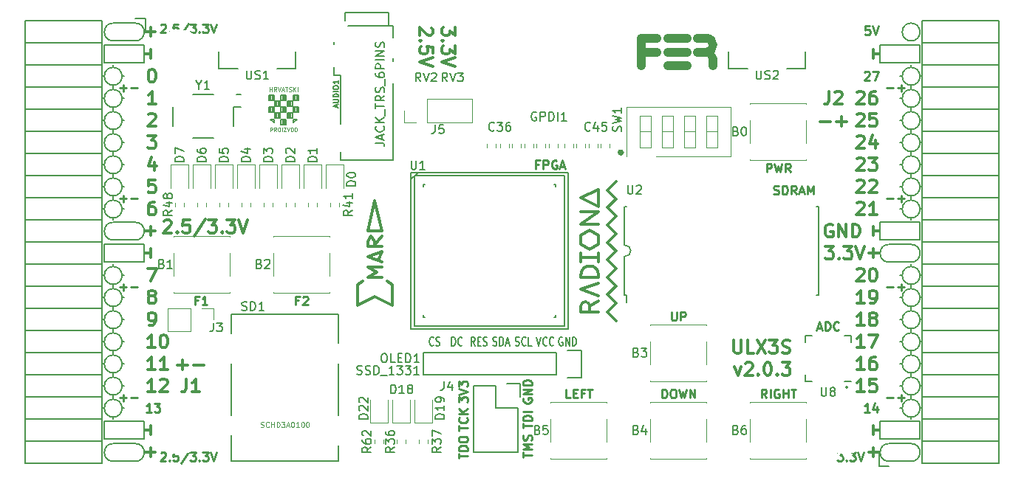
<source format=gto>
G04 #@! TF.GenerationSoftware,KiCad,Pcbnew,5.0.0-rc3+dfsg1-2*
G04 #@! TF.CreationDate,2018-07-15T09:15:31+02:00*
G04 #@! TF.ProjectId,ulx3s,756C7833732E6B696361645F70636200,rev?*
G04 #@! TF.SameCoordinates,Original*
G04 #@! TF.FileFunction,Legend,Top*
G04 #@! TF.FilePolarity,Positive*
%FSLAX46Y46*%
G04 Gerber Fmt 4.6, Leading zero omitted, Abs format (unit mm)*
G04 Created by KiCad (PCBNEW 5.0.0-rc3+dfsg1-2) date Sun Jul 15 09:15:31 2018*
%MOMM*%
%LPD*%
G01*
G04 APERTURE LIST*
%ADD10C,0.250000*%
%ADD11C,0.200000*%
%ADD12C,0.300000*%
%ADD13C,0.120000*%
%ADD14C,0.150000*%
%ADD15C,1.000000*%
%ADD16C,0.152400*%
%ADD17C,0.124460*%
%ADD18C,0.075000*%
%ADD19R,0.400000X2.000000*%
%ADD20C,2.100000*%
%ADD21R,1.220000X2.540000*%
%ADD22R,0.660000X1.000000*%
%ADD23O,1.827200X1.827200*%
%ADD24R,1.827200X1.827200*%
%ADD25C,5.600000*%
%ADD26O,0.950000X0.400000*%
%ADD27O,0.400000X0.950000*%
%ADD28R,1.775000X1.775000*%
%ADD29R,1.827200X2.132000*%
%ADD30O,1.827200X2.132000*%
%ADD31C,0.430000*%
%ADD32R,2.900000X2.100000*%
%ADD33R,2.900000X2.300000*%
%ADD34R,2.900000X2.900000*%
%ADD35C,1.800000*%
%ADD36R,0.800000X1.600000*%
%ADD37R,1.550000X1.000000*%
%ADD38R,1.550000X2.100000*%
%ADD39R,2.300000X1.900000*%
%ADD40R,1.100000X0.770000*%
%ADD41R,1.600000X1.070000*%
%ADD42R,1.800000X1.800000*%
%ADD43O,1.800000X1.800000*%
%ADD44R,1.395000X1.500000*%
%ADD45R,1.900000X2.000000*%
%ADD46R,0.500000X1.450000*%
%ADD47R,2.000000X2.000000*%
%ADD48R,2.200000X1.700000*%
%ADD49R,1.650000X1.400000*%
G04 APERTURE END LIST*
D10*
X116641666Y-93497571D02*
X116308333Y-93497571D01*
X116308333Y-94021380D02*
X116308333Y-93021380D01*
X116784523Y-93021380D01*
X117117857Y-93116619D02*
X117165476Y-93069000D01*
X117260714Y-93021380D01*
X117498809Y-93021380D01*
X117594047Y-93069000D01*
X117641666Y-93116619D01*
X117689285Y-93211857D01*
X117689285Y-93307095D01*
X117641666Y-93449952D01*
X117070238Y-94021380D01*
X117689285Y-94021380D01*
X105084666Y-93497571D02*
X104751333Y-93497571D01*
X104751333Y-94021380D02*
X104751333Y-93021380D01*
X105227523Y-93021380D01*
X106132285Y-94021380D02*
X105560857Y-94021380D01*
X105846571Y-94021380D02*
X105846571Y-93021380D01*
X105751333Y-93164238D01*
X105656095Y-93259476D01*
X105560857Y-93307095D01*
X170236666Y-104689380D02*
X169903333Y-104213190D01*
X169665238Y-104689380D02*
X169665238Y-103689380D01*
X170046190Y-103689380D01*
X170141428Y-103737000D01*
X170189047Y-103784619D01*
X170236666Y-103879857D01*
X170236666Y-104022714D01*
X170189047Y-104117952D01*
X170141428Y-104165571D01*
X170046190Y-104213190D01*
X169665238Y-104213190D01*
X170665238Y-104689380D02*
X170665238Y-103689380D01*
X171665238Y-103737000D02*
X171570000Y-103689380D01*
X171427142Y-103689380D01*
X171284285Y-103737000D01*
X171189047Y-103832238D01*
X171141428Y-103927476D01*
X171093809Y-104117952D01*
X171093809Y-104260809D01*
X171141428Y-104451285D01*
X171189047Y-104546523D01*
X171284285Y-104641761D01*
X171427142Y-104689380D01*
X171522380Y-104689380D01*
X171665238Y-104641761D01*
X171712857Y-104594142D01*
X171712857Y-104260809D01*
X171522380Y-104260809D01*
X172141428Y-104689380D02*
X172141428Y-103689380D01*
X172141428Y-104165571D02*
X172712857Y-104165571D01*
X172712857Y-104689380D02*
X172712857Y-103689380D01*
X173046190Y-103689380D02*
X173617619Y-103689380D01*
X173331904Y-104689380D02*
X173331904Y-103689380D01*
X159354285Y-94799380D02*
X159354285Y-95608904D01*
X159401904Y-95704142D01*
X159449523Y-95751761D01*
X159544761Y-95799380D01*
X159735238Y-95799380D01*
X159830476Y-95751761D01*
X159878095Y-95704142D01*
X159925714Y-95608904D01*
X159925714Y-94799380D01*
X160401904Y-95799380D02*
X160401904Y-94799380D01*
X160782857Y-94799380D01*
X160878095Y-94847000D01*
X160925714Y-94894619D01*
X160973333Y-94989857D01*
X160973333Y-95132714D01*
X160925714Y-95227952D01*
X160878095Y-95275571D01*
X160782857Y-95323190D01*
X160401904Y-95323190D01*
X158259047Y-104689380D02*
X158259047Y-103689380D01*
X158497142Y-103689380D01*
X158640000Y-103737000D01*
X158735238Y-103832238D01*
X158782857Y-103927476D01*
X158830476Y-104117952D01*
X158830476Y-104260809D01*
X158782857Y-104451285D01*
X158735238Y-104546523D01*
X158640000Y-104641761D01*
X158497142Y-104689380D01*
X158259047Y-104689380D01*
X159449523Y-103689380D02*
X159640000Y-103689380D01*
X159735238Y-103737000D01*
X159830476Y-103832238D01*
X159878095Y-104022714D01*
X159878095Y-104356047D01*
X159830476Y-104546523D01*
X159735238Y-104641761D01*
X159640000Y-104689380D01*
X159449523Y-104689380D01*
X159354285Y-104641761D01*
X159259047Y-104546523D01*
X159211428Y-104356047D01*
X159211428Y-104022714D01*
X159259047Y-103832238D01*
X159354285Y-103737000D01*
X159449523Y-103689380D01*
X160211428Y-103689380D02*
X160449523Y-104689380D01*
X160640000Y-103975095D01*
X160830476Y-104689380D01*
X161068571Y-103689380D01*
X161449523Y-104689380D02*
X161449523Y-103689380D01*
X162020952Y-104689380D01*
X162020952Y-103689380D01*
X147757619Y-104689380D02*
X147281428Y-104689380D01*
X147281428Y-103689380D01*
X148090952Y-104165571D02*
X148424285Y-104165571D01*
X148567142Y-104689380D02*
X148090952Y-104689380D01*
X148090952Y-103689380D01*
X148567142Y-103689380D01*
X149329047Y-104165571D02*
X148995714Y-104165571D01*
X148995714Y-104689380D02*
X148995714Y-103689380D01*
X149471904Y-103689380D01*
X149710000Y-103689380D02*
X150281428Y-103689380D01*
X149995714Y-104689380D02*
X149995714Y-103689380D01*
X170251666Y-78781380D02*
X170251666Y-77781380D01*
X170632619Y-77781380D01*
X170727857Y-77829000D01*
X170775476Y-77876619D01*
X170823095Y-77971857D01*
X170823095Y-78114714D01*
X170775476Y-78209952D01*
X170727857Y-78257571D01*
X170632619Y-78305190D01*
X170251666Y-78305190D01*
X171156428Y-77781380D02*
X171394523Y-78781380D01*
X171585000Y-78067095D01*
X171775476Y-78781380D01*
X172013571Y-77781380D01*
X172965952Y-78781380D02*
X172632619Y-78305190D01*
X172394523Y-78781380D02*
X172394523Y-77781380D01*
X172775476Y-77781380D01*
X172870714Y-77829000D01*
X172918333Y-77876619D01*
X172965952Y-77971857D01*
X172965952Y-78114714D01*
X172918333Y-78209952D01*
X172870714Y-78257571D01*
X172775476Y-78305190D01*
X172394523Y-78305190D01*
D11*
X179586000Y-103475000D02*
G75*
G03X179586000Y-103475000I-127000J0D01*
G01*
D12*
X134560428Y-62144714D02*
X134560428Y-63073285D01*
X133989000Y-62573285D01*
X133989000Y-62787571D01*
X133917571Y-62930428D01*
X133846142Y-63001857D01*
X133703285Y-63073285D01*
X133346142Y-63073285D01*
X133203285Y-63001857D01*
X133131857Y-62930428D01*
X133060428Y-62787571D01*
X133060428Y-62359000D01*
X133131857Y-62216142D01*
X133203285Y-62144714D01*
X133203285Y-63716142D02*
X133131857Y-63787571D01*
X133060428Y-63716142D01*
X133131857Y-63644714D01*
X133203285Y-63716142D01*
X133060428Y-63716142D01*
X134560428Y-64287571D02*
X134560428Y-65216142D01*
X133989000Y-64716142D01*
X133989000Y-64930428D01*
X133917571Y-65073285D01*
X133846142Y-65144714D01*
X133703285Y-65216142D01*
X133346142Y-65216142D01*
X133203285Y-65144714D01*
X133131857Y-65073285D01*
X133060428Y-64930428D01*
X133060428Y-64501857D01*
X133131857Y-64359000D01*
X133203285Y-64287571D01*
X134560428Y-65644714D02*
X133060428Y-66144714D01*
X134560428Y-66644714D01*
X131877571Y-62216142D02*
X131949000Y-62287571D01*
X132020428Y-62430428D01*
X132020428Y-62787571D01*
X131949000Y-62930428D01*
X131877571Y-63001857D01*
X131734714Y-63073285D01*
X131591857Y-63073285D01*
X131377571Y-63001857D01*
X130520428Y-62144714D01*
X130520428Y-63073285D01*
X130663285Y-63716142D02*
X130591857Y-63787571D01*
X130520428Y-63716142D01*
X130591857Y-63644714D01*
X130663285Y-63716142D01*
X130520428Y-63716142D01*
X132020428Y-65144714D02*
X132020428Y-64430428D01*
X131306142Y-64359000D01*
X131377571Y-64430428D01*
X131449000Y-64573285D01*
X131449000Y-64930428D01*
X131377571Y-65073285D01*
X131306142Y-65144714D01*
X131163285Y-65216142D01*
X130806142Y-65216142D01*
X130663285Y-65144714D01*
X130591857Y-65073285D01*
X130520428Y-64930428D01*
X130520428Y-64573285D01*
X130591857Y-64430428D01*
X130663285Y-64359000D01*
X132020428Y-65644714D02*
X130520428Y-66144714D01*
X132020428Y-66644714D01*
X102760000Y-100897142D02*
X103902857Y-100897142D01*
X103331428Y-101468571D02*
X103331428Y-100325714D01*
X104617142Y-100897142D02*
X105760000Y-100897142D01*
X166592714Y-101121571D02*
X166949857Y-102121571D01*
X167307000Y-101121571D01*
X167807000Y-100764428D02*
X167878428Y-100693000D01*
X168021285Y-100621571D01*
X168378428Y-100621571D01*
X168521285Y-100693000D01*
X168592714Y-100764428D01*
X168664142Y-100907285D01*
X168664142Y-101050142D01*
X168592714Y-101264428D01*
X167735571Y-102121571D01*
X168664142Y-102121571D01*
X169307000Y-101978714D02*
X169378428Y-102050142D01*
X169307000Y-102121571D01*
X169235571Y-102050142D01*
X169307000Y-101978714D01*
X169307000Y-102121571D01*
X170307000Y-100621571D02*
X170449857Y-100621571D01*
X170592714Y-100693000D01*
X170664142Y-100764428D01*
X170735571Y-100907285D01*
X170807000Y-101193000D01*
X170807000Y-101550142D01*
X170735571Y-101835857D01*
X170664142Y-101978714D01*
X170592714Y-102050142D01*
X170449857Y-102121571D01*
X170307000Y-102121571D01*
X170164142Y-102050142D01*
X170092714Y-101978714D01*
X170021285Y-101835857D01*
X169949857Y-101550142D01*
X169949857Y-101193000D01*
X170021285Y-100907285D01*
X170092714Y-100764428D01*
X170164142Y-100693000D01*
X170307000Y-100621571D01*
X171449857Y-101978714D02*
X171521285Y-102050142D01*
X171449857Y-102121571D01*
X171378428Y-102050142D01*
X171449857Y-101978714D01*
X171449857Y-102121571D01*
X172021285Y-100621571D02*
X172949857Y-100621571D01*
X172449857Y-101193000D01*
X172664142Y-101193000D01*
X172807000Y-101264428D01*
X172878428Y-101335857D01*
X172949857Y-101478714D01*
X172949857Y-101835857D01*
X172878428Y-101978714D01*
X172807000Y-102050142D01*
X172664142Y-102121571D01*
X172235571Y-102121571D01*
X172092714Y-102050142D01*
X172021285Y-101978714D01*
X182492000Y-87582000D02*
X182492000Y-88598000D01*
X181984000Y-88090000D02*
X183254000Y-88090000D01*
X182492000Y-110442000D02*
X182492000Y-111458000D01*
X183254000Y-110950000D02*
X181984000Y-110950000D01*
X99688000Y-110442000D02*
X99688000Y-111458000D01*
X98926000Y-110950000D02*
X100196000Y-110950000D01*
X99688000Y-62182000D02*
X99688000Y-63198000D01*
X98926000Y-62690000D02*
X100196000Y-62690000D01*
X99688000Y-85042000D02*
X99688000Y-86058000D01*
X98926000Y-85550000D02*
X100196000Y-85550000D01*
D11*
X97910000Y-63706000D02*
G75*
G03X97910000Y-61674000I0J1016000D01*
G01*
X184270000Y-109934000D02*
G75*
G03X184270000Y-111966000I0J-1016000D01*
G01*
X95370000Y-111966000D02*
X97910000Y-111966000D01*
X95370000Y-109934000D02*
X97910000Y-109934000D01*
X97910000Y-111966000D02*
G75*
G03X97910000Y-109934000I0J1016000D01*
G01*
X95370000Y-109934000D02*
G75*
G03X95370000Y-111966000I0J-1016000D01*
G01*
X95370000Y-61674000D02*
X97910000Y-61674000D01*
X95370000Y-63706000D02*
X97910000Y-63706000D01*
X95370000Y-61674000D02*
G75*
G03X95370000Y-63706000I0J-1016000D01*
G01*
X95370000Y-84534000D02*
X97910000Y-84534000D01*
X95370000Y-86566000D02*
X97910000Y-86566000D01*
X95370000Y-84534000D02*
G75*
G03X95370000Y-86566000I0J-1016000D01*
G01*
X97910000Y-86566000D02*
G75*
G03X97910000Y-84534000I0J1016000D01*
G01*
X187826000Y-62690000D02*
G75*
G03X187826000Y-62690000I-1016000J0D01*
G01*
X184270000Y-89106000D02*
X186810000Y-89106000D01*
X184270000Y-87074000D02*
X186810000Y-87074000D01*
X184270000Y-87074000D02*
G75*
G03X184270000Y-89106000I0J-1016000D01*
G01*
X186810000Y-89106000D02*
G75*
G03X186810000Y-87074000I0J1016000D01*
G01*
X186810000Y-111966000D02*
X184270000Y-111966000D01*
X186810000Y-109934000D02*
X184270000Y-109934000D01*
X186810000Y-111966000D02*
G75*
G03X186810000Y-109934000I0J1016000D01*
G01*
X94354000Y-66246000D02*
X94354000Y-64214000D01*
X98926000Y-66246000D02*
X94354000Y-66246000D01*
X98926000Y-64214000D02*
X98926000Y-66246000D01*
X94354000Y-64214000D02*
X98926000Y-64214000D01*
X94354000Y-87074000D02*
X98926000Y-87074000D01*
X94354000Y-89106000D02*
X94354000Y-87074000D01*
X98926000Y-89106000D02*
X94354000Y-89106000D01*
X98926000Y-87074000D02*
X98926000Y-89106000D01*
X94354000Y-109426000D02*
X98926000Y-109426000D01*
X94354000Y-107394000D02*
X94354000Y-109426000D01*
X98926000Y-107394000D02*
X94354000Y-107394000D01*
X98926000Y-109426000D02*
X98926000Y-107394000D01*
X183254000Y-109426000D02*
X187826000Y-109426000D01*
X183254000Y-107394000D02*
X183254000Y-109426000D01*
X187826000Y-107394000D02*
X187826000Y-109426000D01*
X183254000Y-107394000D02*
X187826000Y-107394000D01*
X183254000Y-66246000D02*
X187826000Y-66246000D01*
X183254000Y-64214000D02*
X183254000Y-66246000D01*
X187826000Y-64214000D02*
X183254000Y-64214000D01*
X187826000Y-66246000D02*
X187826000Y-64214000D01*
X183254000Y-84534000D02*
X187826000Y-84534000D01*
X183254000Y-86566000D02*
X183254000Y-84534000D01*
X187826000Y-86566000D02*
X183254000Y-86566000D01*
X187826000Y-84534000D02*
X187826000Y-86566000D01*
D10*
X96148000Y-69111428D02*
X96909904Y-69111428D01*
X96528952Y-69492380D02*
X96528952Y-68730476D01*
X97386095Y-69111428D02*
X98148000Y-69111428D01*
X96148000Y-81811428D02*
X96909904Y-81811428D01*
X96528952Y-82192380D02*
X96528952Y-81430476D01*
X97386095Y-81811428D02*
X98148000Y-81811428D01*
X96148000Y-91971428D02*
X96909904Y-91971428D01*
X96528952Y-92352380D02*
X96528952Y-91590476D01*
X97386095Y-91971428D02*
X98148000Y-91971428D01*
X96148000Y-104671428D02*
X96909904Y-104671428D01*
X96528952Y-105052380D02*
X96528952Y-104290476D01*
X97386095Y-104671428D02*
X98148000Y-104671428D01*
X184032000Y-104671428D02*
X184793904Y-104671428D01*
X185270095Y-104671428D02*
X186032000Y-104671428D01*
X185651047Y-105052380D02*
X185651047Y-104290476D01*
X184032000Y-91971428D02*
X184793904Y-91971428D01*
X185270095Y-91971428D02*
X186032000Y-91971428D01*
X185651047Y-92352380D02*
X185651047Y-91590476D01*
X184032000Y-81811428D02*
X184793904Y-81811428D01*
X185270095Y-81811428D02*
X186032000Y-81811428D01*
X185651047Y-82192380D02*
X185651047Y-81430476D01*
X184032000Y-69111428D02*
X184793904Y-69111428D01*
X185270095Y-69111428D02*
X186032000Y-69111428D01*
X185651047Y-69492380D02*
X185651047Y-68730476D01*
D12*
X176420000Y-72957142D02*
X177562857Y-72957142D01*
X178277142Y-72957142D02*
X179420000Y-72957142D01*
X178848571Y-73528571D02*
X178848571Y-72385714D01*
D11*
X187826000Y-67770000D02*
G75*
G03X187826000Y-67770000I-1016000J0D01*
G01*
X187826000Y-70310000D02*
G75*
G03X187826000Y-70310000I-1016000J0D01*
G01*
X187826000Y-72850000D02*
G75*
G03X187826000Y-72850000I-1016000J0D01*
G01*
X187826000Y-75390000D02*
G75*
G03X187826000Y-75390000I-1016000J0D01*
G01*
X187826000Y-77930000D02*
G75*
G03X187826000Y-77930000I-1016000J0D01*
G01*
X187826000Y-80470000D02*
G75*
G03X187826000Y-80470000I-1016000J0D01*
G01*
X187826000Y-83010000D02*
G75*
G03X187826000Y-83010000I-1016000J0D01*
G01*
X187826000Y-90630000D02*
G75*
G03X187826000Y-90630000I-1016000J0D01*
G01*
X187826000Y-93170000D02*
G75*
G03X187826000Y-93170000I-1016000J0D01*
G01*
X187826000Y-95710000D02*
G75*
G03X187826000Y-95710000I-1016000J0D01*
G01*
X187826000Y-98250000D02*
G75*
G03X187826000Y-98250000I-1016000J0D01*
G01*
X187826000Y-100790000D02*
G75*
G03X187826000Y-100790000I-1016000J0D01*
G01*
X187826000Y-103330000D02*
G75*
G03X187826000Y-103330000I-1016000J0D01*
G01*
X187826000Y-105870000D02*
G75*
G03X187826000Y-105870000I-1016000J0D01*
G01*
X96386000Y-105870000D02*
G75*
G03X96386000Y-105870000I-1016000J0D01*
G01*
X96386000Y-103330000D02*
G75*
G03X96386000Y-103330000I-1016000J0D01*
G01*
X96386000Y-100790000D02*
G75*
G03X96386000Y-100790000I-1016000J0D01*
G01*
X96386000Y-98250000D02*
G75*
G03X96386000Y-98250000I-1016000J0D01*
G01*
X96386000Y-95710000D02*
G75*
G03X96386000Y-95710000I-1016000J0D01*
G01*
X96386000Y-93170000D02*
G75*
G03X96386000Y-93170000I-1016000J0D01*
G01*
X96386000Y-90630000D02*
G75*
G03X96386000Y-90630000I-1016000J0D01*
G01*
X96386000Y-83010000D02*
G75*
G03X96386000Y-83010000I-1016000J0D01*
G01*
X96386000Y-80470000D02*
G75*
G03X96386000Y-80470000I-1016000J0D01*
G01*
X96386000Y-77930000D02*
G75*
G03X96386000Y-77930000I-1016000J0D01*
G01*
X96386000Y-75390000D02*
G75*
G03X96386000Y-75390000I-1016000J0D01*
G01*
X96386000Y-72850000D02*
G75*
G03X96386000Y-72850000I-1016000J0D01*
G01*
X96386000Y-70310000D02*
G75*
G03X96386000Y-70310000I-1016000J0D01*
G01*
X96386000Y-67770000D02*
G75*
G03X96386000Y-67770000I-1016000J0D01*
G01*
D12*
X177793142Y-84800000D02*
X177650285Y-84728571D01*
X177436000Y-84728571D01*
X177221714Y-84800000D01*
X177078857Y-84942857D01*
X177007428Y-85085714D01*
X176936000Y-85371428D01*
X176936000Y-85585714D01*
X177007428Y-85871428D01*
X177078857Y-86014285D01*
X177221714Y-86157142D01*
X177436000Y-86228571D01*
X177578857Y-86228571D01*
X177793142Y-86157142D01*
X177864571Y-86085714D01*
X177864571Y-85585714D01*
X177578857Y-85585714D01*
X178507428Y-86228571D02*
X178507428Y-84728571D01*
X179364571Y-86228571D01*
X179364571Y-84728571D01*
X180078857Y-86228571D02*
X180078857Y-84728571D01*
X180436000Y-84728571D01*
X180650285Y-84800000D01*
X180793142Y-84942857D01*
X180864571Y-85085714D01*
X180936000Y-85371428D01*
X180936000Y-85585714D01*
X180864571Y-85871428D01*
X180793142Y-86014285D01*
X180650285Y-86157142D01*
X180436000Y-86228571D01*
X180078857Y-86228571D01*
X182492000Y-86058000D02*
X182492000Y-85042000D01*
X183254000Y-85550000D02*
X182492000Y-85550000D01*
X182492000Y-107902000D02*
X182492000Y-108918000D01*
X182492000Y-108410000D02*
X183254000Y-108410000D01*
D10*
X182047523Y-106322380D02*
X181476095Y-106322380D01*
X181761809Y-106322380D02*
X181761809Y-105322380D01*
X181666571Y-105465238D01*
X181571333Y-105560476D01*
X181476095Y-105608095D01*
X182904666Y-105655714D02*
X182904666Y-106322380D01*
X182666571Y-105274761D02*
X182428476Y-105989047D01*
X183047523Y-105989047D01*
X181476095Y-67317619D02*
X181523714Y-67270000D01*
X181618952Y-67222380D01*
X181857047Y-67222380D01*
X181952285Y-67270000D01*
X181999904Y-67317619D01*
X182047523Y-67412857D01*
X182047523Y-67508095D01*
X181999904Y-67650952D01*
X181428476Y-68222380D01*
X182047523Y-68222380D01*
X182380857Y-67222380D02*
X183047523Y-67222380D01*
X182618952Y-68222380D01*
D12*
X182492000Y-64722000D02*
X182492000Y-65738000D01*
X182492000Y-65230000D02*
X183254000Y-65230000D01*
X99688000Y-107902000D02*
X99688000Y-108918000D01*
X98926000Y-108410000D02*
X99688000Y-108410000D01*
X99315000Y-74568571D02*
X100243571Y-74568571D01*
X99743571Y-75140000D01*
X99957857Y-75140000D01*
X100100714Y-75211428D01*
X100172142Y-75282857D01*
X100243571Y-75425714D01*
X100243571Y-75782857D01*
X100172142Y-75925714D01*
X100100714Y-75997142D01*
X99957857Y-76068571D01*
X99529285Y-76068571D01*
X99386428Y-75997142D01*
X99315000Y-75925714D01*
X100100714Y-77608571D02*
X100100714Y-78608571D01*
X99743571Y-77037142D02*
X99386428Y-78108571D01*
X100315000Y-78108571D01*
X100172142Y-79648571D02*
X99457857Y-79648571D01*
X99386428Y-80362857D01*
X99457857Y-80291428D01*
X99600714Y-80220000D01*
X99957857Y-80220000D01*
X100100714Y-80291428D01*
X100172142Y-80362857D01*
X100243571Y-80505714D01*
X100243571Y-80862857D01*
X100172142Y-81005714D01*
X100100714Y-81077142D01*
X99957857Y-81148571D01*
X99600714Y-81148571D01*
X99457857Y-81077142D01*
X99386428Y-81005714D01*
D10*
X99751523Y-106322380D02*
X99180095Y-106322380D01*
X99465809Y-106322380D02*
X99465809Y-105322380D01*
X99370571Y-105465238D01*
X99275333Y-105560476D01*
X99180095Y-105608095D01*
X100084857Y-105322380D02*
X100703904Y-105322380D01*
X100370571Y-105703333D01*
X100513428Y-105703333D01*
X100608666Y-105750952D01*
X100656285Y-105798571D01*
X100703904Y-105893809D01*
X100703904Y-106131904D01*
X100656285Y-106227142D01*
X100608666Y-106274761D01*
X100513428Y-106322380D01*
X100227714Y-106322380D01*
X100132476Y-106274761D01*
X100084857Y-106227142D01*
D12*
X99315000Y-89808571D02*
X100315000Y-89808571D01*
X99672142Y-91308571D01*
X99688000Y-87582000D02*
X99688000Y-88598000D01*
X98926000Y-88090000D02*
X99688000Y-88090000D01*
X99688000Y-64722000D02*
X99688000Y-65738000D01*
X98926000Y-65230000D02*
X99688000Y-65230000D01*
D10*
X100817976Y-61874619D02*
X100865595Y-61827000D01*
X100960833Y-61779380D01*
X101198928Y-61779380D01*
X101294166Y-61827000D01*
X101341785Y-61874619D01*
X101389404Y-61969857D01*
X101389404Y-62065095D01*
X101341785Y-62207952D01*
X100770357Y-62779380D01*
X101389404Y-62779380D01*
X101817976Y-62684142D02*
X101865595Y-62731761D01*
X101817976Y-62779380D01*
X101770357Y-62731761D01*
X101817976Y-62684142D01*
X101817976Y-62779380D01*
X102770357Y-61779380D02*
X102294166Y-61779380D01*
X102246547Y-62255571D01*
X102294166Y-62207952D01*
X102389404Y-62160333D01*
X102627500Y-62160333D01*
X102722738Y-62207952D01*
X102770357Y-62255571D01*
X102817976Y-62350809D01*
X102817976Y-62588904D01*
X102770357Y-62684142D01*
X102722738Y-62731761D01*
X102627500Y-62779380D01*
X102389404Y-62779380D01*
X102294166Y-62731761D01*
X102246547Y-62684142D01*
X103960833Y-61731761D02*
X103103690Y-63017476D01*
X104198928Y-61779380D02*
X104817976Y-61779380D01*
X104484642Y-62160333D01*
X104627500Y-62160333D01*
X104722738Y-62207952D01*
X104770357Y-62255571D01*
X104817976Y-62350809D01*
X104817976Y-62588904D01*
X104770357Y-62684142D01*
X104722738Y-62731761D01*
X104627500Y-62779380D01*
X104341785Y-62779380D01*
X104246547Y-62731761D01*
X104198928Y-62684142D01*
X105246547Y-62684142D02*
X105294166Y-62731761D01*
X105246547Y-62779380D01*
X105198928Y-62731761D01*
X105246547Y-62684142D01*
X105246547Y-62779380D01*
X105627500Y-61779380D02*
X106246547Y-61779380D01*
X105913214Y-62160333D01*
X106056071Y-62160333D01*
X106151309Y-62207952D01*
X106198928Y-62255571D01*
X106246547Y-62350809D01*
X106246547Y-62588904D01*
X106198928Y-62684142D01*
X106151309Y-62731761D01*
X106056071Y-62779380D01*
X105770357Y-62779380D01*
X105675119Y-62731761D01*
X105627500Y-62684142D01*
X106532261Y-61779380D02*
X106865595Y-62779380D01*
X107198928Y-61779380D01*
X178360261Y-110910380D02*
X178979309Y-110910380D01*
X178645976Y-111291333D01*
X178788833Y-111291333D01*
X178884071Y-111338952D01*
X178931690Y-111386571D01*
X178979309Y-111481809D01*
X178979309Y-111719904D01*
X178931690Y-111815142D01*
X178884071Y-111862761D01*
X178788833Y-111910380D01*
X178503119Y-111910380D01*
X178407880Y-111862761D01*
X178360261Y-111815142D01*
X179407880Y-111815142D02*
X179455500Y-111862761D01*
X179407880Y-111910380D01*
X179360261Y-111862761D01*
X179407880Y-111815142D01*
X179407880Y-111910380D01*
X179788833Y-110910380D02*
X180407880Y-110910380D01*
X180074547Y-111291333D01*
X180217404Y-111291333D01*
X180312642Y-111338952D01*
X180360261Y-111386571D01*
X180407880Y-111481809D01*
X180407880Y-111719904D01*
X180360261Y-111815142D01*
X180312642Y-111862761D01*
X180217404Y-111910380D01*
X179931690Y-111910380D01*
X179836452Y-111862761D01*
X179788833Y-111815142D01*
X180693595Y-110910380D02*
X181026928Y-111910380D01*
X181360261Y-110910380D01*
D12*
X101199714Y-84381428D02*
X101271142Y-84310000D01*
X101414000Y-84238571D01*
X101771142Y-84238571D01*
X101914000Y-84310000D01*
X101985428Y-84381428D01*
X102056857Y-84524285D01*
X102056857Y-84667142D01*
X101985428Y-84881428D01*
X101128285Y-85738571D01*
X102056857Y-85738571D01*
X102699714Y-85595714D02*
X102771142Y-85667142D01*
X102699714Y-85738571D01*
X102628285Y-85667142D01*
X102699714Y-85595714D01*
X102699714Y-85738571D01*
X104128285Y-84238571D02*
X103414000Y-84238571D01*
X103342571Y-84952857D01*
X103414000Y-84881428D01*
X103556857Y-84810000D01*
X103914000Y-84810000D01*
X104056857Y-84881428D01*
X104128285Y-84952857D01*
X104199714Y-85095714D01*
X104199714Y-85452857D01*
X104128285Y-85595714D01*
X104056857Y-85667142D01*
X103914000Y-85738571D01*
X103556857Y-85738571D01*
X103414000Y-85667142D01*
X103342571Y-85595714D01*
X105914000Y-84167142D02*
X104628285Y-86095714D01*
X106271142Y-84238571D02*
X107199714Y-84238571D01*
X106699714Y-84810000D01*
X106914000Y-84810000D01*
X107056857Y-84881428D01*
X107128285Y-84952857D01*
X107199714Y-85095714D01*
X107199714Y-85452857D01*
X107128285Y-85595714D01*
X107056857Y-85667142D01*
X106914000Y-85738571D01*
X106485428Y-85738571D01*
X106342571Y-85667142D01*
X106271142Y-85595714D01*
X107842571Y-85595714D02*
X107914000Y-85667142D01*
X107842571Y-85738571D01*
X107771142Y-85667142D01*
X107842571Y-85595714D01*
X107842571Y-85738571D01*
X108414000Y-84238571D02*
X109342571Y-84238571D01*
X108842571Y-84810000D01*
X109056857Y-84810000D01*
X109199714Y-84881428D01*
X109271142Y-84952857D01*
X109342571Y-85095714D01*
X109342571Y-85452857D01*
X109271142Y-85595714D01*
X109199714Y-85667142D01*
X109056857Y-85738571D01*
X108628285Y-85738571D01*
X108485428Y-85667142D01*
X108414000Y-85595714D01*
X109771142Y-84238571D02*
X110271142Y-85738571D01*
X110771142Y-84238571D01*
D10*
X100817976Y-111023619D02*
X100865595Y-110976000D01*
X100960833Y-110928380D01*
X101198928Y-110928380D01*
X101294166Y-110976000D01*
X101341785Y-111023619D01*
X101389404Y-111118857D01*
X101389404Y-111214095D01*
X101341785Y-111356952D01*
X100770357Y-111928380D01*
X101389404Y-111928380D01*
X101817976Y-111833142D02*
X101865595Y-111880761D01*
X101817976Y-111928380D01*
X101770357Y-111880761D01*
X101817976Y-111833142D01*
X101817976Y-111928380D01*
X102770357Y-110928380D02*
X102294166Y-110928380D01*
X102246547Y-111404571D01*
X102294166Y-111356952D01*
X102389404Y-111309333D01*
X102627500Y-111309333D01*
X102722738Y-111356952D01*
X102770357Y-111404571D01*
X102817976Y-111499809D01*
X102817976Y-111737904D01*
X102770357Y-111833142D01*
X102722738Y-111880761D01*
X102627500Y-111928380D01*
X102389404Y-111928380D01*
X102294166Y-111880761D01*
X102246547Y-111833142D01*
X103960833Y-110880761D02*
X103103690Y-112166476D01*
X104198928Y-110928380D02*
X104817976Y-110928380D01*
X104484642Y-111309333D01*
X104627500Y-111309333D01*
X104722738Y-111356952D01*
X104770357Y-111404571D01*
X104817976Y-111499809D01*
X104817976Y-111737904D01*
X104770357Y-111833142D01*
X104722738Y-111880761D01*
X104627500Y-111928380D01*
X104341785Y-111928380D01*
X104246547Y-111880761D01*
X104198928Y-111833142D01*
X105246547Y-111833142D02*
X105294166Y-111880761D01*
X105246547Y-111928380D01*
X105198928Y-111880761D01*
X105246547Y-111833142D01*
X105246547Y-111928380D01*
X105627500Y-110928380D02*
X106246547Y-110928380D01*
X105913214Y-111309333D01*
X106056071Y-111309333D01*
X106151309Y-111356952D01*
X106198928Y-111404571D01*
X106246547Y-111499809D01*
X106246547Y-111737904D01*
X106198928Y-111833142D01*
X106151309Y-111880761D01*
X106056071Y-111928380D01*
X105770357Y-111928380D01*
X105675119Y-111880761D01*
X105627500Y-111833142D01*
X106532261Y-110928380D02*
X106865595Y-111928380D01*
X107198928Y-110928380D01*
X182047523Y-62015380D02*
X181571333Y-62015380D01*
X181523714Y-62491571D01*
X181571333Y-62443952D01*
X181666571Y-62396333D01*
X181904666Y-62396333D01*
X181999904Y-62443952D01*
X182047523Y-62491571D01*
X182095142Y-62586809D01*
X182095142Y-62824904D01*
X182047523Y-62920142D01*
X181999904Y-62967761D01*
X181904666Y-63015380D01*
X181666571Y-63015380D01*
X181571333Y-62967761D01*
X181523714Y-62920142D01*
X182380857Y-62015380D02*
X182714190Y-63015380D01*
X183047523Y-62015380D01*
D12*
X180587142Y-69631428D02*
X180658571Y-69560000D01*
X180801428Y-69488571D01*
X181158571Y-69488571D01*
X181301428Y-69560000D01*
X181372857Y-69631428D01*
X181444285Y-69774285D01*
X181444285Y-69917142D01*
X181372857Y-70131428D01*
X180515714Y-70988571D01*
X181444285Y-70988571D01*
X182730000Y-69488571D02*
X182444285Y-69488571D01*
X182301428Y-69560000D01*
X182230000Y-69631428D01*
X182087142Y-69845714D01*
X182015714Y-70131428D01*
X182015714Y-70702857D01*
X182087142Y-70845714D01*
X182158571Y-70917142D01*
X182301428Y-70988571D01*
X182587142Y-70988571D01*
X182730000Y-70917142D01*
X182801428Y-70845714D01*
X182872857Y-70702857D01*
X182872857Y-70345714D01*
X182801428Y-70202857D01*
X182730000Y-70131428D01*
X182587142Y-70060000D01*
X182301428Y-70060000D01*
X182158571Y-70131428D01*
X182087142Y-70202857D01*
X182015714Y-70345714D01*
X180587142Y-72171428D02*
X180658571Y-72100000D01*
X180801428Y-72028571D01*
X181158571Y-72028571D01*
X181301428Y-72100000D01*
X181372857Y-72171428D01*
X181444285Y-72314285D01*
X181444285Y-72457142D01*
X181372857Y-72671428D01*
X180515714Y-73528571D01*
X181444285Y-73528571D01*
X182801428Y-72028571D02*
X182087142Y-72028571D01*
X182015714Y-72742857D01*
X182087142Y-72671428D01*
X182230000Y-72600000D01*
X182587142Y-72600000D01*
X182730000Y-72671428D01*
X182801428Y-72742857D01*
X182872857Y-72885714D01*
X182872857Y-73242857D01*
X182801428Y-73385714D01*
X182730000Y-73457142D01*
X182587142Y-73528571D01*
X182230000Y-73528571D01*
X182087142Y-73457142D01*
X182015714Y-73385714D01*
X180587142Y-74711428D02*
X180658571Y-74640000D01*
X180801428Y-74568571D01*
X181158571Y-74568571D01*
X181301428Y-74640000D01*
X181372857Y-74711428D01*
X181444285Y-74854285D01*
X181444285Y-74997142D01*
X181372857Y-75211428D01*
X180515714Y-76068571D01*
X181444285Y-76068571D01*
X182730000Y-75068571D02*
X182730000Y-76068571D01*
X182372857Y-74497142D02*
X182015714Y-75568571D01*
X182944285Y-75568571D01*
X180587142Y-77251428D02*
X180658571Y-77180000D01*
X180801428Y-77108571D01*
X181158571Y-77108571D01*
X181301428Y-77180000D01*
X181372857Y-77251428D01*
X181444285Y-77394285D01*
X181444285Y-77537142D01*
X181372857Y-77751428D01*
X180515714Y-78608571D01*
X181444285Y-78608571D01*
X181944285Y-77108571D02*
X182872857Y-77108571D01*
X182372857Y-77680000D01*
X182587142Y-77680000D01*
X182730000Y-77751428D01*
X182801428Y-77822857D01*
X182872857Y-77965714D01*
X182872857Y-78322857D01*
X182801428Y-78465714D01*
X182730000Y-78537142D01*
X182587142Y-78608571D01*
X182158571Y-78608571D01*
X182015714Y-78537142D01*
X181944285Y-78465714D01*
X180587142Y-79791428D02*
X180658571Y-79720000D01*
X180801428Y-79648571D01*
X181158571Y-79648571D01*
X181301428Y-79720000D01*
X181372857Y-79791428D01*
X181444285Y-79934285D01*
X181444285Y-80077142D01*
X181372857Y-80291428D01*
X180515714Y-81148571D01*
X181444285Y-81148571D01*
X182015714Y-79791428D02*
X182087142Y-79720000D01*
X182230000Y-79648571D01*
X182587142Y-79648571D01*
X182730000Y-79720000D01*
X182801428Y-79791428D01*
X182872857Y-79934285D01*
X182872857Y-80077142D01*
X182801428Y-80291428D01*
X181944285Y-81148571D01*
X182872857Y-81148571D01*
X180587142Y-82331428D02*
X180658571Y-82260000D01*
X180801428Y-82188571D01*
X181158571Y-82188571D01*
X181301428Y-82260000D01*
X181372857Y-82331428D01*
X181444285Y-82474285D01*
X181444285Y-82617142D01*
X181372857Y-82831428D01*
X180515714Y-83688571D01*
X181444285Y-83688571D01*
X182872857Y-83688571D02*
X182015714Y-83688571D01*
X182444285Y-83688571D02*
X182444285Y-82188571D01*
X182301428Y-82402857D01*
X182158571Y-82545714D01*
X182015714Y-82617142D01*
X176975714Y-87268571D02*
X177904285Y-87268571D01*
X177404285Y-87840000D01*
X177618571Y-87840000D01*
X177761428Y-87911428D01*
X177832857Y-87982857D01*
X177904285Y-88125714D01*
X177904285Y-88482857D01*
X177832857Y-88625714D01*
X177761428Y-88697142D01*
X177618571Y-88768571D01*
X177190000Y-88768571D01*
X177047142Y-88697142D01*
X176975714Y-88625714D01*
X178547142Y-88625714D02*
X178618571Y-88697142D01*
X178547142Y-88768571D01*
X178475714Y-88697142D01*
X178547142Y-88625714D01*
X178547142Y-88768571D01*
X179118571Y-87268571D02*
X180047142Y-87268571D01*
X179547142Y-87840000D01*
X179761428Y-87840000D01*
X179904285Y-87911428D01*
X179975714Y-87982857D01*
X180047142Y-88125714D01*
X180047142Y-88482857D01*
X179975714Y-88625714D01*
X179904285Y-88697142D01*
X179761428Y-88768571D01*
X179332857Y-88768571D01*
X179190000Y-88697142D01*
X179118571Y-88625714D01*
X180475714Y-87268571D02*
X180975714Y-88768571D01*
X181475714Y-87268571D01*
X180587142Y-89951428D02*
X180658571Y-89880000D01*
X180801428Y-89808571D01*
X181158571Y-89808571D01*
X181301428Y-89880000D01*
X181372857Y-89951428D01*
X181444285Y-90094285D01*
X181444285Y-90237142D01*
X181372857Y-90451428D01*
X180515714Y-91308571D01*
X181444285Y-91308571D01*
X182372857Y-89808571D02*
X182515714Y-89808571D01*
X182658571Y-89880000D01*
X182730000Y-89951428D01*
X182801428Y-90094285D01*
X182872857Y-90380000D01*
X182872857Y-90737142D01*
X182801428Y-91022857D01*
X182730000Y-91165714D01*
X182658571Y-91237142D01*
X182515714Y-91308571D01*
X182372857Y-91308571D01*
X182230000Y-91237142D01*
X182158571Y-91165714D01*
X182087142Y-91022857D01*
X182015714Y-90737142D01*
X182015714Y-90380000D01*
X182087142Y-90094285D01*
X182158571Y-89951428D01*
X182230000Y-89880000D01*
X182372857Y-89808571D01*
X181444285Y-93848571D02*
X180587142Y-93848571D01*
X181015714Y-93848571D02*
X181015714Y-92348571D01*
X180872857Y-92562857D01*
X180730000Y-92705714D01*
X180587142Y-92777142D01*
X182158571Y-93848571D02*
X182444285Y-93848571D01*
X182587142Y-93777142D01*
X182658571Y-93705714D01*
X182801428Y-93491428D01*
X182872857Y-93205714D01*
X182872857Y-92634285D01*
X182801428Y-92491428D01*
X182730000Y-92420000D01*
X182587142Y-92348571D01*
X182301428Y-92348571D01*
X182158571Y-92420000D01*
X182087142Y-92491428D01*
X182015714Y-92634285D01*
X182015714Y-92991428D01*
X182087142Y-93134285D01*
X182158571Y-93205714D01*
X182301428Y-93277142D01*
X182587142Y-93277142D01*
X182730000Y-93205714D01*
X182801428Y-93134285D01*
X182872857Y-92991428D01*
X181444285Y-96388571D02*
X180587142Y-96388571D01*
X181015714Y-96388571D02*
X181015714Y-94888571D01*
X180872857Y-95102857D01*
X180730000Y-95245714D01*
X180587142Y-95317142D01*
X182301428Y-95531428D02*
X182158571Y-95460000D01*
X182087142Y-95388571D01*
X182015714Y-95245714D01*
X182015714Y-95174285D01*
X182087142Y-95031428D01*
X182158571Y-94960000D01*
X182301428Y-94888571D01*
X182587142Y-94888571D01*
X182730000Y-94960000D01*
X182801428Y-95031428D01*
X182872857Y-95174285D01*
X182872857Y-95245714D01*
X182801428Y-95388571D01*
X182730000Y-95460000D01*
X182587142Y-95531428D01*
X182301428Y-95531428D01*
X182158571Y-95602857D01*
X182087142Y-95674285D01*
X182015714Y-95817142D01*
X182015714Y-96102857D01*
X182087142Y-96245714D01*
X182158571Y-96317142D01*
X182301428Y-96388571D01*
X182587142Y-96388571D01*
X182730000Y-96317142D01*
X182801428Y-96245714D01*
X182872857Y-96102857D01*
X182872857Y-95817142D01*
X182801428Y-95674285D01*
X182730000Y-95602857D01*
X182587142Y-95531428D01*
X181444285Y-98928571D02*
X180587142Y-98928571D01*
X181015714Y-98928571D02*
X181015714Y-97428571D01*
X180872857Y-97642857D01*
X180730000Y-97785714D01*
X180587142Y-97857142D01*
X181944285Y-97428571D02*
X182944285Y-97428571D01*
X182301428Y-98928571D01*
X181444285Y-101468571D02*
X180587142Y-101468571D01*
X181015714Y-101468571D02*
X181015714Y-99968571D01*
X180872857Y-100182857D01*
X180730000Y-100325714D01*
X180587142Y-100397142D01*
X182730000Y-99968571D02*
X182444285Y-99968571D01*
X182301428Y-100040000D01*
X182230000Y-100111428D01*
X182087142Y-100325714D01*
X182015714Y-100611428D01*
X182015714Y-101182857D01*
X182087142Y-101325714D01*
X182158571Y-101397142D01*
X182301428Y-101468571D01*
X182587142Y-101468571D01*
X182730000Y-101397142D01*
X182801428Y-101325714D01*
X182872857Y-101182857D01*
X182872857Y-100825714D01*
X182801428Y-100682857D01*
X182730000Y-100611428D01*
X182587142Y-100540000D01*
X182301428Y-100540000D01*
X182158571Y-100611428D01*
X182087142Y-100682857D01*
X182015714Y-100825714D01*
X181444285Y-104008571D02*
X180587142Y-104008571D01*
X181015714Y-104008571D02*
X181015714Y-102508571D01*
X180872857Y-102722857D01*
X180730000Y-102865714D01*
X180587142Y-102937142D01*
X182801428Y-102508571D02*
X182087142Y-102508571D01*
X182015714Y-103222857D01*
X182087142Y-103151428D01*
X182230000Y-103080000D01*
X182587142Y-103080000D01*
X182730000Y-103151428D01*
X182801428Y-103222857D01*
X182872857Y-103365714D01*
X182872857Y-103722857D01*
X182801428Y-103865714D01*
X182730000Y-103937142D01*
X182587142Y-104008571D01*
X182230000Y-104008571D01*
X182087142Y-103937142D01*
X182015714Y-103865714D01*
D11*
X186810000Y-66500000D02*
X186810000Y-66754000D01*
X187826000Y-67770000D02*
X188080000Y-67770000D01*
X185540000Y-67770000D02*
X185794000Y-67770000D01*
X186810000Y-69294000D02*
X186810000Y-68786000D01*
X187826000Y-70310000D02*
X188080000Y-70310000D01*
X185540000Y-70310000D02*
X185794000Y-70310000D01*
X186810000Y-71326000D02*
X186810000Y-71834000D01*
X187826000Y-72850000D02*
X188080000Y-72850000D01*
X185540000Y-72850000D02*
X185794000Y-72850000D01*
X186810000Y-73866000D02*
X186810000Y-74374000D01*
X187826000Y-75390000D02*
X188080000Y-75390000D01*
X185540000Y-75390000D02*
X185794000Y-75390000D01*
X186810000Y-76406000D02*
X186810000Y-76914000D01*
X187826000Y-77930000D02*
X188080000Y-77930000D01*
X185540000Y-77930000D02*
X185794000Y-77930000D01*
X186810000Y-79454000D02*
X186810000Y-78946000D01*
X187826000Y-80470000D02*
X188080000Y-80470000D01*
X185540000Y-80470000D02*
X185794000Y-80470000D01*
X186810000Y-81994000D02*
X186810000Y-81486000D01*
X187826000Y-83010000D02*
X188080000Y-83010000D01*
X185540000Y-83010000D02*
X185794000Y-83010000D01*
X186810000Y-84026000D02*
X186810000Y-84280000D01*
X186810000Y-89360000D02*
X186810000Y-89614000D01*
X187826000Y-90630000D02*
X188080000Y-90630000D01*
X185540000Y-90630000D02*
X185794000Y-90630000D01*
X186810000Y-91646000D02*
X186810000Y-92154000D01*
X187826000Y-93170000D02*
X188080000Y-93170000D01*
X185540000Y-93170000D02*
X185794000Y-93170000D01*
X186810000Y-94186000D02*
X186810000Y-94694000D01*
X187826000Y-95710000D02*
X188080000Y-95710000D01*
X185540000Y-95710000D02*
X185794000Y-95710000D01*
X186810000Y-97234000D02*
X186810000Y-96726000D01*
X187826000Y-98250000D02*
X188080000Y-98250000D01*
X185540000Y-98250000D02*
X185794000Y-98250000D01*
X187826000Y-100790000D02*
X188080000Y-100790000D01*
X185540000Y-100790000D02*
X185794000Y-100790000D01*
X186810000Y-99266000D02*
X186810000Y-99774000D01*
X186810000Y-102314000D02*
X186810000Y-101806000D01*
X187826000Y-103330000D02*
X188080000Y-103330000D01*
X185540000Y-103330000D02*
X185794000Y-103330000D01*
X186810000Y-104346000D02*
X186810000Y-104854000D01*
X185540000Y-105870000D02*
X185794000Y-105870000D01*
X187826000Y-105870000D02*
X188080000Y-105870000D01*
X186810000Y-106886000D02*
X186810000Y-107140000D01*
X95370000Y-66754000D02*
X95370000Y-66500000D01*
X96386000Y-67770000D02*
X96640000Y-67770000D01*
X94100000Y-67770000D02*
X94354000Y-67770000D01*
X95370000Y-68786000D02*
X95370000Y-69294000D01*
X96386000Y-70310000D02*
X96640000Y-70310000D01*
X94100000Y-70310000D02*
X94354000Y-70310000D01*
X95370000Y-71326000D02*
X95370000Y-71834000D01*
X96386000Y-72850000D02*
X96640000Y-72850000D01*
X94100000Y-72850000D02*
X94354000Y-72850000D01*
X95370000Y-73866000D02*
X95370000Y-74374000D01*
X96386000Y-75390000D02*
X96640000Y-75390000D01*
X95370000Y-76406000D02*
X95370000Y-76914000D01*
X96386000Y-77930000D02*
X96640000Y-77930000D01*
X94100000Y-77930000D02*
X94354000Y-77930000D01*
X95370000Y-79454000D02*
X95370000Y-78946000D01*
X96386000Y-80470000D02*
X96640000Y-80470000D01*
X94100000Y-80470000D02*
X94354000Y-80470000D01*
X95370000Y-81486000D02*
X95370000Y-81994000D01*
X96386000Y-83010000D02*
X96640000Y-83010000D01*
X95370000Y-84026000D02*
X95370000Y-84280000D01*
X94100000Y-83010000D02*
X94354000Y-83010000D01*
X95370000Y-106886000D02*
X95370000Y-107140000D01*
X95370000Y-89360000D02*
X95370000Y-89614000D01*
X96386000Y-93170000D02*
X96640000Y-93170000D01*
X94100000Y-93170000D02*
X94354000Y-93170000D01*
X95370000Y-94186000D02*
X95370000Y-94694000D01*
X94100000Y-90630000D02*
X94354000Y-90630000D01*
X96386000Y-90630000D02*
X96640000Y-90630000D01*
X95370000Y-92154000D02*
X95370000Y-91646000D01*
X96386000Y-95710000D02*
X96640000Y-95710000D01*
X94100000Y-95710000D02*
X94354000Y-95710000D01*
X96386000Y-98250000D02*
X96640000Y-98250000D01*
X94354000Y-98250000D02*
X94100000Y-98250000D01*
X95370000Y-96726000D02*
X95370000Y-97234000D01*
X95370000Y-99266000D02*
X95370000Y-99774000D01*
X94100000Y-100790000D02*
X94354000Y-100790000D01*
X96386000Y-100790000D02*
X96640000Y-100790000D01*
X94100000Y-103330000D02*
X94354000Y-103330000D01*
X96386000Y-103330000D02*
X96640000Y-103330000D01*
X95370000Y-101806000D02*
X95370000Y-102314000D01*
X95370000Y-104346000D02*
X95370000Y-104854000D01*
X96386000Y-105870000D02*
X96640000Y-105870000D01*
X94100000Y-105870000D02*
X94354000Y-105870000D01*
D12*
X100164285Y-104008571D02*
X99307142Y-104008571D01*
X99735714Y-104008571D02*
X99735714Y-102508571D01*
X99592857Y-102722857D01*
X99450000Y-102865714D01*
X99307142Y-102937142D01*
X100735714Y-102651428D02*
X100807142Y-102580000D01*
X100950000Y-102508571D01*
X101307142Y-102508571D01*
X101450000Y-102580000D01*
X101521428Y-102651428D01*
X101592857Y-102794285D01*
X101592857Y-102937142D01*
X101521428Y-103151428D01*
X100664285Y-104008571D01*
X101592857Y-104008571D01*
X100164285Y-101468571D02*
X99307142Y-101468571D01*
X99735714Y-101468571D02*
X99735714Y-99968571D01*
X99592857Y-100182857D01*
X99450000Y-100325714D01*
X99307142Y-100397142D01*
X101592857Y-101468571D02*
X100735714Y-101468571D01*
X101164285Y-101468571D02*
X101164285Y-99968571D01*
X101021428Y-100182857D01*
X100878571Y-100325714D01*
X100735714Y-100397142D01*
X100164285Y-98928571D02*
X99307142Y-98928571D01*
X99735714Y-98928571D02*
X99735714Y-97428571D01*
X99592857Y-97642857D01*
X99450000Y-97785714D01*
X99307142Y-97857142D01*
X101092857Y-97428571D02*
X101235714Y-97428571D01*
X101378571Y-97500000D01*
X101450000Y-97571428D01*
X101521428Y-97714285D01*
X101592857Y-98000000D01*
X101592857Y-98357142D01*
X101521428Y-98642857D01*
X101450000Y-98785714D01*
X101378571Y-98857142D01*
X101235714Y-98928571D01*
X101092857Y-98928571D01*
X100950000Y-98857142D01*
X100878571Y-98785714D01*
X100807142Y-98642857D01*
X100735714Y-98357142D01*
X100735714Y-98000000D01*
X100807142Y-97714285D01*
X100878571Y-97571428D01*
X100950000Y-97500000D01*
X101092857Y-97428571D01*
X99529285Y-96388571D02*
X99815000Y-96388571D01*
X99957857Y-96317142D01*
X100029285Y-96245714D01*
X100172142Y-96031428D01*
X100243571Y-95745714D01*
X100243571Y-95174285D01*
X100172142Y-95031428D01*
X100100714Y-94960000D01*
X99957857Y-94888571D01*
X99672142Y-94888571D01*
X99529285Y-94960000D01*
X99457857Y-95031428D01*
X99386428Y-95174285D01*
X99386428Y-95531428D01*
X99457857Y-95674285D01*
X99529285Y-95745714D01*
X99672142Y-95817142D01*
X99957857Y-95817142D01*
X100100714Y-95745714D01*
X100172142Y-95674285D01*
X100243571Y-95531428D01*
X99672142Y-92991428D02*
X99529285Y-92920000D01*
X99457857Y-92848571D01*
X99386428Y-92705714D01*
X99386428Y-92634285D01*
X99457857Y-92491428D01*
X99529285Y-92420000D01*
X99672142Y-92348571D01*
X99957857Y-92348571D01*
X100100714Y-92420000D01*
X100172142Y-92491428D01*
X100243571Y-92634285D01*
X100243571Y-92705714D01*
X100172142Y-92848571D01*
X100100714Y-92920000D01*
X99957857Y-92991428D01*
X99672142Y-92991428D01*
X99529285Y-93062857D01*
X99457857Y-93134285D01*
X99386428Y-93277142D01*
X99386428Y-93562857D01*
X99457857Y-93705714D01*
X99529285Y-93777142D01*
X99672142Y-93848571D01*
X99957857Y-93848571D01*
X100100714Y-93777142D01*
X100172142Y-93705714D01*
X100243571Y-93562857D01*
X100243571Y-93277142D01*
X100172142Y-93134285D01*
X100100714Y-93062857D01*
X99957857Y-92991428D01*
X100100714Y-82188571D02*
X99815000Y-82188571D01*
X99672142Y-82260000D01*
X99600714Y-82331428D01*
X99457857Y-82545714D01*
X99386428Y-82831428D01*
X99386428Y-83402857D01*
X99457857Y-83545714D01*
X99529285Y-83617142D01*
X99672142Y-83688571D01*
X99957857Y-83688571D01*
X100100714Y-83617142D01*
X100172142Y-83545714D01*
X100243571Y-83402857D01*
X100243571Y-83045714D01*
X100172142Y-82902857D01*
X100100714Y-82831428D01*
X99957857Y-82760000D01*
X99672142Y-82760000D01*
X99529285Y-82831428D01*
X99457857Y-82902857D01*
X99386428Y-83045714D01*
X99386428Y-72171428D02*
X99457857Y-72100000D01*
X99600714Y-72028571D01*
X99957857Y-72028571D01*
X100100714Y-72100000D01*
X100172142Y-72171428D01*
X100243571Y-72314285D01*
X100243571Y-72457142D01*
X100172142Y-72671428D01*
X99315000Y-73528571D01*
X100243571Y-73528571D01*
X100243571Y-70988571D02*
X99386428Y-70988571D01*
X99815000Y-70988571D02*
X99815000Y-69488571D01*
X99672142Y-69702857D01*
X99529285Y-69845714D01*
X99386428Y-69917142D01*
X99743571Y-66948571D02*
X99886428Y-66948571D01*
X100029285Y-67020000D01*
X100100714Y-67091428D01*
X100172142Y-67234285D01*
X100243571Y-67520000D01*
X100243571Y-67877142D01*
X100172142Y-68162857D01*
X100100714Y-68305714D01*
X100029285Y-68377142D01*
X99886428Y-68448571D01*
X99743571Y-68448571D01*
X99600714Y-68377142D01*
X99529285Y-68305714D01*
X99457857Y-68162857D01*
X99386428Y-67877142D01*
X99386428Y-67520000D01*
X99457857Y-67234285D01*
X99529285Y-67091428D01*
X99600714Y-67020000D01*
X99743571Y-66948571D01*
X166501428Y-98081571D02*
X166501428Y-99295857D01*
X166572857Y-99438714D01*
X166644285Y-99510142D01*
X166787142Y-99581571D01*
X167072857Y-99581571D01*
X167215714Y-99510142D01*
X167287142Y-99438714D01*
X167358571Y-99295857D01*
X167358571Y-98081571D01*
X168787142Y-99581571D02*
X168072857Y-99581571D01*
X168072857Y-98081571D01*
X169144285Y-98081571D02*
X170144285Y-99581571D01*
X170144285Y-98081571D02*
X169144285Y-99581571D01*
X170572857Y-98081571D02*
X171501428Y-98081571D01*
X171001428Y-98653000D01*
X171215714Y-98653000D01*
X171358571Y-98724428D01*
X171430000Y-98795857D01*
X171501428Y-98938714D01*
X171501428Y-99295857D01*
X171430000Y-99438714D01*
X171358571Y-99510142D01*
X171215714Y-99581571D01*
X170787142Y-99581571D01*
X170644285Y-99510142D01*
X170572857Y-99438714D01*
X172072857Y-99510142D02*
X172287142Y-99581571D01*
X172644285Y-99581571D01*
X172787142Y-99510142D01*
X172858571Y-99438714D01*
X172930000Y-99295857D01*
X172930000Y-99153000D01*
X172858571Y-99010142D01*
X172787142Y-98938714D01*
X172644285Y-98867285D01*
X172358571Y-98795857D01*
X172215714Y-98724428D01*
X172144285Y-98653000D01*
X172072857Y-98510142D01*
X172072857Y-98367285D01*
X172144285Y-98224428D01*
X172215714Y-98153000D01*
X172358571Y-98081571D01*
X172715714Y-98081571D01*
X172930000Y-98153000D01*
D10*
X144137285Y-77876571D02*
X143803952Y-77876571D01*
X143803952Y-78400380D02*
X143803952Y-77400380D01*
X144280142Y-77400380D01*
X144661095Y-78400380D02*
X144661095Y-77400380D01*
X145042047Y-77400380D01*
X145137285Y-77448000D01*
X145184904Y-77495619D01*
X145232523Y-77590857D01*
X145232523Y-77733714D01*
X145184904Y-77828952D01*
X145137285Y-77876571D01*
X145042047Y-77924190D01*
X144661095Y-77924190D01*
X146184904Y-77448000D02*
X146089666Y-77400380D01*
X145946809Y-77400380D01*
X145803952Y-77448000D01*
X145708714Y-77543238D01*
X145661095Y-77638476D01*
X145613476Y-77828952D01*
X145613476Y-77971809D01*
X145661095Y-78162285D01*
X145708714Y-78257523D01*
X145803952Y-78352761D01*
X145946809Y-78400380D01*
X146042047Y-78400380D01*
X146184904Y-78352761D01*
X146232523Y-78305142D01*
X146232523Y-77971809D01*
X146042047Y-77971809D01*
X146613476Y-78114666D02*
X147089666Y-78114666D01*
X146518238Y-78400380D02*
X146851571Y-77400380D01*
X147184904Y-78400380D01*
X171077285Y-81273761D02*
X171220142Y-81321380D01*
X171458238Y-81321380D01*
X171553476Y-81273761D01*
X171601095Y-81226142D01*
X171648714Y-81130904D01*
X171648714Y-81035666D01*
X171601095Y-80940428D01*
X171553476Y-80892809D01*
X171458238Y-80845190D01*
X171267761Y-80797571D01*
X171172523Y-80749952D01*
X171124904Y-80702333D01*
X171077285Y-80607095D01*
X171077285Y-80511857D01*
X171124904Y-80416619D01*
X171172523Y-80369000D01*
X171267761Y-80321380D01*
X171505857Y-80321380D01*
X171648714Y-80369000D01*
X172077285Y-81321380D02*
X172077285Y-80321380D01*
X172315380Y-80321380D01*
X172458238Y-80369000D01*
X172553476Y-80464238D01*
X172601095Y-80559476D01*
X172648714Y-80749952D01*
X172648714Y-80892809D01*
X172601095Y-81083285D01*
X172553476Y-81178523D01*
X172458238Y-81273761D01*
X172315380Y-81321380D01*
X172077285Y-81321380D01*
X173648714Y-81321380D02*
X173315380Y-80845190D01*
X173077285Y-81321380D02*
X173077285Y-80321380D01*
X173458238Y-80321380D01*
X173553476Y-80369000D01*
X173601095Y-80416619D01*
X173648714Y-80511857D01*
X173648714Y-80654714D01*
X173601095Y-80749952D01*
X173553476Y-80797571D01*
X173458238Y-80845190D01*
X173077285Y-80845190D01*
X174029666Y-81035666D02*
X174505857Y-81035666D01*
X173934428Y-81321380D02*
X174267761Y-80321380D01*
X174601095Y-81321380D01*
X174934428Y-81321380D02*
X174934428Y-80321380D01*
X175267761Y-81035666D01*
X175601095Y-80321380D01*
X175601095Y-81321380D01*
X176061904Y-96656666D02*
X176538095Y-96656666D01*
X175966666Y-96942380D02*
X176300000Y-95942380D01*
X176633333Y-96942380D01*
X176966666Y-96942380D02*
X176966666Y-95942380D01*
X177204761Y-95942380D01*
X177347619Y-95990000D01*
X177442857Y-96085238D01*
X177490476Y-96180476D01*
X177538095Y-96370952D01*
X177538095Y-96513809D01*
X177490476Y-96704285D01*
X177442857Y-96799523D01*
X177347619Y-96894761D01*
X177204761Y-96942380D01*
X176966666Y-96942380D01*
X178538095Y-96847142D02*
X178490476Y-96894761D01*
X178347619Y-96942380D01*
X178252380Y-96942380D01*
X178109523Y-96894761D01*
X178014285Y-96799523D01*
X177966666Y-96704285D01*
X177919047Y-96513809D01*
X177919047Y-96370952D01*
X177966666Y-96180476D01*
X178014285Y-96085238D01*
X178109523Y-95990000D01*
X178252380Y-95942380D01*
X178347619Y-95942380D01*
X178490476Y-95990000D01*
X178538095Y-96037619D01*
X142335380Y-111521333D02*
X142335380Y-110949904D01*
X143335380Y-111235619D02*
X142335380Y-111235619D01*
X143335380Y-110616571D02*
X142335380Y-110616571D01*
X143049666Y-110283238D01*
X142335380Y-109949904D01*
X143335380Y-109949904D01*
X143287761Y-109521333D02*
X143335380Y-109378476D01*
X143335380Y-109140380D01*
X143287761Y-109045142D01*
X143240142Y-108997523D01*
X143144904Y-108949904D01*
X143049666Y-108949904D01*
X142954428Y-108997523D01*
X142906809Y-109045142D01*
X142859190Y-109140380D01*
X142811571Y-109330857D01*
X142763952Y-109426095D01*
X142716333Y-109473714D01*
X142621095Y-109521333D01*
X142525857Y-109521333D01*
X142430619Y-109473714D01*
X142383000Y-109426095D01*
X142335380Y-109330857D01*
X142335380Y-109092761D01*
X142383000Y-108949904D01*
X142335380Y-108163809D02*
X142335380Y-107592380D01*
X143335380Y-107878095D02*
X142335380Y-107878095D01*
X143335380Y-107259047D02*
X142335380Y-107259047D01*
X142335380Y-107020952D01*
X142383000Y-106878095D01*
X142478238Y-106782857D01*
X142573476Y-106735238D01*
X142763952Y-106687619D01*
X142906809Y-106687619D01*
X143097285Y-106735238D01*
X143192523Y-106782857D01*
X143287761Y-106878095D01*
X143335380Y-107020952D01*
X143335380Y-107259047D01*
X143335380Y-106259047D02*
X142335380Y-106259047D01*
X142383000Y-104726904D02*
X142335380Y-104822142D01*
X142335380Y-104965000D01*
X142383000Y-105107857D01*
X142478238Y-105203095D01*
X142573476Y-105250714D01*
X142763952Y-105298333D01*
X142906809Y-105298333D01*
X143097285Y-105250714D01*
X143192523Y-105203095D01*
X143287761Y-105107857D01*
X143335380Y-104965000D01*
X143335380Y-104869761D01*
X143287761Y-104726904D01*
X143240142Y-104679285D01*
X142906809Y-104679285D01*
X142906809Y-104869761D01*
X143335380Y-104250714D02*
X142335380Y-104250714D01*
X143335380Y-103679285D01*
X142335380Y-103679285D01*
X143335380Y-103203095D02*
X142335380Y-103203095D01*
X142335380Y-102965000D01*
X142383000Y-102822142D01*
X142478238Y-102726904D01*
X142573476Y-102679285D01*
X142763952Y-102631666D01*
X142906809Y-102631666D01*
X143097285Y-102679285D01*
X143192523Y-102726904D01*
X143287761Y-102822142D01*
X143335380Y-102965000D01*
X143335380Y-103203095D01*
X134969380Y-111624523D02*
X134969380Y-111053095D01*
X135969380Y-111338809D02*
X134969380Y-111338809D01*
X135969380Y-110719761D02*
X134969380Y-110719761D01*
X134969380Y-110481666D01*
X135017000Y-110338809D01*
X135112238Y-110243571D01*
X135207476Y-110195952D01*
X135397952Y-110148333D01*
X135540809Y-110148333D01*
X135731285Y-110195952D01*
X135826523Y-110243571D01*
X135921761Y-110338809D01*
X135969380Y-110481666D01*
X135969380Y-110719761D01*
X134969380Y-109529285D02*
X134969380Y-109338809D01*
X135017000Y-109243571D01*
X135112238Y-109148333D01*
X135302714Y-109100714D01*
X135636047Y-109100714D01*
X135826523Y-109148333D01*
X135921761Y-109243571D01*
X135969380Y-109338809D01*
X135969380Y-109529285D01*
X135921761Y-109624523D01*
X135826523Y-109719761D01*
X135636047Y-109767380D01*
X135302714Y-109767380D01*
X135112238Y-109719761D01*
X135017000Y-109624523D01*
X134969380Y-109529285D01*
X134969380Y-108425714D02*
X134969380Y-107854285D01*
X135969380Y-108140000D02*
X134969380Y-108140000D01*
X135874142Y-106949523D02*
X135921761Y-106997142D01*
X135969380Y-107140000D01*
X135969380Y-107235238D01*
X135921761Y-107378095D01*
X135826523Y-107473333D01*
X135731285Y-107520952D01*
X135540809Y-107568571D01*
X135397952Y-107568571D01*
X135207476Y-107520952D01*
X135112238Y-107473333D01*
X135017000Y-107378095D01*
X134969380Y-107235238D01*
X134969380Y-107140000D01*
X135017000Y-106997142D01*
X135064619Y-106949523D01*
X135969380Y-106520952D02*
X134969380Y-106520952D01*
X135969380Y-105949523D02*
X135397952Y-106378095D01*
X134969380Y-105949523D02*
X135540809Y-106520952D01*
X134969380Y-105203095D02*
X134969380Y-104584047D01*
X135350333Y-104917380D01*
X135350333Y-104774523D01*
X135397952Y-104679285D01*
X135445571Y-104631666D01*
X135540809Y-104584047D01*
X135778904Y-104584047D01*
X135874142Y-104631666D01*
X135921761Y-104679285D01*
X135969380Y-104774523D01*
X135969380Y-105060238D01*
X135921761Y-105155476D01*
X135874142Y-105203095D01*
X134969380Y-104298333D02*
X135969380Y-103965000D01*
X134969380Y-103631666D01*
X134969380Y-103393571D02*
X134969380Y-102774523D01*
X135350333Y-103107857D01*
X135350333Y-102965000D01*
X135397952Y-102869761D01*
X135445571Y-102822142D01*
X135540809Y-102774523D01*
X135778904Y-102774523D01*
X135874142Y-102822142D01*
X135921761Y-102869761D01*
X135969380Y-102965000D01*
X135969380Y-103250714D01*
X135921761Y-103345952D01*
X135874142Y-103393571D01*
D13*
G04 #@! TO.C,SW1*
X163315000Y-74120000D02*
X164585000Y-74120000D01*
X163315000Y-72310000D02*
X163315000Y-75930000D01*
X164585000Y-72310000D02*
X163315000Y-72310000D01*
X164585000Y-75930000D02*
X164585000Y-72310000D01*
X163315000Y-75930000D02*
X164585000Y-75930000D01*
X160775000Y-74120000D02*
X162045000Y-74120000D01*
X160775000Y-72310000D02*
X160775000Y-75930000D01*
X162045000Y-72310000D02*
X160775000Y-72310000D01*
X162045000Y-75930000D02*
X162045000Y-72310000D01*
X160775000Y-75930000D02*
X162045000Y-75930000D01*
X158235000Y-74120000D02*
X159505000Y-74120000D01*
X158235000Y-72310000D02*
X158235000Y-75930000D01*
X159505000Y-72310000D02*
X158235000Y-72310000D01*
X159505000Y-75930000D02*
X159505000Y-72310000D01*
X158235000Y-75930000D02*
X159505000Y-75930000D01*
X155695000Y-74120000D02*
X156965000Y-74120000D01*
X155695000Y-72310000D02*
X155695000Y-75930000D01*
X156965000Y-72310000D02*
X155695000Y-72310000D01*
X156965000Y-75930000D02*
X156965000Y-72310000D01*
X155695000Y-75930000D02*
X156965000Y-75930000D01*
X166120000Y-76965000D02*
X157600000Y-76965000D01*
X166120000Y-71275000D02*
X166120000Y-76965000D01*
X154160000Y-71275000D02*
X166120000Y-71275000D01*
X154160000Y-76965000D02*
X154160000Y-71275000D01*
D12*
X153740000Y-76520000D02*
G75*
G03X153740000Y-76520000I-200000J0D01*
G01*
D14*
G04 #@! TO.C,U2*
X176193000Y-92880000D02*
X175993000Y-92880000D01*
X176193000Y-82720000D02*
X175993000Y-82720000D01*
X154193000Y-92880000D02*
X154193000Y-93700000D01*
X153993000Y-92880000D02*
X154193000Y-92880000D01*
X153993000Y-82720000D02*
X154193000Y-82720000D01*
X176203000Y-82720000D02*
X176203000Y-92880000D01*
X153983000Y-92880000D02*
X153983000Y-88435000D01*
X154044000Y-87165000D02*
G75*
G02X154044000Y-88435000I0J-635000D01*
G01*
X153983000Y-87165000D02*
X153983000Y-82720000D01*
D15*
G04 #@! TO.C,fer*
X164101000Y-65994000D02*
X164101000Y-66594000D01*
X164101000Y-65794000D02*
G75*
G03X163301000Y-64994000I-800000J0D01*
G01*
X163301000Y-64994000D02*
G75*
G03X163301000Y-63394000I0J800000D01*
G01*
X162301000Y-64994000D02*
X163301000Y-64994000D01*
X162301000Y-63394000D02*
X163301000Y-63394000D01*
X155901000Y-63394000D02*
X155901000Y-66594000D01*
X158901000Y-66594000D02*
X161101000Y-66594000D01*
X158901000Y-64994000D02*
X161101000Y-64994000D01*
X158901000Y-63394000D02*
X161101000Y-63394000D01*
X155901000Y-63394000D02*
X157701000Y-63394000D01*
X155901000Y-64994000D02*
X157701000Y-64994000D01*
D14*
G04 #@! TO.C,J1*
X85270000Y-112220000D02*
X94100000Y-112220000D01*
X85270000Y-109680000D02*
X85270000Y-112220000D01*
X94100000Y-109680000D02*
X94100000Y-112220000D01*
X94100000Y-112220000D02*
X85270000Y-112220000D01*
X94100000Y-109680000D02*
X85270000Y-109680000D01*
X94100000Y-107140000D02*
X94100000Y-109680000D01*
X85270000Y-107140000D02*
X85270000Y-109680000D01*
X85270000Y-109680000D02*
X94100000Y-109680000D01*
X85270000Y-91900000D02*
X94100000Y-91900000D01*
X85270000Y-89360000D02*
X85270000Y-91900000D01*
X94100000Y-89360000D02*
X94100000Y-91900000D01*
X94100000Y-91900000D02*
X85270000Y-91900000D01*
X94100000Y-94440000D02*
X85270000Y-94440000D01*
X94100000Y-91900000D02*
X94100000Y-94440000D01*
X85270000Y-91900000D02*
X85270000Y-94440000D01*
X85270000Y-94440000D02*
X94100000Y-94440000D01*
X85270000Y-107140000D02*
X94100000Y-107140000D01*
X85270000Y-104600000D02*
X85270000Y-107140000D01*
X94100000Y-104600000D02*
X94100000Y-107140000D01*
X94100000Y-107140000D02*
X85270000Y-107140000D01*
X94100000Y-104600000D02*
X85270000Y-104600000D01*
X94100000Y-102060000D02*
X94100000Y-104600000D01*
X85270000Y-102060000D02*
X85270000Y-104600000D01*
X85270000Y-104600000D02*
X94100000Y-104600000D01*
X85270000Y-102060000D02*
X94100000Y-102060000D01*
X85270000Y-99520000D02*
X85270000Y-102060000D01*
X94100000Y-99520000D02*
X94100000Y-102060000D01*
X94100000Y-102060000D02*
X85270000Y-102060000D01*
X94100000Y-99520000D02*
X85270000Y-99520000D01*
X94100000Y-96980000D02*
X94100000Y-99520000D01*
X85270000Y-96980000D02*
X85270000Y-99520000D01*
X85270000Y-99520000D02*
X94100000Y-99520000D01*
X85270000Y-96980000D02*
X94100000Y-96980000D01*
X85270000Y-94440000D02*
X85270000Y-96980000D01*
X94100000Y-94440000D02*
X94100000Y-96980000D01*
X94100000Y-96980000D02*
X85270000Y-96980000D01*
X94100000Y-79200000D02*
X85270000Y-79200000D01*
X94100000Y-76660000D02*
X94100000Y-79200000D01*
X85270000Y-76660000D02*
X85270000Y-79200000D01*
X85270000Y-79200000D02*
X94100000Y-79200000D01*
X85270000Y-81740000D02*
X94100000Y-81740000D01*
X85270000Y-79200000D02*
X85270000Y-81740000D01*
X94100000Y-79200000D02*
X94100000Y-81740000D01*
X94100000Y-81740000D02*
X85270000Y-81740000D01*
X94100000Y-84280000D02*
X85270000Y-84280000D01*
X94100000Y-81740000D02*
X94100000Y-84280000D01*
X85270000Y-81740000D02*
X85270000Y-84280000D01*
X85270000Y-84280000D02*
X94100000Y-84280000D01*
X85270000Y-86820000D02*
X94100000Y-86820000D01*
X85270000Y-84280000D02*
X85270000Y-86820000D01*
X94100000Y-84280000D02*
X94100000Y-86820000D01*
X94100000Y-86820000D02*
X85270000Y-86820000D01*
X94100000Y-89360000D02*
X85270000Y-89360000D01*
X94100000Y-86820000D02*
X94100000Y-89360000D01*
X85270000Y-86820000D02*
X85270000Y-89360000D01*
X85270000Y-89360000D02*
X94100000Y-89360000D01*
X85270000Y-76660000D02*
X94100000Y-76660000D01*
X85270000Y-74120000D02*
X85270000Y-76660000D01*
X94100000Y-74120000D02*
X94100000Y-76660000D01*
X94100000Y-76660000D02*
X85270000Y-76660000D01*
X94100000Y-74120000D02*
X85270000Y-74120000D01*
X94100000Y-71580000D02*
X94100000Y-74120000D01*
X85270000Y-71580000D02*
X85270000Y-74120000D01*
X85270000Y-74120000D02*
X94100000Y-74120000D01*
X85270000Y-71580000D02*
X94100000Y-71580000D01*
X85270000Y-69040000D02*
X85270000Y-71580000D01*
X94100000Y-69040000D02*
X94100000Y-71580000D01*
X94100000Y-71580000D02*
X85270000Y-71580000D01*
X94100000Y-69040000D02*
X85270000Y-69040000D01*
X94100000Y-66500000D02*
X94100000Y-69040000D01*
X85270000Y-66500000D02*
X85270000Y-69040000D01*
X85270000Y-69040000D02*
X94100000Y-69040000D01*
X85270000Y-66500000D02*
X94100000Y-66500000D01*
X85270000Y-63960000D02*
X85270000Y-66500000D01*
X94100000Y-63960000D02*
X94100000Y-66500000D01*
X94100000Y-66500000D02*
X85270000Y-66500000D01*
X94100000Y-63960000D02*
X85270000Y-63960000D01*
X94100000Y-61420000D02*
X94100000Y-63960000D01*
X99060000Y-62690000D02*
X99060000Y-61140000D01*
X99060000Y-61140000D02*
X97910000Y-61140000D01*
X94100000Y-61420000D02*
X85270000Y-61420000D01*
X85270000Y-61420000D02*
X85270000Y-63960000D01*
X85270000Y-63960000D02*
X94100000Y-63960000D01*
G04 #@! TO.C,J2*
X196910000Y-61420000D02*
X188080000Y-61420000D01*
X196910000Y-63960000D02*
X196910000Y-61420000D01*
X188080000Y-63960000D02*
X188080000Y-61420000D01*
X188080000Y-61420000D02*
X196910000Y-61420000D01*
X188080000Y-63960000D02*
X196910000Y-63960000D01*
X188080000Y-66500000D02*
X188080000Y-63960000D01*
X196910000Y-66500000D02*
X196910000Y-63960000D01*
X196910000Y-63960000D02*
X188080000Y-63960000D01*
X196910000Y-81740000D02*
X188080000Y-81740000D01*
X196910000Y-84280000D02*
X196910000Y-81740000D01*
X188080000Y-84280000D02*
X188080000Y-81740000D01*
X188080000Y-81740000D02*
X196910000Y-81740000D01*
X188080000Y-79200000D02*
X196910000Y-79200000D01*
X188080000Y-81740000D02*
X188080000Y-79200000D01*
X196910000Y-81740000D02*
X196910000Y-79200000D01*
X196910000Y-79200000D02*
X188080000Y-79200000D01*
X196910000Y-66500000D02*
X188080000Y-66500000D01*
X196910000Y-69040000D02*
X196910000Y-66500000D01*
X188080000Y-69040000D02*
X188080000Y-66500000D01*
X188080000Y-66500000D02*
X196910000Y-66500000D01*
X188080000Y-69040000D02*
X196910000Y-69040000D01*
X188080000Y-71580000D02*
X188080000Y-69040000D01*
X196910000Y-71580000D02*
X196910000Y-69040000D01*
X196910000Y-69040000D02*
X188080000Y-69040000D01*
X196910000Y-71580000D02*
X188080000Y-71580000D01*
X196910000Y-74120000D02*
X196910000Y-71580000D01*
X188080000Y-74120000D02*
X188080000Y-71580000D01*
X188080000Y-71580000D02*
X196910000Y-71580000D01*
X188080000Y-74120000D02*
X196910000Y-74120000D01*
X188080000Y-76660000D02*
X188080000Y-74120000D01*
X196910000Y-76660000D02*
X196910000Y-74120000D01*
X196910000Y-74120000D02*
X188080000Y-74120000D01*
X196910000Y-76660000D02*
X188080000Y-76660000D01*
X196910000Y-79200000D02*
X196910000Y-76660000D01*
X188080000Y-79200000D02*
X188080000Y-76660000D01*
X188080000Y-76660000D02*
X196910000Y-76660000D01*
X188080000Y-94440000D02*
X196910000Y-94440000D01*
X188080000Y-96980000D02*
X188080000Y-94440000D01*
X196910000Y-96980000D02*
X196910000Y-94440000D01*
X196910000Y-94440000D02*
X188080000Y-94440000D01*
X196910000Y-91900000D02*
X188080000Y-91900000D01*
X196910000Y-94440000D02*
X196910000Y-91900000D01*
X188080000Y-94440000D02*
X188080000Y-91900000D01*
X188080000Y-91900000D02*
X196910000Y-91900000D01*
X188080000Y-89360000D02*
X196910000Y-89360000D01*
X188080000Y-91900000D02*
X188080000Y-89360000D01*
X196910000Y-91900000D02*
X196910000Y-89360000D01*
X196910000Y-89360000D02*
X188080000Y-89360000D01*
X196910000Y-86820000D02*
X188080000Y-86820000D01*
X196910000Y-89360000D02*
X196910000Y-86820000D01*
X188080000Y-89360000D02*
X188080000Y-86820000D01*
X188080000Y-86820000D02*
X196910000Y-86820000D01*
X188080000Y-84280000D02*
X196910000Y-84280000D01*
X188080000Y-86820000D02*
X188080000Y-84280000D01*
X196910000Y-86820000D02*
X196910000Y-84280000D01*
X196910000Y-84280000D02*
X188080000Y-84280000D01*
X196910000Y-96980000D02*
X188080000Y-96980000D01*
X196910000Y-99520000D02*
X196910000Y-96980000D01*
X188080000Y-99520000D02*
X188080000Y-96980000D01*
X188080000Y-96980000D02*
X196910000Y-96980000D01*
X188080000Y-99520000D02*
X196910000Y-99520000D01*
X188080000Y-102060000D02*
X188080000Y-99520000D01*
X196910000Y-102060000D02*
X196910000Y-99520000D01*
X196910000Y-99520000D02*
X188080000Y-99520000D01*
X196910000Y-102060000D02*
X188080000Y-102060000D01*
X196910000Y-104600000D02*
X196910000Y-102060000D01*
X188080000Y-104600000D02*
X188080000Y-102060000D01*
X188080000Y-102060000D02*
X196910000Y-102060000D01*
X188080000Y-104600000D02*
X196910000Y-104600000D01*
X188080000Y-107140000D02*
X188080000Y-104600000D01*
X196910000Y-107140000D02*
X196910000Y-104600000D01*
X196910000Y-104600000D02*
X188080000Y-104600000D01*
X196910000Y-107140000D02*
X188080000Y-107140000D01*
X196910000Y-109680000D02*
X196910000Y-107140000D01*
X188080000Y-109680000D02*
X188080000Y-107140000D01*
X188080000Y-107140000D02*
X196910000Y-107140000D01*
X188080000Y-109680000D02*
X196910000Y-109680000D01*
X188080000Y-112220000D02*
X188080000Y-109680000D01*
X183120000Y-110950000D02*
X183120000Y-112500000D01*
X183120000Y-112500000D02*
X184270000Y-112500000D01*
X188080000Y-112220000D02*
X196910000Y-112220000D01*
X196910000Y-112220000D02*
X196910000Y-109680000D01*
X196910000Y-109680000D02*
X188080000Y-109680000D01*
G04 #@! TO.C,J4*
X141725000Y-110950000D02*
X141725000Y-105870000D01*
X142005000Y-103050000D02*
X142005000Y-104600000D01*
X139185000Y-103330000D02*
X139185000Y-105870000D01*
X139185000Y-105870000D02*
X141725000Y-105870000D01*
X141725000Y-110950000D02*
X136645000Y-110950000D01*
X136645000Y-110950000D02*
X136645000Y-105870000D01*
X142005000Y-103050000D02*
X140455000Y-103050000D01*
X136645000Y-103330000D02*
X139185000Y-103330000D01*
X136645000Y-105870000D02*
X136645000Y-103330000D01*
G04 #@! TO.C,U8*
X174660000Y-102780000D02*
X174660000Y-102030000D01*
X179910000Y-97530000D02*
X179910000Y-98280000D01*
X174660000Y-97530000D02*
X174660000Y-98280000D01*
X179910000Y-102780000D02*
X179160000Y-102780000D01*
X179910000Y-97530000D02*
X179160000Y-97530000D01*
X174660000Y-97530000D02*
X175410000Y-97530000D01*
X174660000Y-102780000D02*
X175410000Y-102780000D01*
G04 #@! TO.C,OLED1*
X146170000Y-99520000D02*
X130930000Y-99520000D01*
X130930000Y-99520000D02*
X130930000Y-102060000D01*
X130930000Y-102060000D02*
X146170000Y-102060000D01*
X148990000Y-99240000D02*
X147440000Y-99240000D01*
X146170000Y-99520000D02*
X146170000Y-102060000D01*
X147440000Y-102340000D02*
X148990000Y-102340000D01*
X148990000Y-102340000D02*
X148990000Y-99240000D01*
G04 #@! TO.C,U1*
X130880000Y-80200000D02*
X131080000Y-80200000D01*
X130880000Y-80400000D02*
X130880000Y-80200000D01*
X146080000Y-80200000D02*
X146080000Y-80400000D01*
X145880000Y-80200000D02*
X146080000Y-80200000D01*
X146080000Y-95400000D02*
X146080000Y-95200000D01*
X145880000Y-95400000D02*
X146080000Y-95400000D01*
X130880000Y-95400000D02*
X131080000Y-95400000D01*
X130880000Y-95200000D02*
X130880000Y-95400000D01*
X130280000Y-78800000D02*
X129480000Y-79600000D01*
X129480000Y-96800000D02*
X129480000Y-78800000D01*
X147480000Y-96800000D02*
X129480000Y-96800000D01*
X147480000Y-78800000D02*
X147480000Y-96800000D01*
X129480000Y-78800000D02*
X147480000Y-78800000D01*
X129880000Y-96400000D02*
X129880000Y-79200000D01*
X147080000Y-96400000D02*
X129880000Y-96400000D01*
X147080000Y-79200000D02*
X147080000Y-96400000D01*
X129880000Y-79200000D02*
X147080000Y-79200000D01*
D12*
G04 #@! TO.C,radiona*
X149980000Y-94836000D02*
X149980000Y-94136000D01*
X148980000Y-94836000D02*
X148980000Y-94136000D01*
X151980000Y-80836000D02*
X152980000Y-79836000D01*
X152980000Y-81836000D02*
X151980000Y-80836000D01*
X151980000Y-82836000D02*
X152980000Y-81836000D01*
X152980000Y-83836000D02*
X151980000Y-82836000D01*
X151980000Y-84836000D02*
X152980000Y-83836000D01*
X152980000Y-85836000D02*
X151980000Y-84836000D01*
X151980000Y-86836000D02*
X152980000Y-85836000D01*
X152980000Y-87836000D02*
X151980000Y-86836000D01*
X151980000Y-88836000D02*
X152980000Y-87836000D01*
X152980000Y-89836000D02*
X151980000Y-88836000D01*
X151980000Y-90836000D02*
X152980000Y-89836000D01*
X152980000Y-91836000D02*
X151980000Y-90836000D01*
X151980000Y-92836000D02*
X152980000Y-91836000D01*
X152980000Y-93836000D02*
X151980000Y-92836000D01*
X151980000Y-94836000D02*
X152980000Y-93836000D01*
X152980000Y-95836000D02*
X151980000Y-94836000D01*
X150980000Y-90836000D02*
X150980000Y-90536000D01*
X148980000Y-90836000D02*
X148980000Y-90536000D01*
X148980000Y-89036000D02*
X148980000Y-88036000D01*
X150980000Y-89036000D02*
X150980000Y-88036000D01*
X150980000Y-83336000D02*
X148980000Y-83336000D01*
X148980000Y-84736000D02*
X150980000Y-83336000D01*
X149980000Y-94136000D02*
X150980000Y-93536000D01*
X149980000Y-85436000D02*
X150980000Y-86036000D01*
X148980000Y-86036000D02*
X149980000Y-85436000D01*
X149980000Y-87636000D02*
X148980000Y-87036000D01*
X150980000Y-87036000D02*
X149980000Y-87636000D01*
X148980000Y-86036000D02*
X148980000Y-87036000D01*
X150980000Y-87036000D02*
X150980000Y-86036000D01*
X150980000Y-80736000D02*
X150980000Y-82736000D01*
X148980000Y-81736000D02*
X150980000Y-80736000D01*
X150980000Y-82736000D02*
X148980000Y-81736000D01*
X150980000Y-84736000D02*
X148980000Y-84736000D01*
X148980000Y-88536000D02*
X150980000Y-88536000D01*
X150980000Y-90536000D02*
G75*
G03X148980000Y-90536000I-1000000J0D01*
G01*
X150980000Y-90836000D02*
X148980000Y-90836000D01*
X148980000Y-92236000D02*
X150980000Y-91536000D01*
X150980000Y-92936000D02*
X148980000Y-92236000D01*
X149980000Y-94136000D02*
G75*
G03X148980000Y-94136000I-500000J0D01*
G01*
X150980000Y-94836000D02*
X148980000Y-94836000D01*
D14*
G04 #@! TO.C,AUDIO1*
X121968000Y-60418000D02*
X121968000Y-61418000D01*
X126968000Y-60418000D02*
X121968000Y-60418000D01*
X126968000Y-62018000D02*
X126968000Y-60418000D01*
X127468000Y-62018000D02*
X122268000Y-62018000D01*
X120668000Y-64118000D02*
X120668000Y-63818000D01*
X120668000Y-67618000D02*
X120668000Y-66718000D01*
X121468000Y-67618000D02*
X120668000Y-67618000D01*
X121468000Y-73218000D02*
X121468000Y-67618000D01*
X121468000Y-77418000D02*
X121468000Y-76418000D01*
X121468000Y-77418000D02*
X127468000Y-77418000D01*
X127468000Y-68618000D02*
X127468000Y-77418000D01*
X127468000Y-65718000D02*
X127468000Y-66018000D01*
X127468000Y-62018000D02*
X127468000Y-63318000D01*
G04 #@! TO.C,SD1*
X108900000Y-95100000D02*
X108900000Y-97250000D01*
X121200000Y-95100000D02*
X108900000Y-95100000D01*
X121200000Y-98350000D02*
X121200000Y-95100000D01*
X121200000Y-106650000D02*
X121200000Y-100750000D01*
X108900000Y-100750000D02*
X108900000Y-106650000D01*
X121200000Y-111900000D02*
X121200000Y-110150000D01*
X108900000Y-111900000D02*
X121200000Y-111900000D01*
X108900000Y-109000000D02*
X108900000Y-111900000D01*
G04 #@! TO.C,Y1*
X109472000Y-69860000D02*
X110022000Y-69860000D01*
X109172000Y-73460000D02*
X109172000Y-71260000D01*
X106872000Y-69860000D02*
X104472000Y-69860000D01*
X109172000Y-71260000D02*
X110022000Y-71260000D01*
X106872000Y-74860000D02*
X104472000Y-74860000D01*
X102172000Y-71260000D02*
X102172000Y-73460000D01*
D12*
G04 #@! TO.C,REF\002A\002A*
X124542000Y-89689000D02*
X126142000Y-89689000D01*
X125542000Y-90289000D02*
X124542000Y-89689000D01*
X124542000Y-90889000D02*
X125542000Y-90289000D01*
X126142000Y-90889000D02*
X124542000Y-90889000D01*
X127342000Y-91689000D02*
X126742000Y-91289000D01*
X123342000Y-91689000D02*
X123942000Y-91289000D01*
X123342000Y-94089000D02*
X123342000Y-91689000D01*
X125342000Y-82089000D02*
X124542000Y-85489000D01*
X126142000Y-85489000D02*
X125342000Y-82089000D01*
X124542000Y-85489000D02*
X126142000Y-85489000D01*
X125342000Y-87089000D02*
X126142000Y-86089000D01*
X125342000Y-86689000D02*
X125342000Y-87289000D01*
X124942000Y-86089000D02*
X125342000Y-86689000D01*
X124542000Y-86689000D02*
X124942000Y-86089000D01*
X124542000Y-87289000D02*
X124542000Y-86689000D01*
X124542000Y-87289000D02*
X126142000Y-87289000D01*
X126142000Y-87889000D02*
X125742000Y-88889000D01*
X124542000Y-88489000D02*
X126142000Y-87889000D01*
X126142000Y-89089000D02*
X124542000Y-88489000D01*
X127342000Y-94089000D02*
X127342000Y-91689000D01*
X125342000Y-93089000D02*
X127342000Y-94089000D01*
X123342000Y-94089000D02*
X125342000Y-93089000D01*
D11*
G04 #@! TO.C,HR*
X115000000Y-72798000D02*
X115000000Y-73198000D01*
X115700000Y-72098000D02*
X115700000Y-72498000D01*
X114300000Y-72098000D02*
X114300000Y-72498000D01*
X116400000Y-71398000D02*
X116400000Y-71798000D01*
X113600000Y-71398000D02*
X113600000Y-71798000D01*
X115000000Y-71398000D02*
X115000000Y-71798000D01*
X115700000Y-70698000D02*
X115700000Y-71098000D01*
X116400000Y-69998000D02*
X116400000Y-70398000D01*
X115000000Y-69998000D02*
X115000000Y-70398000D01*
X114300000Y-70698000D02*
X114300000Y-71098000D01*
X113600000Y-69998000D02*
X113600000Y-70398000D01*
X113400000Y-71798000D02*
X113400000Y-71398000D01*
X113400000Y-70398000D02*
X113400000Y-69998000D01*
X114100000Y-71098000D02*
X114100000Y-70698000D01*
X114800000Y-70398000D02*
X114800000Y-69998000D01*
X116200000Y-70398000D02*
X116200000Y-69998000D01*
X115500000Y-71098000D02*
X115500000Y-70698000D01*
X114800000Y-71798000D02*
X114800000Y-71398000D01*
X114100000Y-72498000D02*
X114100000Y-72098000D01*
X116200000Y-71798000D02*
X116200000Y-71398000D01*
X115500000Y-72498000D02*
X115500000Y-72098000D01*
X114800000Y-73198000D02*
X114800000Y-72798000D01*
X116400000Y-72698000D02*
X116000000Y-72698000D01*
X116000000Y-73098000D02*
X116400000Y-72698000D01*
X116000000Y-72698000D02*
X116000000Y-73098000D01*
X115200000Y-72698000D02*
X114600000Y-72698000D01*
X115200000Y-73298000D02*
X115200000Y-72698000D01*
X114600000Y-73298000D02*
X115200000Y-73298000D01*
X114600000Y-72698000D02*
X114600000Y-73298000D01*
X113800000Y-73098000D02*
X113400000Y-72698000D01*
X113800000Y-72698000D02*
X113800000Y-73098000D01*
X113400000Y-72698000D02*
X113800000Y-72698000D01*
X115300000Y-72598000D02*
X115300000Y-71998000D01*
X115900000Y-72598000D02*
X115300000Y-72598000D01*
X115900000Y-71998000D02*
X115900000Y-72598000D01*
X115300000Y-71998000D02*
X115900000Y-71998000D01*
X113900000Y-72598000D02*
X113900000Y-71998000D01*
X114500000Y-72598000D02*
X113900000Y-72598000D01*
X114500000Y-71998000D02*
X114500000Y-72598000D01*
X113900000Y-71998000D02*
X114500000Y-71998000D01*
X116600000Y-71298000D02*
X116000000Y-71298000D01*
X116600000Y-71898000D02*
X116600000Y-71298000D01*
X116000000Y-71898000D02*
X116600000Y-71898000D01*
X116000000Y-71298000D02*
X116000000Y-71898000D01*
X115200000Y-71298000D02*
X114600000Y-71298000D01*
X115200000Y-71898000D02*
X115200000Y-71298000D01*
X114600000Y-71898000D02*
X115200000Y-71898000D01*
X114600000Y-71298000D02*
X114600000Y-71898000D01*
X113200000Y-71898000D02*
X113200000Y-71298000D01*
X113800000Y-71898000D02*
X113200000Y-71898000D01*
X113800000Y-71298000D02*
X113800000Y-71898000D01*
X113200000Y-71298000D02*
X113800000Y-71298000D01*
X115900000Y-70598000D02*
X115300000Y-70598000D01*
X115900000Y-71198000D02*
X115900000Y-70598000D01*
X115300000Y-71198000D02*
X115900000Y-71198000D01*
X115300000Y-70598000D02*
X115300000Y-71198000D01*
X114500000Y-70598000D02*
X113900000Y-70598000D01*
X114500000Y-71198000D02*
X114500000Y-70598000D01*
X113900000Y-71198000D02*
X114500000Y-71198000D01*
X113900000Y-70598000D02*
X113900000Y-71198000D01*
X116600000Y-69898000D02*
X116000000Y-69898000D01*
X116600000Y-70498000D02*
X116600000Y-69898000D01*
X116000000Y-70498000D02*
X116600000Y-70498000D01*
X116000000Y-69898000D02*
X116000000Y-70498000D01*
X114600000Y-70498000D02*
X114600000Y-69898000D01*
X115200000Y-70498000D02*
X114600000Y-70498000D01*
X115200000Y-69898000D02*
X115200000Y-70498000D01*
X114600000Y-69898000D02*
X115200000Y-69898000D01*
X113200000Y-70498000D02*
X113200000Y-69898000D01*
X113800000Y-70498000D02*
X113200000Y-70498000D01*
X113800000Y-69898000D02*
X113800000Y-70498000D01*
X113200000Y-69898000D02*
X113800000Y-69898000D01*
D13*
G04 #@! TO.C,C36*
X149851000Y-75991000D02*
X149851000Y-75551000D01*
X150871000Y-75991000D02*
X150871000Y-75551000D01*
G04 #@! TO.C,C37*
X152268000Y-75991000D02*
X152268000Y-75551000D01*
X151248000Y-75991000D02*
X151248000Y-75551000D01*
G04 #@! TO.C,C38*
X140711000Y-75991000D02*
X140711000Y-75551000D01*
X139691000Y-75991000D02*
X139691000Y-75551000D01*
G04 #@! TO.C,C39*
X142485000Y-75991000D02*
X142485000Y-75551000D01*
X143505000Y-75991000D02*
X143505000Y-75551000D01*
G04 #@! TO.C,C40*
X145279000Y-75991000D02*
X145279000Y-75551000D01*
X146299000Y-75991000D02*
X146299000Y-75551000D01*
G04 #@! TO.C,C41*
X149474000Y-75991000D02*
X149474000Y-75551000D01*
X148454000Y-75991000D02*
X148454000Y-75551000D01*
G04 #@! TO.C,C42*
X138232800Y-75983600D02*
X138232800Y-75543600D01*
X139252800Y-75983600D02*
X139252800Y-75543600D01*
G04 #@! TO.C,C43*
X142108000Y-75991000D02*
X142108000Y-75551000D01*
X141088000Y-75991000D02*
X141088000Y-75551000D01*
G04 #@! TO.C,C44*
X144902000Y-75991000D02*
X144902000Y-75551000D01*
X143882000Y-75991000D02*
X143882000Y-75551000D01*
G04 #@! TO.C,C45*
X147057000Y-75979000D02*
X147057000Y-75539000D01*
X148077000Y-75979000D02*
X148077000Y-75539000D01*
G04 #@! TO.C,D19*
X129920000Y-104870000D02*
X129920000Y-107570000D01*
X129920000Y-107570000D02*
X131940000Y-107570000D01*
X131940000Y-107570000D02*
X131940000Y-104870000D01*
G04 #@! TO.C,D0*
X121780000Y-80599000D02*
X121780000Y-77899000D01*
X121780000Y-77899000D02*
X119760000Y-77899000D01*
X119760000Y-77899000D02*
X119760000Y-80599000D01*
G04 #@! TO.C,D1*
X117220000Y-77899000D02*
X117220000Y-80599000D01*
X119240000Y-77899000D02*
X117220000Y-77899000D01*
X119240000Y-80599000D02*
X119240000Y-77899000D01*
G04 #@! TO.C,D2*
X116700000Y-80599000D02*
X116700000Y-77899000D01*
X116700000Y-77899000D02*
X114680000Y-77899000D01*
X114680000Y-77899000D02*
X114680000Y-80599000D01*
G04 #@! TO.C,D3*
X114160000Y-80599000D02*
X114160000Y-77899000D01*
X114160000Y-77899000D02*
X112140000Y-77899000D01*
X112140000Y-77899000D02*
X112140000Y-80599000D01*
G04 #@! TO.C,D4*
X109600000Y-77899000D02*
X109600000Y-80599000D01*
X111620000Y-77899000D02*
X109600000Y-77899000D01*
X111620000Y-80599000D02*
X111620000Y-77899000D01*
G04 #@! TO.C,D5*
X107060000Y-77899000D02*
X107060000Y-80599000D01*
X109080000Y-77899000D02*
X107060000Y-77899000D01*
X109080000Y-80599000D02*
X109080000Y-77899000D01*
G04 #@! TO.C,D6*
X106555000Y-80599000D02*
X106555000Y-77899000D01*
X106555000Y-77899000D02*
X104535000Y-77899000D01*
X104535000Y-77899000D02*
X104535000Y-80599000D01*
G04 #@! TO.C,D7*
X101980000Y-77899000D02*
X101980000Y-80599000D01*
X104000000Y-77899000D02*
X101980000Y-77899000D01*
X104000000Y-80599000D02*
X104000000Y-77899000D01*
G04 #@! TO.C,D18*
X127380000Y-104870000D02*
X127380000Y-107570000D01*
X127380000Y-107570000D02*
X129400000Y-107570000D01*
X129400000Y-107570000D02*
X129400000Y-104870000D01*
G04 #@! TO.C,D22*
X126860000Y-107570000D02*
X126860000Y-104870000D01*
X124840000Y-107570000D02*
X126860000Y-107570000D01*
X124840000Y-104870000D02*
X124840000Y-107570000D01*
G04 #@! TO.C,R41*
X120260000Y-82722000D02*
X120260000Y-82282000D01*
X121280000Y-82722000D02*
X121280000Y-82282000D01*
G04 #@! TO.C,R42*
X118740000Y-82722000D02*
X118740000Y-82282000D01*
X117720000Y-82722000D02*
X117720000Y-82282000D01*
G04 #@! TO.C,R43*
X115180000Y-82722000D02*
X115180000Y-82282000D01*
X116200000Y-82722000D02*
X116200000Y-82282000D01*
G04 #@! TO.C,R44*
X113660000Y-82722000D02*
X113660000Y-82282000D01*
X112640000Y-82722000D02*
X112640000Y-82282000D01*
G04 #@! TO.C,R45*
X111120000Y-82722000D02*
X111120000Y-82282000D01*
X110100000Y-82722000D02*
X110100000Y-82282000D01*
G04 #@! TO.C,R46*
X107560000Y-82722000D02*
X107560000Y-82282000D01*
X108580000Y-82722000D02*
X108580000Y-82282000D01*
G04 #@! TO.C,R47*
X106040000Y-82722000D02*
X106040000Y-82282000D01*
X105020000Y-82722000D02*
X105020000Y-82282000D01*
G04 #@! TO.C,R48*
X102480000Y-82722000D02*
X102480000Y-82282000D01*
X103500000Y-82722000D02*
X103500000Y-82282000D01*
G04 #@! TO.C,R36*
X127880000Y-109460000D02*
X127880000Y-109900000D01*
X128900000Y-109460000D02*
X128900000Y-109900000D01*
G04 #@! TO.C,R37*
X130420000Y-109900000D02*
X130420000Y-109460000D01*
X131440000Y-109900000D02*
X131440000Y-109460000D01*
G04 #@! TO.C,R62*
X126360000Y-109460000D02*
X126360000Y-109900000D01*
X125340000Y-109460000D02*
X125340000Y-109900000D01*
G04 #@! TO.C,J3*
X101660000Y-94380000D02*
X101660000Y-97040000D01*
X104260000Y-94380000D02*
X101660000Y-94380000D01*
X104260000Y-97040000D02*
X101660000Y-97040000D01*
X104260000Y-94380000D02*
X104260000Y-97040000D01*
X105530000Y-94380000D02*
X106860000Y-94380000D01*
X106860000Y-94380000D02*
X106860000Y-95710000D01*
G04 #@! TO.C,J5*
X136466000Y-73055000D02*
X136466000Y-70395000D01*
X131326000Y-73055000D02*
X136466000Y-73055000D01*
X131326000Y-70395000D02*
X136466000Y-70395000D01*
X131326000Y-73055000D02*
X131326000Y-70395000D01*
X130056000Y-73055000D02*
X128726000Y-73055000D01*
X128726000Y-73055000D02*
X128726000Y-71725000D01*
D14*
G04 #@! TO.C,US1*
X107480000Y-66925000D02*
X107480000Y-64975000D01*
X109630000Y-66925000D02*
X107480000Y-66925000D01*
X116280000Y-66925000D02*
X114130000Y-66925000D01*
X116280000Y-64925000D02*
X116280000Y-66925000D01*
G04 #@! TO.C,US2*
X174700000Y-64925000D02*
X174700000Y-66925000D01*
X174700000Y-66925000D02*
X172550000Y-66925000D01*
X168050000Y-66925000D02*
X165900000Y-66925000D01*
X165900000Y-66925000D02*
X165900000Y-64975000D01*
D13*
G04 #@! TO.C,B0*
X168340000Y-77350000D02*
X168340000Y-77320000D01*
X168340000Y-70890000D02*
X168340000Y-70920000D01*
X174800000Y-70890000D02*
X174800000Y-70920000D01*
X174800000Y-77320000D02*
X174800000Y-77350000D01*
X168340000Y-75420000D02*
X168340000Y-72820000D01*
X174800000Y-77350000D02*
X168340000Y-77350000D01*
X174800000Y-75420000D02*
X174800000Y-72820000D01*
X174800000Y-70890000D02*
X168340000Y-70890000D01*
G04 #@! TO.C,B1*
X102300000Y-92590000D02*
X108760000Y-92590000D01*
X102300000Y-88060000D02*
X102300000Y-90660000D01*
X102300000Y-86130000D02*
X108760000Y-86130000D01*
X108760000Y-88060000D02*
X108760000Y-90660000D01*
X102300000Y-86160000D02*
X102300000Y-86130000D01*
X102300000Y-92590000D02*
X102300000Y-92560000D01*
X108760000Y-92590000D02*
X108760000Y-92560000D01*
X108760000Y-86130000D02*
X108760000Y-86160000D01*
G04 #@! TO.C,B2*
X120190000Y-86130000D02*
X120190000Y-86160000D01*
X120190000Y-92590000D02*
X120190000Y-92560000D01*
X113730000Y-92590000D02*
X113730000Y-92560000D01*
X113730000Y-86160000D02*
X113730000Y-86130000D01*
X120190000Y-88060000D02*
X120190000Y-90660000D01*
X113730000Y-86130000D02*
X120190000Y-86130000D01*
X113730000Y-88060000D02*
X113730000Y-90660000D01*
X113730000Y-92590000D02*
X120190000Y-92590000D01*
G04 #@! TO.C,B3*
X156910000Y-102750000D02*
X163370000Y-102750000D01*
X156910000Y-98220000D02*
X156910000Y-100820000D01*
X156910000Y-96290000D02*
X163370000Y-96290000D01*
X163370000Y-98220000D02*
X163370000Y-100820000D01*
X156910000Y-96320000D02*
X156910000Y-96290000D01*
X156910000Y-102750000D02*
X156910000Y-102720000D01*
X163370000Y-102750000D02*
X163370000Y-102720000D01*
X163370000Y-96290000D02*
X163370000Y-96320000D01*
G04 #@! TO.C,B4*
X156910000Y-111640000D02*
X156910000Y-111610000D01*
X156910000Y-105180000D02*
X156910000Y-105210000D01*
X163370000Y-105180000D02*
X163370000Y-105210000D01*
X163370000Y-111610000D02*
X163370000Y-111640000D01*
X156910000Y-109710000D02*
X156910000Y-107110000D01*
X163370000Y-111640000D02*
X156910000Y-111640000D01*
X163370000Y-109710000D02*
X163370000Y-107110000D01*
X163370000Y-105180000D02*
X156910000Y-105180000D01*
G04 #@! TO.C,B5*
X151940000Y-105180000D02*
X145480000Y-105180000D01*
X151940000Y-109710000D02*
X151940000Y-107110000D01*
X151940000Y-111640000D02*
X145480000Y-111640000D01*
X145480000Y-109710000D02*
X145480000Y-107110000D01*
X151940000Y-111610000D02*
X151940000Y-111640000D01*
X151940000Y-105180000D02*
X151940000Y-105210000D01*
X145480000Y-105180000D02*
X145480000Y-105210000D01*
X145480000Y-111640000D02*
X145480000Y-111610000D01*
G04 #@! TO.C,B6*
X168340000Y-111640000D02*
X168340000Y-111610000D01*
X168340000Y-105180000D02*
X168340000Y-105210000D01*
X174800000Y-105180000D02*
X174800000Y-105210000D01*
X174800000Y-111610000D02*
X174800000Y-111640000D01*
X168340000Y-109710000D02*
X168340000Y-107110000D01*
X174800000Y-111640000D02*
X168340000Y-111640000D01*
X174800000Y-109710000D02*
X174800000Y-107110000D01*
X174800000Y-105180000D02*
X168340000Y-105180000D01*
G04 #@! TO.C,GPDI1*
D14*
X143843619Y-71923500D02*
X143748380Y-71875880D01*
X143605523Y-71875880D01*
X143462666Y-71923500D01*
X143367428Y-72018738D01*
X143319809Y-72113976D01*
X143272190Y-72304452D01*
X143272190Y-72447309D01*
X143319809Y-72637785D01*
X143367428Y-72733023D01*
X143462666Y-72828261D01*
X143605523Y-72875880D01*
X143700761Y-72875880D01*
X143843619Y-72828261D01*
X143891238Y-72780642D01*
X143891238Y-72447309D01*
X143700761Y-72447309D01*
X144319809Y-72875880D02*
X144319809Y-71875880D01*
X144700761Y-71875880D01*
X144796000Y-71923500D01*
X144843619Y-71971119D01*
X144891238Y-72066357D01*
X144891238Y-72209214D01*
X144843619Y-72304452D01*
X144796000Y-72352071D01*
X144700761Y-72399690D01*
X144319809Y-72399690D01*
X145319809Y-72875880D02*
X145319809Y-71875880D01*
X145557904Y-71875880D01*
X145700761Y-71923500D01*
X145796000Y-72018738D01*
X145843619Y-72113976D01*
X145891238Y-72304452D01*
X145891238Y-72447309D01*
X145843619Y-72637785D01*
X145796000Y-72733023D01*
X145700761Y-72828261D01*
X145557904Y-72875880D01*
X145319809Y-72875880D01*
X146319809Y-72875880D02*
X146319809Y-71875880D01*
X147319809Y-72875880D02*
X146748380Y-72875880D01*
X147034095Y-72875880D02*
X147034095Y-71875880D01*
X146938857Y-72018738D01*
X146843619Y-72113976D01*
X146748380Y-72161595D01*
G04 #@! TO.C,SW1*
X153574761Y-74074333D02*
X153622380Y-73931476D01*
X153622380Y-73693380D01*
X153574761Y-73598142D01*
X153527142Y-73550523D01*
X153431904Y-73502904D01*
X153336666Y-73502904D01*
X153241428Y-73550523D01*
X153193809Y-73598142D01*
X153146190Y-73693380D01*
X153098571Y-73883857D01*
X153050952Y-73979095D01*
X153003333Y-74026714D01*
X152908095Y-74074333D01*
X152812857Y-74074333D01*
X152717619Y-74026714D01*
X152670000Y-73979095D01*
X152622380Y-73883857D01*
X152622380Y-73645761D01*
X152670000Y-73502904D01*
X152622380Y-73169571D02*
X153622380Y-72931476D01*
X152908095Y-72741000D01*
X153622380Y-72550523D01*
X152622380Y-72312428D01*
X153622380Y-71407666D02*
X153622380Y-71979095D01*
X153622380Y-71693380D02*
X152622380Y-71693380D01*
X152765238Y-71788619D01*
X152860476Y-71883857D01*
X152908095Y-71979095D01*
G04 #@! TO.C,U2*
X154338095Y-80272380D02*
X154338095Y-81081904D01*
X154385714Y-81177142D01*
X154433333Y-81224761D01*
X154528571Y-81272380D01*
X154719047Y-81272380D01*
X154814285Y-81224761D01*
X154861904Y-81177142D01*
X154909523Y-81081904D01*
X154909523Y-80272380D01*
X155338095Y-80367619D02*
X155385714Y-80320000D01*
X155480952Y-80272380D01*
X155719047Y-80272380D01*
X155814285Y-80320000D01*
X155861904Y-80367619D01*
X155909523Y-80462857D01*
X155909523Y-80558095D01*
X155861904Y-80700952D01*
X155290476Y-81272380D01*
X155909523Y-81272380D01*
G04 #@! TO.C,J1*
D12*
X103760000Y-102508571D02*
X103760000Y-103580000D01*
X103688571Y-103794285D01*
X103545714Y-103937142D01*
X103331428Y-104008571D01*
X103188571Y-104008571D01*
X105260000Y-104008571D02*
X104402857Y-104008571D01*
X104831428Y-104008571D02*
X104831428Y-102508571D01*
X104688571Y-102722857D01*
X104545714Y-102865714D01*
X104402857Y-102937142D01*
G04 #@! TO.C,J2*
X177420000Y-69488571D02*
X177420000Y-70560000D01*
X177348571Y-70774285D01*
X177205714Y-70917142D01*
X176991428Y-70988571D01*
X176848571Y-70988571D01*
X178062857Y-69631428D02*
X178134285Y-69560000D01*
X178277142Y-69488571D01*
X178634285Y-69488571D01*
X178777142Y-69560000D01*
X178848571Y-69631428D01*
X178920000Y-69774285D01*
X178920000Y-69917142D01*
X178848571Y-70131428D01*
X177991428Y-70988571D01*
X178920000Y-70988571D01*
G04 #@! TO.C,J4*
D14*
X133278666Y-102800380D02*
X133278666Y-103514666D01*
X133231047Y-103657523D01*
X133135809Y-103752761D01*
X132992952Y-103800380D01*
X132897714Y-103800380D01*
X134183428Y-103133714D02*
X134183428Y-103800380D01*
X133945333Y-102752761D02*
X133707238Y-103467047D01*
X134326285Y-103467047D01*
G04 #@! TO.C,U8*
X176523095Y-103482380D02*
X176523095Y-104291904D01*
X176570714Y-104387142D01*
X176618333Y-104434761D01*
X176713571Y-104482380D01*
X176904047Y-104482380D01*
X176999285Y-104434761D01*
X177046904Y-104387142D01*
X177094523Y-104291904D01*
X177094523Y-103482380D01*
X177713571Y-103910952D02*
X177618333Y-103863333D01*
X177570714Y-103815714D01*
X177523095Y-103720476D01*
X177523095Y-103672857D01*
X177570714Y-103577619D01*
X177618333Y-103530000D01*
X177713571Y-103482380D01*
X177904047Y-103482380D01*
X177999285Y-103530000D01*
X178046904Y-103577619D01*
X178094523Y-103672857D01*
X178094523Y-103720476D01*
X178046904Y-103815714D01*
X177999285Y-103863333D01*
X177904047Y-103910952D01*
X177713571Y-103910952D01*
X177618333Y-103958571D01*
X177570714Y-104006190D01*
X177523095Y-104101428D01*
X177523095Y-104291904D01*
X177570714Y-104387142D01*
X177618333Y-104434761D01*
X177713571Y-104482380D01*
X177904047Y-104482380D01*
X177999285Y-104434761D01*
X178046904Y-104387142D01*
X178094523Y-104291904D01*
X178094523Y-104101428D01*
X178046904Y-104006190D01*
X177999285Y-103958571D01*
X177904047Y-103910952D01*
G04 #@! TO.C,OLED1*
X126334428Y-99607380D02*
X126524904Y-99607380D01*
X126620142Y-99655000D01*
X126715380Y-99750238D01*
X126763000Y-99940714D01*
X126763000Y-100274047D01*
X126715380Y-100464523D01*
X126620142Y-100559761D01*
X126524904Y-100607380D01*
X126334428Y-100607380D01*
X126239190Y-100559761D01*
X126143952Y-100464523D01*
X126096333Y-100274047D01*
X126096333Y-99940714D01*
X126143952Y-99750238D01*
X126239190Y-99655000D01*
X126334428Y-99607380D01*
X127667761Y-100607380D02*
X127191571Y-100607380D01*
X127191571Y-99607380D01*
X128001095Y-100083571D02*
X128334428Y-100083571D01*
X128477285Y-100607380D02*
X128001095Y-100607380D01*
X128001095Y-99607380D01*
X128477285Y-99607380D01*
X128905857Y-100607380D02*
X128905857Y-99607380D01*
X129143952Y-99607380D01*
X129286809Y-99655000D01*
X129382047Y-99750238D01*
X129429666Y-99845476D01*
X129477285Y-100035952D01*
X129477285Y-100178809D01*
X129429666Y-100369285D01*
X129382047Y-100464523D01*
X129286809Y-100559761D01*
X129143952Y-100607380D01*
X128905857Y-100607380D01*
X130429666Y-100607380D02*
X129858238Y-100607380D01*
X130143952Y-100607380D02*
X130143952Y-99607380D01*
X130048714Y-99750238D01*
X129953476Y-99845476D01*
X129858238Y-99893095D01*
X123318380Y-101956761D02*
X123461238Y-102004380D01*
X123699333Y-102004380D01*
X123794571Y-101956761D01*
X123842190Y-101909142D01*
X123889809Y-101813904D01*
X123889809Y-101718666D01*
X123842190Y-101623428D01*
X123794571Y-101575809D01*
X123699333Y-101528190D01*
X123508857Y-101480571D01*
X123413619Y-101432952D01*
X123366000Y-101385333D01*
X123318380Y-101290095D01*
X123318380Y-101194857D01*
X123366000Y-101099619D01*
X123413619Y-101052000D01*
X123508857Y-101004380D01*
X123746952Y-101004380D01*
X123889809Y-101052000D01*
X124270761Y-101956761D02*
X124413619Y-102004380D01*
X124651714Y-102004380D01*
X124746952Y-101956761D01*
X124794571Y-101909142D01*
X124842190Y-101813904D01*
X124842190Y-101718666D01*
X124794571Y-101623428D01*
X124746952Y-101575809D01*
X124651714Y-101528190D01*
X124461238Y-101480571D01*
X124366000Y-101432952D01*
X124318380Y-101385333D01*
X124270761Y-101290095D01*
X124270761Y-101194857D01*
X124318380Y-101099619D01*
X124366000Y-101052000D01*
X124461238Y-101004380D01*
X124699333Y-101004380D01*
X124842190Y-101052000D01*
X125270761Y-102004380D02*
X125270761Y-101004380D01*
X125508857Y-101004380D01*
X125651714Y-101052000D01*
X125746952Y-101147238D01*
X125794571Y-101242476D01*
X125842190Y-101432952D01*
X125842190Y-101575809D01*
X125794571Y-101766285D01*
X125746952Y-101861523D01*
X125651714Y-101956761D01*
X125508857Y-102004380D01*
X125270761Y-102004380D01*
X126032666Y-102099619D02*
X126794571Y-102099619D01*
X127556476Y-102004380D02*
X126985047Y-102004380D01*
X127270761Y-102004380D02*
X127270761Y-101004380D01*
X127175523Y-101147238D01*
X127080285Y-101242476D01*
X126985047Y-101290095D01*
X127889809Y-101004380D02*
X128508857Y-101004380D01*
X128175523Y-101385333D01*
X128318380Y-101385333D01*
X128413619Y-101432952D01*
X128461238Y-101480571D01*
X128508857Y-101575809D01*
X128508857Y-101813904D01*
X128461238Y-101909142D01*
X128413619Y-101956761D01*
X128318380Y-102004380D01*
X128032666Y-102004380D01*
X127937428Y-101956761D01*
X127889809Y-101909142D01*
X128842190Y-101004380D02*
X129461238Y-101004380D01*
X129127904Y-101385333D01*
X129270761Y-101385333D01*
X129366000Y-101432952D01*
X129413619Y-101480571D01*
X129461238Y-101575809D01*
X129461238Y-101813904D01*
X129413619Y-101909142D01*
X129366000Y-101956761D01*
X129270761Y-102004380D01*
X128985047Y-102004380D01*
X128889809Y-101956761D01*
X128842190Y-101909142D01*
X130413619Y-102004380D02*
X129842190Y-102004380D01*
X130127904Y-102004380D02*
X130127904Y-101004380D01*
X130032666Y-101147238D01*
X129937428Y-101242476D01*
X129842190Y-101290095D01*
X132075000Y-98607142D02*
X132039285Y-98654761D01*
X131932142Y-98702380D01*
X131860714Y-98702380D01*
X131753571Y-98654761D01*
X131682142Y-98559523D01*
X131646428Y-98464285D01*
X131610714Y-98273809D01*
X131610714Y-98130952D01*
X131646428Y-97940476D01*
X131682142Y-97845238D01*
X131753571Y-97750000D01*
X131860714Y-97702380D01*
X131932142Y-97702380D01*
X132039285Y-97750000D01*
X132075000Y-97797619D01*
X132360714Y-98654761D02*
X132467857Y-98702380D01*
X132646428Y-98702380D01*
X132717857Y-98654761D01*
X132753571Y-98607142D01*
X132789285Y-98511904D01*
X132789285Y-98416666D01*
X132753571Y-98321428D01*
X132717857Y-98273809D01*
X132646428Y-98226190D01*
X132503571Y-98178571D01*
X132432142Y-98130952D01*
X132396428Y-98083333D01*
X132360714Y-97988095D01*
X132360714Y-97892857D01*
X132396428Y-97797619D01*
X132432142Y-97750000D01*
X132503571Y-97702380D01*
X132682142Y-97702380D01*
X132789285Y-97750000D01*
X134168571Y-98702380D02*
X134168571Y-97702380D01*
X134347142Y-97702380D01*
X134454285Y-97750000D01*
X134525714Y-97845238D01*
X134561428Y-97940476D01*
X134597142Y-98130952D01*
X134597142Y-98273809D01*
X134561428Y-98464285D01*
X134525714Y-98559523D01*
X134454285Y-98654761D01*
X134347142Y-98702380D01*
X134168571Y-98702380D01*
X135347142Y-98607142D02*
X135311428Y-98654761D01*
X135204285Y-98702380D01*
X135132857Y-98702380D01*
X135025714Y-98654761D01*
X134954285Y-98559523D01*
X134918571Y-98464285D01*
X134882857Y-98273809D01*
X134882857Y-98130952D01*
X134918571Y-97940476D01*
X134954285Y-97845238D01*
X135025714Y-97750000D01*
X135132857Y-97702380D01*
X135204285Y-97702380D01*
X135311428Y-97750000D01*
X135347142Y-97797619D01*
X136815714Y-98702380D02*
X136565714Y-98226190D01*
X136387142Y-98702380D02*
X136387142Y-97702380D01*
X136672857Y-97702380D01*
X136744285Y-97750000D01*
X136780000Y-97797619D01*
X136815714Y-97892857D01*
X136815714Y-98035714D01*
X136780000Y-98130952D01*
X136744285Y-98178571D01*
X136672857Y-98226190D01*
X136387142Y-98226190D01*
X137137142Y-98178571D02*
X137387142Y-98178571D01*
X137494285Y-98702380D02*
X137137142Y-98702380D01*
X137137142Y-97702380D01*
X137494285Y-97702380D01*
X137780000Y-98654761D02*
X137887142Y-98702380D01*
X138065714Y-98702380D01*
X138137142Y-98654761D01*
X138172857Y-98607142D01*
X138208571Y-98511904D01*
X138208571Y-98416666D01*
X138172857Y-98321428D01*
X138137142Y-98273809D01*
X138065714Y-98226190D01*
X137922857Y-98178571D01*
X137851428Y-98130952D01*
X137815714Y-98083333D01*
X137780000Y-97988095D01*
X137780000Y-97892857D01*
X137815714Y-97797619D01*
X137851428Y-97750000D01*
X137922857Y-97702380D01*
X138101428Y-97702380D01*
X138208571Y-97750000D01*
X138909285Y-98654761D02*
X139016428Y-98702380D01*
X139195000Y-98702380D01*
X139266428Y-98654761D01*
X139302142Y-98607142D01*
X139337857Y-98511904D01*
X139337857Y-98416666D01*
X139302142Y-98321428D01*
X139266428Y-98273809D01*
X139195000Y-98226190D01*
X139052142Y-98178571D01*
X138980714Y-98130952D01*
X138945000Y-98083333D01*
X138909285Y-97988095D01*
X138909285Y-97892857D01*
X138945000Y-97797619D01*
X138980714Y-97750000D01*
X139052142Y-97702380D01*
X139230714Y-97702380D01*
X139337857Y-97750000D01*
X139659285Y-98702380D02*
X139659285Y-97702380D01*
X139837857Y-97702380D01*
X139945000Y-97750000D01*
X140016428Y-97845238D01*
X140052142Y-97940476D01*
X140087857Y-98130952D01*
X140087857Y-98273809D01*
X140052142Y-98464285D01*
X140016428Y-98559523D01*
X139945000Y-98654761D01*
X139837857Y-98702380D01*
X139659285Y-98702380D01*
X140373571Y-98416666D02*
X140730714Y-98416666D01*
X140302142Y-98702380D02*
X140552142Y-97702380D01*
X140802142Y-98702380D01*
X141467142Y-98654761D02*
X141574285Y-98702380D01*
X141752857Y-98702380D01*
X141824285Y-98654761D01*
X141860000Y-98607142D01*
X141895714Y-98511904D01*
X141895714Y-98416666D01*
X141860000Y-98321428D01*
X141824285Y-98273809D01*
X141752857Y-98226190D01*
X141610000Y-98178571D01*
X141538571Y-98130952D01*
X141502857Y-98083333D01*
X141467142Y-97988095D01*
X141467142Y-97892857D01*
X141502857Y-97797619D01*
X141538571Y-97750000D01*
X141610000Y-97702380D01*
X141788571Y-97702380D01*
X141895714Y-97750000D01*
X142645714Y-98607142D02*
X142610000Y-98654761D01*
X142502857Y-98702380D01*
X142431428Y-98702380D01*
X142324285Y-98654761D01*
X142252857Y-98559523D01*
X142217142Y-98464285D01*
X142181428Y-98273809D01*
X142181428Y-98130952D01*
X142217142Y-97940476D01*
X142252857Y-97845238D01*
X142324285Y-97750000D01*
X142431428Y-97702380D01*
X142502857Y-97702380D01*
X142610000Y-97750000D01*
X142645714Y-97797619D01*
X143324285Y-98702380D02*
X142967142Y-98702380D01*
X142967142Y-97702380D01*
X143900000Y-97702380D02*
X144150000Y-98702380D01*
X144400000Y-97702380D01*
X145078571Y-98607142D02*
X145042857Y-98654761D01*
X144935714Y-98702380D01*
X144864285Y-98702380D01*
X144757142Y-98654761D01*
X144685714Y-98559523D01*
X144650000Y-98464285D01*
X144614285Y-98273809D01*
X144614285Y-98130952D01*
X144650000Y-97940476D01*
X144685714Y-97845238D01*
X144757142Y-97750000D01*
X144864285Y-97702380D01*
X144935714Y-97702380D01*
X145042857Y-97750000D01*
X145078571Y-97797619D01*
X145828571Y-98607142D02*
X145792857Y-98654761D01*
X145685714Y-98702380D01*
X145614285Y-98702380D01*
X145507142Y-98654761D01*
X145435714Y-98559523D01*
X145400000Y-98464285D01*
X145364285Y-98273809D01*
X145364285Y-98130952D01*
X145400000Y-97940476D01*
X145435714Y-97845238D01*
X145507142Y-97750000D01*
X145614285Y-97702380D01*
X145685714Y-97702380D01*
X145792857Y-97750000D01*
X145828571Y-97797619D01*
X146868571Y-97750000D02*
X146797142Y-97702380D01*
X146690000Y-97702380D01*
X146582857Y-97750000D01*
X146511428Y-97845238D01*
X146475714Y-97940476D01*
X146440000Y-98130952D01*
X146440000Y-98273809D01*
X146475714Y-98464285D01*
X146511428Y-98559523D01*
X146582857Y-98654761D01*
X146690000Y-98702380D01*
X146761428Y-98702380D01*
X146868571Y-98654761D01*
X146904285Y-98607142D01*
X146904285Y-98273809D01*
X146761428Y-98273809D01*
X147225714Y-98702380D02*
X147225714Y-97702380D01*
X147654285Y-98702380D01*
X147654285Y-97702380D01*
X148011428Y-98702380D02*
X148011428Y-97702380D01*
X148190000Y-97702380D01*
X148297142Y-97750000D01*
X148368571Y-97845238D01*
X148404285Y-97940476D01*
X148440000Y-98130952D01*
X148440000Y-98273809D01*
X148404285Y-98464285D01*
X148368571Y-98559523D01*
X148297142Y-98654761D01*
X148190000Y-98702380D01*
X148011428Y-98702380D01*
G04 #@! TO.C,U1*
X129518095Y-77452380D02*
X129518095Y-78261904D01*
X129565714Y-78357142D01*
X129613333Y-78404761D01*
X129708571Y-78452380D01*
X129899047Y-78452380D01*
X129994285Y-78404761D01*
X130041904Y-78357142D01*
X130089523Y-78261904D01*
X130089523Y-77452380D01*
X131089523Y-78452380D02*
X130518095Y-78452380D01*
X130803809Y-78452380D02*
X130803809Y-77452380D01*
X130708571Y-77595238D01*
X130613333Y-77690476D01*
X130518095Y-77738095D01*
G04 #@! TO.C,AUDIO1*
D16*
X121009098Y-71325350D02*
X121009098Y-71035064D01*
X121183269Y-71383407D02*
X120573669Y-71180207D01*
X121183269Y-70977007D01*
X120573669Y-70773807D02*
X121067155Y-70773807D01*
X121125212Y-70744778D01*
X121154240Y-70715750D01*
X121183269Y-70657692D01*
X121183269Y-70541578D01*
X121154240Y-70483521D01*
X121125212Y-70454492D01*
X121067155Y-70425464D01*
X120573669Y-70425464D01*
X121183269Y-70135178D02*
X120573669Y-70135178D01*
X120573669Y-69990035D01*
X120602698Y-69902950D01*
X120660755Y-69844892D01*
X120718812Y-69815864D01*
X120834926Y-69786835D01*
X120922012Y-69786835D01*
X121038126Y-69815864D01*
X121096183Y-69844892D01*
X121154240Y-69902950D01*
X121183269Y-69990035D01*
X121183269Y-70135178D01*
X121183269Y-69525578D02*
X120573669Y-69525578D01*
X120573669Y-69119178D02*
X120573669Y-69003064D01*
X120602698Y-68945007D01*
X120660755Y-68886950D01*
X120776869Y-68857921D01*
X120980069Y-68857921D01*
X121096183Y-68886950D01*
X121154240Y-68945007D01*
X121183269Y-69003064D01*
X121183269Y-69119178D01*
X121154240Y-69177235D01*
X121096183Y-69235292D01*
X120980069Y-69264321D01*
X120776869Y-69264321D01*
X120660755Y-69235292D01*
X120602698Y-69177235D01*
X120573669Y-69119178D01*
X121183269Y-68277350D02*
X121183269Y-68625692D01*
X121183269Y-68451521D02*
X120573669Y-68451521D01*
X120660755Y-68509578D01*
X120718812Y-68567635D01*
X120747840Y-68625692D01*
D14*
X125439878Y-75420397D02*
X126154164Y-75420397D01*
X126297021Y-75468016D01*
X126392259Y-75563254D01*
X126439878Y-75706111D01*
X126439878Y-75801350D01*
X126154164Y-74991826D02*
X126154164Y-74515635D01*
X126439878Y-75087064D02*
X125439878Y-74753730D01*
X126439878Y-74420397D01*
X126344640Y-73515635D02*
X126392259Y-73563254D01*
X126439878Y-73706111D01*
X126439878Y-73801350D01*
X126392259Y-73944207D01*
X126297021Y-74039445D01*
X126201783Y-74087064D01*
X126011307Y-74134683D01*
X125868450Y-74134683D01*
X125677974Y-74087064D01*
X125582736Y-74039445D01*
X125487498Y-73944207D01*
X125439878Y-73801350D01*
X125439878Y-73706111D01*
X125487498Y-73563254D01*
X125535117Y-73515635D01*
X126439878Y-73087064D02*
X125439878Y-73087064D01*
X126439878Y-72515635D02*
X125868450Y-72944207D01*
X125439878Y-72515635D02*
X126011307Y-73087064D01*
X126535117Y-72325159D02*
X126535117Y-71563254D01*
X125439878Y-71468016D02*
X125439878Y-70896588D01*
X126439878Y-71182302D02*
X125439878Y-71182302D01*
X126439878Y-69991826D02*
X125963688Y-70325159D01*
X126439878Y-70563254D02*
X125439878Y-70563254D01*
X125439878Y-70182302D01*
X125487498Y-70087064D01*
X125535117Y-70039445D01*
X125630355Y-69991826D01*
X125773212Y-69991826D01*
X125868450Y-70039445D01*
X125916069Y-70087064D01*
X125963688Y-70182302D01*
X125963688Y-70563254D01*
X126392259Y-69610873D02*
X126439878Y-69468016D01*
X126439878Y-69229921D01*
X126392259Y-69134683D01*
X126344640Y-69087064D01*
X126249402Y-69039445D01*
X126154164Y-69039445D01*
X126058926Y-69087064D01*
X126011307Y-69134683D01*
X125963688Y-69229921D01*
X125916069Y-69420397D01*
X125868450Y-69515635D01*
X125820831Y-69563254D01*
X125725593Y-69610873D01*
X125630355Y-69610873D01*
X125535117Y-69563254D01*
X125487498Y-69515635D01*
X125439878Y-69420397D01*
X125439878Y-69182302D01*
X125487498Y-69039445D01*
X126535117Y-68848969D02*
X126535117Y-68087064D01*
X125439878Y-67420397D02*
X125439878Y-67610873D01*
X125487498Y-67706111D01*
X125535117Y-67753730D01*
X125677974Y-67848969D01*
X125868450Y-67896588D01*
X126249402Y-67896588D01*
X126344640Y-67848969D01*
X126392259Y-67801350D01*
X126439878Y-67706111D01*
X126439878Y-67515635D01*
X126392259Y-67420397D01*
X126344640Y-67372778D01*
X126249402Y-67325159D01*
X126011307Y-67325159D01*
X125916069Y-67372778D01*
X125868450Y-67420397D01*
X125820831Y-67515635D01*
X125820831Y-67706111D01*
X125868450Y-67801350D01*
X125916069Y-67848969D01*
X126011307Y-67896588D01*
X126439878Y-66896588D02*
X125439878Y-66896588D01*
X125439878Y-66515635D01*
X125487498Y-66420397D01*
X125535117Y-66372778D01*
X125630355Y-66325159D01*
X125773212Y-66325159D01*
X125868450Y-66372778D01*
X125916069Y-66420397D01*
X125963688Y-66515635D01*
X125963688Y-66896588D01*
X126439878Y-65896588D02*
X125439878Y-65896588D01*
X126439878Y-65420397D02*
X125439878Y-65420397D01*
X126439878Y-64848969D01*
X125439878Y-64848969D01*
X126392259Y-64420397D02*
X126439878Y-64277540D01*
X126439878Y-64039445D01*
X126392259Y-63944207D01*
X126344640Y-63896588D01*
X126249402Y-63848969D01*
X126154164Y-63848969D01*
X126058926Y-63896588D01*
X126011307Y-63944207D01*
X125963688Y-64039445D01*
X125916069Y-64229921D01*
X125868450Y-64325159D01*
X125820831Y-64372778D01*
X125725593Y-64420397D01*
X125630355Y-64420397D01*
X125535117Y-64372778D01*
X125487498Y-64325159D01*
X125439878Y-64229921D01*
X125439878Y-63991826D01*
X125487498Y-63848969D01*
G04 #@! TO.C,SD1*
X110125095Y-94608761D02*
X110267952Y-94656380D01*
X110506047Y-94656380D01*
X110601285Y-94608761D01*
X110648904Y-94561142D01*
X110696523Y-94465904D01*
X110696523Y-94370666D01*
X110648904Y-94275428D01*
X110601285Y-94227809D01*
X110506047Y-94180190D01*
X110315571Y-94132571D01*
X110220333Y-94084952D01*
X110172714Y-94037333D01*
X110125095Y-93942095D01*
X110125095Y-93846857D01*
X110172714Y-93751619D01*
X110220333Y-93704000D01*
X110315571Y-93656380D01*
X110553666Y-93656380D01*
X110696523Y-93704000D01*
X111125095Y-94656380D02*
X111125095Y-93656380D01*
X111363190Y-93656380D01*
X111506047Y-93704000D01*
X111601285Y-93799238D01*
X111648904Y-93894476D01*
X111696523Y-94084952D01*
X111696523Y-94227809D01*
X111648904Y-94418285D01*
X111601285Y-94513523D01*
X111506047Y-94608761D01*
X111363190Y-94656380D01*
X111125095Y-94656380D01*
X112648904Y-94656380D02*
X112077476Y-94656380D01*
X112363190Y-94656380D02*
X112363190Y-93656380D01*
X112267952Y-93799238D01*
X112172714Y-93894476D01*
X112077476Y-93942095D01*
D17*
X112281158Y-108022630D02*
X112366792Y-108051175D01*
X112509516Y-108051175D01*
X112566605Y-108022630D01*
X112595150Y-107994085D01*
X112623695Y-107936996D01*
X112623695Y-107879906D01*
X112595150Y-107822817D01*
X112566605Y-107794272D01*
X112509516Y-107765727D01*
X112395337Y-107737182D01*
X112338247Y-107708638D01*
X112309702Y-107680093D01*
X112281158Y-107623003D01*
X112281158Y-107565914D01*
X112309702Y-107508824D01*
X112338247Y-107480280D01*
X112395337Y-107451735D01*
X112538060Y-107451735D01*
X112623695Y-107480280D01*
X113223135Y-107994085D02*
X113194590Y-108022630D01*
X113108956Y-108051175D01*
X113051866Y-108051175D01*
X112966232Y-108022630D01*
X112909142Y-107965540D01*
X112880598Y-107908451D01*
X112852053Y-107794272D01*
X112852053Y-107708638D01*
X112880598Y-107594459D01*
X112909142Y-107537369D01*
X112966232Y-107480280D01*
X113051866Y-107451735D01*
X113108956Y-107451735D01*
X113194590Y-107480280D01*
X113223135Y-107508824D01*
X113480038Y-108051175D02*
X113480038Y-107451735D01*
X113480038Y-107737182D02*
X113822575Y-107737182D01*
X113822575Y-108051175D02*
X113822575Y-107451735D01*
X114108022Y-108051175D02*
X114108022Y-107451735D01*
X114250746Y-107451735D01*
X114336380Y-107480280D01*
X114393470Y-107537369D01*
X114422015Y-107594459D01*
X114450560Y-107708638D01*
X114450560Y-107794272D01*
X114422015Y-107908451D01*
X114393470Y-107965540D01*
X114336380Y-108022630D01*
X114250746Y-108051175D01*
X114108022Y-108051175D01*
X114650373Y-107451735D02*
X115021455Y-107451735D01*
X114821641Y-107680093D01*
X114907276Y-107680093D01*
X114964365Y-107708638D01*
X114992910Y-107737182D01*
X115021455Y-107794272D01*
X115021455Y-107936996D01*
X114992910Y-107994085D01*
X114964365Y-108022630D01*
X114907276Y-108051175D01*
X114736007Y-108051175D01*
X114678918Y-108022630D01*
X114650373Y-107994085D01*
X115249813Y-107879906D02*
X115535260Y-107879906D01*
X115192723Y-108051175D02*
X115392537Y-107451735D01*
X115592350Y-108051175D01*
X115906342Y-107451735D02*
X115963432Y-107451735D01*
X116020521Y-107480280D01*
X116049066Y-107508824D01*
X116077611Y-107565914D01*
X116106156Y-107680093D01*
X116106156Y-107822817D01*
X116077611Y-107936996D01*
X116049066Y-107994085D01*
X116020521Y-108022630D01*
X115963432Y-108051175D01*
X115906342Y-108051175D01*
X115849253Y-108022630D01*
X115820708Y-107994085D01*
X115792163Y-107936996D01*
X115763619Y-107822817D01*
X115763619Y-107680093D01*
X115792163Y-107565914D01*
X115820708Y-107508824D01*
X115849253Y-107480280D01*
X115906342Y-107451735D01*
X116677051Y-108051175D02*
X116334514Y-108051175D01*
X116505782Y-108051175D02*
X116505782Y-107451735D01*
X116448693Y-107537369D01*
X116391603Y-107594459D01*
X116334514Y-107623003D01*
X117048133Y-107451735D02*
X117105222Y-107451735D01*
X117162312Y-107480280D01*
X117190857Y-107508824D01*
X117219401Y-107565914D01*
X117247946Y-107680093D01*
X117247946Y-107822817D01*
X117219401Y-107936996D01*
X117190857Y-107994085D01*
X117162312Y-108022630D01*
X117105222Y-108051175D01*
X117048133Y-108051175D01*
X116991043Y-108022630D01*
X116962499Y-107994085D01*
X116933954Y-107936996D01*
X116905409Y-107822817D01*
X116905409Y-107680093D01*
X116933954Y-107565914D01*
X116962499Y-107508824D01*
X116991043Y-107480280D01*
X117048133Y-107451735D01*
X117619028Y-107451735D02*
X117676118Y-107451735D01*
X117733207Y-107480280D01*
X117761752Y-107508824D01*
X117790297Y-107565914D01*
X117818841Y-107680093D01*
X117818841Y-107822817D01*
X117790297Y-107936996D01*
X117761752Y-107994085D01*
X117733207Y-108022630D01*
X117676118Y-108051175D01*
X117619028Y-108051175D01*
X117561939Y-108022630D01*
X117533394Y-107994085D01*
X117504849Y-107936996D01*
X117476304Y-107822817D01*
X117476304Y-107680093D01*
X117504849Y-107565914D01*
X117533394Y-107508824D01*
X117561939Y-107480280D01*
X117619028Y-107451735D01*
G04 #@! TO.C,Y1*
D14*
X105195809Y-68780190D02*
X105195809Y-69256380D01*
X104862476Y-68256380D02*
X105195809Y-68780190D01*
X105529142Y-68256380D01*
X106386285Y-69256380D02*
X105814857Y-69256380D01*
X106100571Y-69256380D02*
X106100571Y-68256380D01*
X106005333Y-68399238D01*
X105910095Y-68494476D01*
X105814857Y-68542095D01*
G04 #@! TO.C,HR*
D18*
X113346428Y-74101571D02*
X113346428Y-73651571D01*
X113517857Y-73651571D01*
X113560714Y-73673000D01*
X113582142Y-73694428D01*
X113603571Y-73737285D01*
X113603571Y-73801571D01*
X113582142Y-73844428D01*
X113560714Y-73865857D01*
X113517857Y-73887285D01*
X113346428Y-73887285D01*
X114053571Y-74101571D02*
X113903571Y-73887285D01*
X113796428Y-74101571D02*
X113796428Y-73651571D01*
X113967857Y-73651571D01*
X114010714Y-73673000D01*
X114032142Y-73694428D01*
X114053571Y-73737285D01*
X114053571Y-73801571D01*
X114032142Y-73844428D01*
X114010714Y-73865857D01*
X113967857Y-73887285D01*
X113796428Y-73887285D01*
X114332142Y-73651571D02*
X114417857Y-73651571D01*
X114460714Y-73673000D01*
X114503571Y-73715857D01*
X114525000Y-73801571D01*
X114525000Y-73951571D01*
X114503571Y-74037285D01*
X114460714Y-74080142D01*
X114417857Y-74101571D01*
X114332142Y-74101571D01*
X114289285Y-74080142D01*
X114246428Y-74037285D01*
X114225000Y-73951571D01*
X114225000Y-73801571D01*
X114246428Y-73715857D01*
X114289285Y-73673000D01*
X114332142Y-73651571D01*
X114717857Y-74101571D02*
X114717857Y-73651571D01*
X114889285Y-73651571D02*
X115189285Y-73651571D01*
X114889285Y-74101571D01*
X115189285Y-74101571D01*
X115296428Y-73651571D02*
X115446428Y-74101571D01*
X115596428Y-73651571D01*
X115832142Y-73651571D02*
X115917857Y-73651571D01*
X115960714Y-73673000D01*
X116003571Y-73715857D01*
X116025000Y-73801571D01*
X116025000Y-73951571D01*
X116003571Y-74037285D01*
X115960714Y-74080142D01*
X115917857Y-74101571D01*
X115832142Y-74101571D01*
X115789285Y-74080142D01*
X115746428Y-74037285D01*
X115725000Y-73951571D01*
X115725000Y-73801571D01*
X115746428Y-73715857D01*
X115789285Y-73673000D01*
X115832142Y-73651571D01*
X116217857Y-74101571D02*
X116217857Y-73651571D01*
X116325000Y-73651571D01*
X116389285Y-73673000D01*
X116432142Y-73715857D01*
X116453571Y-73758714D01*
X116475000Y-73844428D01*
X116475000Y-73908714D01*
X116453571Y-73994428D01*
X116432142Y-74037285D01*
X116389285Y-74080142D01*
X116325000Y-74101571D01*
X116217857Y-74101571D01*
X113280952Y-69524190D02*
X113280952Y-69024190D01*
X113280952Y-69262285D02*
X113566666Y-69262285D01*
X113566666Y-69524190D02*
X113566666Y-69024190D01*
X114090476Y-69524190D02*
X113923809Y-69286095D01*
X113804761Y-69524190D02*
X113804761Y-69024190D01*
X113995238Y-69024190D01*
X114042857Y-69048000D01*
X114066666Y-69071809D01*
X114090476Y-69119428D01*
X114090476Y-69190857D01*
X114066666Y-69238476D01*
X114042857Y-69262285D01*
X113995238Y-69286095D01*
X113804761Y-69286095D01*
X114233333Y-69024190D02*
X114400000Y-69524190D01*
X114566666Y-69024190D01*
X114709523Y-69381333D02*
X114947619Y-69381333D01*
X114661904Y-69524190D02*
X114828571Y-69024190D01*
X114995238Y-69524190D01*
X115090476Y-69024190D02*
X115376190Y-69024190D01*
X115233333Y-69524190D02*
X115233333Y-69024190D01*
X115519047Y-69500380D02*
X115590476Y-69524190D01*
X115709523Y-69524190D01*
X115757142Y-69500380D01*
X115780952Y-69476571D01*
X115804761Y-69428952D01*
X115804761Y-69381333D01*
X115780952Y-69333714D01*
X115757142Y-69309904D01*
X115709523Y-69286095D01*
X115614285Y-69262285D01*
X115566666Y-69238476D01*
X115542857Y-69214666D01*
X115519047Y-69167047D01*
X115519047Y-69119428D01*
X115542857Y-69071809D01*
X115566666Y-69048000D01*
X115614285Y-69024190D01*
X115733333Y-69024190D01*
X115804761Y-69048000D01*
X116019047Y-69524190D02*
X116019047Y-69024190D01*
X116304761Y-69524190D02*
X116090476Y-69238476D01*
X116304761Y-69024190D02*
X116019047Y-69309904D01*
X116519047Y-69524190D02*
X116519047Y-69024190D01*
G04 #@! TO.C,C36*
D14*
X139037142Y-73957142D02*
X138989523Y-74004761D01*
X138846666Y-74052380D01*
X138751428Y-74052380D01*
X138608571Y-74004761D01*
X138513333Y-73909523D01*
X138465714Y-73814285D01*
X138418095Y-73623809D01*
X138418095Y-73480952D01*
X138465714Y-73290476D01*
X138513333Y-73195238D01*
X138608571Y-73100000D01*
X138751428Y-73052380D01*
X138846666Y-73052380D01*
X138989523Y-73100000D01*
X139037142Y-73147619D01*
X139370476Y-73052380D02*
X139989523Y-73052380D01*
X139656190Y-73433333D01*
X139799047Y-73433333D01*
X139894285Y-73480952D01*
X139941904Y-73528571D01*
X139989523Y-73623809D01*
X139989523Y-73861904D01*
X139941904Y-73957142D01*
X139894285Y-74004761D01*
X139799047Y-74052380D01*
X139513333Y-74052380D01*
X139418095Y-74004761D01*
X139370476Y-73957142D01*
X140846666Y-73052380D02*
X140656190Y-73052380D01*
X140560952Y-73100000D01*
X140513333Y-73147619D01*
X140418095Y-73290476D01*
X140370476Y-73480952D01*
X140370476Y-73861904D01*
X140418095Y-73957142D01*
X140465714Y-74004761D01*
X140560952Y-74052380D01*
X140751428Y-74052380D01*
X140846666Y-74004761D01*
X140894285Y-73957142D01*
X140941904Y-73861904D01*
X140941904Y-73623809D01*
X140894285Y-73528571D01*
X140846666Y-73480952D01*
X140751428Y-73433333D01*
X140560952Y-73433333D01*
X140465714Y-73480952D01*
X140418095Y-73528571D01*
X140370476Y-73623809D01*
G04 #@! TO.C,C45*
X150037142Y-73957142D02*
X149989523Y-74004761D01*
X149846666Y-74052380D01*
X149751428Y-74052380D01*
X149608571Y-74004761D01*
X149513333Y-73909523D01*
X149465714Y-73814285D01*
X149418095Y-73623809D01*
X149418095Y-73480952D01*
X149465714Y-73290476D01*
X149513333Y-73195238D01*
X149608571Y-73100000D01*
X149751428Y-73052380D01*
X149846666Y-73052380D01*
X149989523Y-73100000D01*
X150037142Y-73147619D01*
X150894285Y-73385714D02*
X150894285Y-74052380D01*
X150656190Y-73004761D02*
X150418095Y-73719047D01*
X151037142Y-73719047D01*
X151894285Y-73052380D02*
X151418095Y-73052380D01*
X151370476Y-73528571D01*
X151418095Y-73480952D01*
X151513333Y-73433333D01*
X151751428Y-73433333D01*
X151846666Y-73480952D01*
X151894285Y-73528571D01*
X151941904Y-73623809D01*
X151941904Y-73861904D01*
X151894285Y-73957142D01*
X151846666Y-74004761D01*
X151751428Y-74052380D01*
X151513333Y-74052380D01*
X151418095Y-74004761D01*
X151370476Y-73957142D01*
G04 #@! TO.C,D19*
X133302380Y-107084285D02*
X132302380Y-107084285D01*
X132302380Y-106846190D01*
X132350000Y-106703333D01*
X132445238Y-106608095D01*
X132540476Y-106560476D01*
X132730952Y-106512857D01*
X132873809Y-106512857D01*
X133064285Y-106560476D01*
X133159523Y-106608095D01*
X133254761Y-106703333D01*
X133302380Y-106846190D01*
X133302380Y-107084285D01*
X133302380Y-105560476D02*
X133302380Y-106131904D01*
X133302380Y-105846190D02*
X132302380Y-105846190D01*
X132445238Y-105941428D01*
X132540476Y-106036666D01*
X132588095Y-106131904D01*
X133302380Y-105084285D02*
X133302380Y-104893809D01*
X133254761Y-104798571D01*
X133207142Y-104750952D01*
X133064285Y-104655714D01*
X132873809Y-104608095D01*
X132492857Y-104608095D01*
X132397619Y-104655714D01*
X132350000Y-104703333D01*
X132302380Y-104798571D01*
X132302380Y-104989047D01*
X132350000Y-105084285D01*
X132397619Y-105131904D01*
X132492857Y-105179523D01*
X132730952Y-105179523D01*
X132826190Y-105131904D01*
X132873809Y-105084285D01*
X132921428Y-104989047D01*
X132921428Y-104798571D01*
X132873809Y-104703333D01*
X132826190Y-104655714D01*
X132730952Y-104608095D01*
G04 #@! TO.C,D0*
X123142380Y-80337095D02*
X122142380Y-80337095D01*
X122142380Y-80099000D01*
X122190000Y-79956142D01*
X122285238Y-79860904D01*
X122380476Y-79813285D01*
X122570952Y-79765666D01*
X122713809Y-79765666D01*
X122904285Y-79813285D01*
X122999523Y-79860904D01*
X123094761Y-79956142D01*
X123142380Y-80099000D01*
X123142380Y-80337095D01*
X122142380Y-79146619D02*
X122142380Y-79051380D01*
X122190000Y-78956142D01*
X122237619Y-78908523D01*
X122332857Y-78860904D01*
X122523333Y-78813285D01*
X122761428Y-78813285D01*
X122951904Y-78860904D01*
X123047142Y-78908523D01*
X123094761Y-78956142D01*
X123142380Y-79051380D01*
X123142380Y-79146619D01*
X123094761Y-79241857D01*
X123047142Y-79289476D01*
X122951904Y-79337095D01*
X122761428Y-79384714D01*
X122523333Y-79384714D01*
X122332857Y-79337095D01*
X122237619Y-79289476D01*
X122190000Y-79241857D01*
X122142380Y-79146619D01*
G04 #@! TO.C,D1*
X118697380Y-77543095D02*
X117697380Y-77543095D01*
X117697380Y-77305000D01*
X117745000Y-77162142D01*
X117840238Y-77066904D01*
X117935476Y-77019285D01*
X118125952Y-76971666D01*
X118268809Y-76971666D01*
X118459285Y-77019285D01*
X118554523Y-77066904D01*
X118649761Y-77162142D01*
X118697380Y-77305000D01*
X118697380Y-77543095D01*
X118697380Y-76019285D02*
X118697380Y-76590714D01*
X118697380Y-76305000D02*
X117697380Y-76305000D01*
X117840238Y-76400238D01*
X117935476Y-76495476D01*
X117983095Y-76590714D01*
G04 #@! TO.C,D2*
X116157380Y-77543095D02*
X115157380Y-77543095D01*
X115157380Y-77305000D01*
X115205000Y-77162142D01*
X115300238Y-77066904D01*
X115395476Y-77019285D01*
X115585952Y-76971666D01*
X115728809Y-76971666D01*
X115919285Y-77019285D01*
X116014523Y-77066904D01*
X116109761Y-77162142D01*
X116157380Y-77305000D01*
X116157380Y-77543095D01*
X115252619Y-76590714D02*
X115205000Y-76543095D01*
X115157380Y-76447857D01*
X115157380Y-76209761D01*
X115205000Y-76114523D01*
X115252619Y-76066904D01*
X115347857Y-76019285D01*
X115443095Y-76019285D01*
X115585952Y-76066904D01*
X116157380Y-76638333D01*
X116157380Y-76019285D01*
G04 #@! TO.C,D3*
X113617380Y-77543095D02*
X112617380Y-77543095D01*
X112617380Y-77305000D01*
X112665000Y-77162142D01*
X112760238Y-77066904D01*
X112855476Y-77019285D01*
X113045952Y-76971666D01*
X113188809Y-76971666D01*
X113379285Y-77019285D01*
X113474523Y-77066904D01*
X113569761Y-77162142D01*
X113617380Y-77305000D01*
X113617380Y-77543095D01*
X112617380Y-76638333D02*
X112617380Y-76019285D01*
X112998333Y-76352619D01*
X112998333Y-76209761D01*
X113045952Y-76114523D01*
X113093571Y-76066904D01*
X113188809Y-76019285D01*
X113426904Y-76019285D01*
X113522142Y-76066904D01*
X113569761Y-76114523D01*
X113617380Y-76209761D01*
X113617380Y-76495476D01*
X113569761Y-76590714D01*
X113522142Y-76638333D01*
G04 #@! TO.C,D4*
X111077380Y-77543095D02*
X110077380Y-77543095D01*
X110077380Y-77305000D01*
X110125000Y-77162142D01*
X110220238Y-77066904D01*
X110315476Y-77019285D01*
X110505952Y-76971666D01*
X110648809Y-76971666D01*
X110839285Y-77019285D01*
X110934523Y-77066904D01*
X111029761Y-77162142D01*
X111077380Y-77305000D01*
X111077380Y-77543095D01*
X110410714Y-76114523D02*
X111077380Y-76114523D01*
X110029761Y-76352619D02*
X110744047Y-76590714D01*
X110744047Y-75971666D01*
G04 #@! TO.C,D5*
X108537380Y-77543095D02*
X107537380Y-77543095D01*
X107537380Y-77305000D01*
X107585000Y-77162142D01*
X107680238Y-77066904D01*
X107775476Y-77019285D01*
X107965952Y-76971666D01*
X108108809Y-76971666D01*
X108299285Y-77019285D01*
X108394523Y-77066904D01*
X108489761Y-77162142D01*
X108537380Y-77305000D01*
X108537380Y-77543095D01*
X107537380Y-76066904D02*
X107537380Y-76543095D01*
X108013571Y-76590714D01*
X107965952Y-76543095D01*
X107918333Y-76447857D01*
X107918333Y-76209761D01*
X107965952Y-76114523D01*
X108013571Y-76066904D01*
X108108809Y-76019285D01*
X108346904Y-76019285D01*
X108442142Y-76066904D01*
X108489761Y-76114523D01*
X108537380Y-76209761D01*
X108537380Y-76447857D01*
X108489761Y-76543095D01*
X108442142Y-76590714D01*
G04 #@! TO.C,D6*
X105997380Y-77543095D02*
X104997380Y-77543095D01*
X104997380Y-77305000D01*
X105045000Y-77162142D01*
X105140238Y-77066904D01*
X105235476Y-77019285D01*
X105425952Y-76971666D01*
X105568809Y-76971666D01*
X105759285Y-77019285D01*
X105854523Y-77066904D01*
X105949761Y-77162142D01*
X105997380Y-77305000D01*
X105997380Y-77543095D01*
X104997380Y-76114523D02*
X104997380Y-76305000D01*
X105045000Y-76400238D01*
X105092619Y-76447857D01*
X105235476Y-76543095D01*
X105425952Y-76590714D01*
X105806904Y-76590714D01*
X105902142Y-76543095D01*
X105949761Y-76495476D01*
X105997380Y-76400238D01*
X105997380Y-76209761D01*
X105949761Y-76114523D01*
X105902142Y-76066904D01*
X105806904Y-76019285D01*
X105568809Y-76019285D01*
X105473571Y-76066904D01*
X105425952Y-76114523D01*
X105378333Y-76209761D01*
X105378333Y-76400238D01*
X105425952Y-76495476D01*
X105473571Y-76543095D01*
X105568809Y-76590714D01*
G04 #@! TO.C,D7*
X103457380Y-77543095D02*
X102457380Y-77543095D01*
X102457380Y-77305000D01*
X102505000Y-77162142D01*
X102600238Y-77066904D01*
X102695476Y-77019285D01*
X102885952Y-76971666D01*
X103028809Y-76971666D01*
X103219285Y-77019285D01*
X103314523Y-77066904D01*
X103409761Y-77162142D01*
X103457380Y-77305000D01*
X103457380Y-77543095D01*
X102457380Y-76638333D02*
X102457380Y-75971666D01*
X103457380Y-76400238D01*
G04 #@! TO.C,D18*
X127190714Y-104181380D02*
X127190714Y-103181380D01*
X127428809Y-103181380D01*
X127571666Y-103229000D01*
X127666904Y-103324238D01*
X127714523Y-103419476D01*
X127762142Y-103609952D01*
X127762142Y-103752809D01*
X127714523Y-103943285D01*
X127666904Y-104038523D01*
X127571666Y-104133761D01*
X127428809Y-104181380D01*
X127190714Y-104181380D01*
X128714523Y-104181380D02*
X128143095Y-104181380D01*
X128428809Y-104181380D02*
X128428809Y-103181380D01*
X128333571Y-103324238D01*
X128238333Y-103419476D01*
X128143095Y-103467095D01*
X129285952Y-103609952D02*
X129190714Y-103562333D01*
X129143095Y-103514714D01*
X129095476Y-103419476D01*
X129095476Y-103371857D01*
X129143095Y-103276619D01*
X129190714Y-103229000D01*
X129285952Y-103181380D01*
X129476428Y-103181380D01*
X129571666Y-103229000D01*
X129619285Y-103276619D01*
X129666904Y-103371857D01*
X129666904Y-103419476D01*
X129619285Y-103514714D01*
X129571666Y-103562333D01*
X129476428Y-103609952D01*
X129285952Y-103609952D01*
X129190714Y-103657571D01*
X129143095Y-103705190D01*
X129095476Y-103800428D01*
X129095476Y-103990904D01*
X129143095Y-104086142D01*
X129190714Y-104133761D01*
X129285952Y-104181380D01*
X129476428Y-104181380D01*
X129571666Y-104133761D01*
X129619285Y-104086142D01*
X129666904Y-103990904D01*
X129666904Y-103800428D01*
X129619285Y-103705190D01*
X129571666Y-103657571D01*
X129476428Y-103609952D01*
G04 #@! TO.C,D22*
X124539380Y-107102285D02*
X123539380Y-107102285D01*
X123539380Y-106864190D01*
X123587000Y-106721333D01*
X123682238Y-106626095D01*
X123777476Y-106578476D01*
X123967952Y-106530857D01*
X124110809Y-106530857D01*
X124301285Y-106578476D01*
X124396523Y-106626095D01*
X124491761Y-106721333D01*
X124539380Y-106864190D01*
X124539380Y-107102285D01*
X123634619Y-106149904D02*
X123587000Y-106102285D01*
X123539380Y-106007047D01*
X123539380Y-105768952D01*
X123587000Y-105673714D01*
X123634619Y-105626095D01*
X123729857Y-105578476D01*
X123825095Y-105578476D01*
X123967952Y-105626095D01*
X124539380Y-106197523D01*
X124539380Y-105578476D01*
X123634619Y-105197523D02*
X123587000Y-105149904D01*
X123539380Y-105054666D01*
X123539380Y-104816571D01*
X123587000Y-104721333D01*
X123634619Y-104673714D01*
X123729857Y-104626095D01*
X123825095Y-104626095D01*
X123967952Y-104673714D01*
X124539380Y-105245142D01*
X124539380Y-104626095D01*
G04 #@! TO.C,R41*
X122761380Y-83144857D02*
X122285190Y-83478190D01*
X122761380Y-83716285D02*
X121761380Y-83716285D01*
X121761380Y-83335333D01*
X121809000Y-83240095D01*
X121856619Y-83192476D01*
X121951857Y-83144857D01*
X122094714Y-83144857D01*
X122189952Y-83192476D01*
X122237571Y-83240095D01*
X122285190Y-83335333D01*
X122285190Y-83716285D01*
X122094714Y-82287714D02*
X122761380Y-82287714D01*
X121713761Y-82525809D02*
X122428047Y-82763904D01*
X122428047Y-82144857D01*
X122761380Y-81240095D02*
X122761380Y-81811523D01*
X122761380Y-81525809D02*
X121761380Y-81525809D01*
X121904238Y-81621047D01*
X121999476Y-81716285D01*
X122047095Y-81811523D01*
G04 #@! TO.C,R48*
X102132380Y-83144857D02*
X101656190Y-83478190D01*
X102132380Y-83716285D02*
X101132380Y-83716285D01*
X101132380Y-83335333D01*
X101180000Y-83240095D01*
X101227619Y-83192476D01*
X101322857Y-83144857D01*
X101465714Y-83144857D01*
X101560952Y-83192476D01*
X101608571Y-83240095D01*
X101656190Y-83335333D01*
X101656190Y-83716285D01*
X101465714Y-82287714D02*
X102132380Y-82287714D01*
X101084761Y-82525809D02*
X101799047Y-82763904D01*
X101799047Y-82144857D01*
X101560952Y-81621047D02*
X101513333Y-81716285D01*
X101465714Y-81763904D01*
X101370476Y-81811523D01*
X101322857Y-81811523D01*
X101227619Y-81763904D01*
X101180000Y-81716285D01*
X101132380Y-81621047D01*
X101132380Y-81430571D01*
X101180000Y-81335333D01*
X101227619Y-81287714D01*
X101322857Y-81240095D01*
X101370476Y-81240095D01*
X101465714Y-81287714D01*
X101513333Y-81335333D01*
X101560952Y-81430571D01*
X101560952Y-81621047D01*
X101608571Y-81716285D01*
X101656190Y-81763904D01*
X101751428Y-81811523D01*
X101941904Y-81811523D01*
X102037142Y-81763904D01*
X102084761Y-81716285D01*
X102132380Y-81621047D01*
X102132380Y-81430571D01*
X102084761Y-81335333D01*
X102037142Y-81287714D01*
X101941904Y-81240095D01*
X101751428Y-81240095D01*
X101656190Y-81287714D01*
X101608571Y-81335333D01*
X101560952Y-81430571D01*
G04 #@! TO.C,R36*
X127587380Y-110340857D02*
X127111190Y-110674190D01*
X127587380Y-110912285D02*
X126587380Y-110912285D01*
X126587380Y-110531333D01*
X126635000Y-110436095D01*
X126682619Y-110388476D01*
X126777857Y-110340857D01*
X126920714Y-110340857D01*
X127015952Y-110388476D01*
X127063571Y-110436095D01*
X127111190Y-110531333D01*
X127111190Y-110912285D01*
X126587380Y-110007523D02*
X126587380Y-109388476D01*
X126968333Y-109721809D01*
X126968333Y-109578952D01*
X127015952Y-109483714D01*
X127063571Y-109436095D01*
X127158809Y-109388476D01*
X127396904Y-109388476D01*
X127492142Y-109436095D01*
X127539761Y-109483714D01*
X127587380Y-109578952D01*
X127587380Y-109864666D01*
X127539761Y-109959904D01*
X127492142Y-110007523D01*
X126587380Y-108531333D02*
X126587380Y-108721809D01*
X126635000Y-108817047D01*
X126682619Y-108864666D01*
X126825476Y-108959904D01*
X127015952Y-109007523D01*
X127396904Y-109007523D01*
X127492142Y-108959904D01*
X127539761Y-108912285D01*
X127587380Y-108817047D01*
X127587380Y-108626571D01*
X127539761Y-108531333D01*
X127492142Y-108483714D01*
X127396904Y-108436095D01*
X127158809Y-108436095D01*
X127063571Y-108483714D01*
X127015952Y-108531333D01*
X126968333Y-108626571D01*
X126968333Y-108817047D01*
X127015952Y-108912285D01*
X127063571Y-108959904D01*
X127158809Y-109007523D01*
G04 #@! TO.C,R37*
X132921380Y-110322857D02*
X132445190Y-110656190D01*
X132921380Y-110894285D02*
X131921380Y-110894285D01*
X131921380Y-110513333D01*
X131969000Y-110418095D01*
X132016619Y-110370476D01*
X132111857Y-110322857D01*
X132254714Y-110322857D01*
X132349952Y-110370476D01*
X132397571Y-110418095D01*
X132445190Y-110513333D01*
X132445190Y-110894285D01*
X131921380Y-109989523D02*
X131921380Y-109370476D01*
X132302333Y-109703809D01*
X132302333Y-109560952D01*
X132349952Y-109465714D01*
X132397571Y-109418095D01*
X132492809Y-109370476D01*
X132730904Y-109370476D01*
X132826142Y-109418095D01*
X132873761Y-109465714D01*
X132921380Y-109560952D01*
X132921380Y-109846666D01*
X132873761Y-109941904D01*
X132826142Y-109989523D01*
X131921380Y-109037142D02*
X131921380Y-108370476D01*
X132921380Y-108799047D01*
G04 #@! TO.C,R62*
X124920380Y-110340857D02*
X124444190Y-110674190D01*
X124920380Y-110912285D02*
X123920380Y-110912285D01*
X123920380Y-110531333D01*
X123968000Y-110436095D01*
X124015619Y-110388476D01*
X124110857Y-110340857D01*
X124253714Y-110340857D01*
X124348952Y-110388476D01*
X124396571Y-110436095D01*
X124444190Y-110531333D01*
X124444190Y-110912285D01*
X123920380Y-109483714D02*
X123920380Y-109674190D01*
X123968000Y-109769428D01*
X124015619Y-109817047D01*
X124158476Y-109912285D01*
X124348952Y-109959904D01*
X124729904Y-109959904D01*
X124825142Y-109912285D01*
X124872761Y-109864666D01*
X124920380Y-109769428D01*
X124920380Y-109578952D01*
X124872761Y-109483714D01*
X124825142Y-109436095D01*
X124729904Y-109388476D01*
X124491809Y-109388476D01*
X124396571Y-109436095D01*
X124348952Y-109483714D01*
X124301333Y-109578952D01*
X124301333Y-109769428D01*
X124348952Y-109864666D01*
X124396571Y-109912285D01*
X124491809Y-109959904D01*
X124015619Y-109007523D02*
X123968000Y-108959904D01*
X123920380Y-108864666D01*
X123920380Y-108626571D01*
X123968000Y-108531333D01*
X124015619Y-108483714D01*
X124110857Y-108436095D01*
X124206095Y-108436095D01*
X124348952Y-108483714D01*
X124920380Y-109055142D01*
X124920380Y-108436095D01*
G04 #@! TO.C,J3*
X106862666Y-96069380D02*
X106862666Y-96783666D01*
X106815047Y-96926523D01*
X106719809Y-97021761D01*
X106576952Y-97069380D01*
X106481714Y-97069380D01*
X107243619Y-96069380D02*
X107862666Y-96069380D01*
X107529333Y-96450333D01*
X107672190Y-96450333D01*
X107767428Y-96497952D01*
X107815047Y-96545571D01*
X107862666Y-96640809D01*
X107862666Y-96878904D01*
X107815047Y-96974142D01*
X107767428Y-97021761D01*
X107672190Y-97069380D01*
X107386476Y-97069380D01*
X107291238Y-97021761D01*
X107243619Y-96974142D01*
G04 #@! TO.C,J5*
X132262666Y-73336380D02*
X132262666Y-74050666D01*
X132215047Y-74193523D01*
X132119809Y-74288761D01*
X131976952Y-74336380D01*
X131881714Y-74336380D01*
X133215047Y-73336380D02*
X132738857Y-73336380D01*
X132691238Y-73812571D01*
X132738857Y-73764952D01*
X132834095Y-73717333D01*
X133072190Y-73717333D01*
X133167428Y-73764952D01*
X133215047Y-73812571D01*
X133262666Y-73907809D01*
X133262666Y-74145904D01*
X133215047Y-74241142D01*
X133167428Y-74288761D01*
X133072190Y-74336380D01*
X132834095Y-74336380D01*
X132738857Y-74288761D01*
X132691238Y-74241142D01*
G04 #@! TO.C,RV2*
X130603761Y-68367380D02*
X130270428Y-67891190D01*
X130032333Y-68367380D02*
X130032333Y-67367380D01*
X130413285Y-67367380D01*
X130508523Y-67415000D01*
X130556142Y-67462619D01*
X130603761Y-67557857D01*
X130603761Y-67700714D01*
X130556142Y-67795952D01*
X130508523Y-67843571D01*
X130413285Y-67891190D01*
X130032333Y-67891190D01*
X130889476Y-67367380D02*
X131222809Y-68367380D01*
X131556142Y-67367380D01*
X131841857Y-67462619D02*
X131889476Y-67415000D01*
X131984714Y-67367380D01*
X132222809Y-67367380D01*
X132318047Y-67415000D01*
X132365666Y-67462619D01*
X132413285Y-67557857D01*
X132413285Y-67653095D01*
X132365666Y-67795952D01*
X131794238Y-68367380D01*
X132413285Y-68367380D01*
G04 #@! TO.C,RV3*
X133651761Y-68368380D02*
X133318428Y-67892190D01*
X133080333Y-68368380D02*
X133080333Y-67368380D01*
X133461285Y-67368380D01*
X133556523Y-67416000D01*
X133604142Y-67463619D01*
X133651761Y-67558857D01*
X133651761Y-67701714D01*
X133604142Y-67796952D01*
X133556523Y-67844571D01*
X133461285Y-67892190D01*
X133080333Y-67892190D01*
X133937476Y-67368380D02*
X134270809Y-68368380D01*
X134604142Y-67368380D01*
X134842238Y-67368380D02*
X135461285Y-67368380D01*
X135127952Y-67749333D01*
X135270809Y-67749333D01*
X135366047Y-67796952D01*
X135413666Y-67844571D01*
X135461285Y-67939809D01*
X135461285Y-68177904D01*
X135413666Y-68273142D01*
X135366047Y-68320761D01*
X135270809Y-68368380D01*
X134985095Y-68368380D01*
X134889857Y-68320761D01*
X134842238Y-68273142D01*
G04 #@! TO.C,US1*
X110641904Y-67113380D02*
X110641904Y-67922904D01*
X110689523Y-68018142D01*
X110737142Y-68065761D01*
X110832380Y-68113380D01*
X111022857Y-68113380D01*
X111118095Y-68065761D01*
X111165714Y-68018142D01*
X111213333Y-67922904D01*
X111213333Y-67113380D01*
X111641904Y-68065761D02*
X111784761Y-68113380D01*
X112022857Y-68113380D01*
X112118095Y-68065761D01*
X112165714Y-68018142D01*
X112213333Y-67922904D01*
X112213333Y-67827666D01*
X112165714Y-67732428D01*
X112118095Y-67684809D01*
X112022857Y-67637190D01*
X111832380Y-67589571D01*
X111737142Y-67541952D01*
X111689523Y-67494333D01*
X111641904Y-67399095D01*
X111641904Y-67303857D01*
X111689523Y-67208619D01*
X111737142Y-67161000D01*
X111832380Y-67113380D01*
X112070476Y-67113380D01*
X112213333Y-67161000D01*
X113165714Y-68113380D02*
X112594285Y-68113380D01*
X112880000Y-68113380D02*
X112880000Y-67113380D01*
X112784761Y-67256238D01*
X112689523Y-67351476D01*
X112594285Y-67399095D01*
G04 #@! TO.C,US2*
X169061904Y-67113380D02*
X169061904Y-67922904D01*
X169109523Y-68018142D01*
X169157142Y-68065761D01*
X169252380Y-68113380D01*
X169442857Y-68113380D01*
X169538095Y-68065761D01*
X169585714Y-68018142D01*
X169633333Y-67922904D01*
X169633333Y-67113380D01*
X170061904Y-68065761D02*
X170204761Y-68113380D01*
X170442857Y-68113380D01*
X170538095Y-68065761D01*
X170585714Y-68018142D01*
X170633333Y-67922904D01*
X170633333Y-67827666D01*
X170585714Y-67732428D01*
X170538095Y-67684809D01*
X170442857Y-67637190D01*
X170252380Y-67589571D01*
X170157142Y-67541952D01*
X170109523Y-67494333D01*
X170061904Y-67399095D01*
X170061904Y-67303857D01*
X170109523Y-67208619D01*
X170157142Y-67161000D01*
X170252380Y-67113380D01*
X170490476Y-67113380D01*
X170633333Y-67161000D01*
X171014285Y-67208619D02*
X171061904Y-67161000D01*
X171157142Y-67113380D01*
X171395238Y-67113380D01*
X171490476Y-67161000D01*
X171538095Y-67208619D01*
X171585714Y-67303857D01*
X171585714Y-67399095D01*
X171538095Y-67541952D01*
X170966666Y-68113380D01*
X171585714Y-68113380D01*
G04 #@! TO.C,B0*
X166735238Y-74066571D02*
X166878095Y-74114190D01*
X166925714Y-74161809D01*
X166973333Y-74257047D01*
X166973333Y-74399904D01*
X166925714Y-74495142D01*
X166878095Y-74542761D01*
X166782857Y-74590380D01*
X166401904Y-74590380D01*
X166401904Y-73590380D01*
X166735238Y-73590380D01*
X166830476Y-73638000D01*
X166878095Y-73685619D01*
X166925714Y-73780857D01*
X166925714Y-73876095D01*
X166878095Y-73971333D01*
X166830476Y-74018952D01*
X166735238Y-74066571D01*
X166401904Y-74066571D01*
X167592380Y-73590380D02*
X167687619Y-73590380D01*
X167782857Y-73638000D01*
X167830476Y-73685619D01*
X167878095Y-73780857D01*
X167925714Y-73971333D01*
X167925714Y-74209428D01*
X167878095Y-74399904D01*
X167830476Y-74495142D01*
X167782857Y-74542761D01*
X167687619Y-74590380D01*
X167592380Y-74590380D01*
X167497142Y-74542761D01*
X167449523Y-74495142D01*
X167401904Y-74399904D01*
X167354285Y-74209428D01*
X167354285Y-73971333D01*
X167401904Y-73780857D01*
X167449523Y-73685619D01*
X167497142Y-73638000D01*
X167592380Y-73590380D01*
G04 #@! TO.C,B1*
X100949238Y-89288571D02*
X101092095Y-89336190D01*
X101139714Y-89383809D01*
X101187333Y-89479047D01*
X101187333Y-89621904D01*
X101139714Y-89717142D01*
X101092095Y-89764761D01*
X100996857Y-89812380D01*
X100615904Y-89812380D01*
X100615904Y-88812380D01*
X100949238Y-88812380D01*
X101044476Y-88860000D01*
X101092095Y-88907619D01*
X101139714Y-89002857D01*
X101139714Y-89098095D01*
X101092095Y-89193333D01*
X101044476Y-89240952D01*
X100949238Y-89288571D01*
X100615904Y-89288571D01*
X102139714Y-89812380D02*
X101568285Y-89812380D01*
X101854000Y-89812380D02*
X101854000Y-88812380D01*
X101758761Y-88955238D01*
X101663523Y-89050476D01*
X101568285Y-89098095D01*
G04 #@! TO.C,B2*
X112125238Y-89288571D02*
X112268095Y-89336190D01*
X112315714Y-89383809D01*
X112363333Y-89479047D01*
X112363333Y-89621904D01*
X112315714Y-89717142D01*
X112268095Y-89764761D01*
X112172857Y-89812380D01*
X111791904Y-89812380D01*
X111791904Y-88812380D01*
X112125238Y-88812380D01*
X112220476Y-88860000D01*
X112268095Y-88907619D01*
X112315714Y-89002857D01*
X112315714Y-89098095D01*
X112268095Y-89193333D01*
X112220476Y-89240952D01*
X112125238Y-89288571D01*
X111791904Y-89288571D01*
X112744285Y-88907619D02*
X112791904Y-88860000D01*
X112887142Y-88812380D01*
X113125238Y-88812380D01*
X113220476Y-88860000D01*
X113268095Y-88907619D01*
X113315714Y-89002857D01*
X113315714Y-89098095D01*
X113268095Y-89240952D01*
X112696666Y-89812380D01*
X113315714Y-89812380D01*
G04 #@! TO.C,B3*
X155305238Y-99448571D02*
X155448095Y-99496190D01*
X155495714Y-99543809D01*
X155543333Y-99639047D01*
X155543333Y-99781904D01*
X155495714Y-99877142D01*
X155448095Y-99924761D01*
X155352857Y-99972380D01*
X154971904Y-99972380D01*
X154971904Y-98972380D01*
X155305238Y-98972380D01*
X155400476Y-99020000D01*
X155448095Y-99067619D01*
X155495714Y-99162857D01*
X155495714Y-99258095D01*
X155448095Y-99353333D01*
X155400476Y-99400952D01*
X155305238Y-99448571D01*
X154971904Y-99448571D01*
X155876666Y-98972380D02*
X156495714Y-98972380D01*
X156162380Y-99353333D01*
X156305238Y-99353333D01*
X156400476Y-99400952D01*
X156448095Y-99448571D01*
X156495714Y-99543809D01*
X156495714Y-99781904D01*
X156448095Y-99877142D01*
X156400476Y-99924761D01*
X156305238Y-99972380D01*
X156019523Y-99972380D01*
X155924285Y-99924761D01*
X155876666Y-99877142D01*
G04 #@! TO.C,B4*
X155305238Y-108338571D02*
X155448095Y-108386190D01*
X155495714Y-108433809D01*
X155543333Y-108529047D01*
X155543333Y-108671904D01*
X155495714Y-108767142D01*
X155448095Y-108814761D01*
X155352857Y-108862380D01*
X154971904Y-108862380D01*
X154971904Y-107862380D01*
X155305238Y-107862380D01*
X155400476Y-107910000D01*
X155448095Y-107957619D01*
X155495714Y-108052857D01*
X155495714Y-108148095D01*
X155448095Y-108243333D01*
X155400476Y-108290952D01*
X155305238Y-108338571D01*
X154971904Y-108338571D01*
X156400476Y-108195714D02*
X156400476Y-108862380D01*
X156162380Y-107814761D02*
X155924285Y-108529047D01*
X156543333Y-108529047D01*
G04 #@! TO.C,B5*
X144002238Y-108338571D02*
X144145095Y-108386190D01*
X144192714Y-108433809D01*
X144240333Y-108529047D01*
X144240333Y-108671904D01*
X144192714Y-108767142D01*
X144145095Y-108814761D01*
X144049857Y-108862380D01*
X143668904Y-108862380D01*
X143668904Y-107862380D01*
X144002238Y-107862380D01*
X144097476Y-107910000D01*
X144145095Y-107957619D01*
X144192714Y-108052857D01*
X144192714Y-108148095D01*
X144145095Y-108243333D01*
X144097476Y-108290952D01*
X144002238Y-108338571D01*
X143668904Y-108338571D01*
X145145095Y-107862380D02*
X144668904Y-107862380D01*
X144621285Y-108338571D01*
X144668904Y-108290952D01*
X144764142Y-108243333D01*
X145002238Y-108243333D01*
X145097476Y-108290952D01*
X145145095Y-108338571D01*
X145192714Y-108433809D01*
X145192714Y-108671904D01*
X145145095Y-108767142D01*
X145097476Y-108814761D01*
X145002238Y-108862380D01*
X144764142Y-108862380D01*
X144668904Y-108814761D01*
X144621285Y-108767142D01*
G04 #@! TO.C,B6*
X166735238Y-108338571D02*
X166878095Y-108386190D01*
X166925714Y-108433809D01*
X166973333Y-108529047D01*
X166973333Y-108671904D01*
X166925714Y-108767142D01*
X166878095Y-108814761D01*
X166782857Y-108862380D01*
X166401904Y-108862380D01*
X166401904Y-107862380D01*
X166735238Y-107862380D01*
X166830476Y-107910000D01*
X166878095Y-107957619D01*
X166925714Y-108052857D01*
X166925714Y-108148095D01*
X166878095Y-108243333D01*
X166830476Y-108290952D01*
X166735238Y-108338571D01*
X166401904Y-108338571D01*
X167830476Y-107862380D02*
X167640000Y-107862380D01*
X167544761Y-107910000D01*
X167497142Y-107957619D01*
X167401904Y-108100476D01*
X167354285Y-108290952D01*
X167354285Y-108671904D01*
X167401904Y-108767142D01*
X167449523Y-108814761D01*
X167544761Y-108862380D01*
X167735238Y-108862380D01*
X167830476Y-108814761D01*
X167878095Y-108767142D01*
X167925714Y-108671904D01*
X167925714Y-108433809D01*
X167878095Y-108338571D01*
X167830476Y-108290952D01*
X167735238Y-108243333D01*
X167544761Y-108243333D01*
X167449523Y-108290952D01*
X167401904Y-108338571D01*
X167354285Y-108433809D01*
G04 #@! TD*
%LPC*%
D19*
G04 #@! TO.C,GPDI1*
X149546000Y-70312000D03*
X149046000Y-70312000D03*
X148546000Y-70312000D03*
X148046000Y-70312000D03*
X147546000Y-70312000D03*
X147046000Y-70312000D03*
X146546000Y-70312000D03*
X146046000Y-70312000D03*
X145546000Y-70312000D03*
X145046000Y-70312000D03*
X144546000Y-70312000D03*
X144046000Y-70312000D03*
X143546000Y-70312000D03*
X143046000Y-70312000D03*
X142546000Y-70312000D03*
X142046000Y-70312000D03*
X141546000Y-70312000D03*
X141046000Y-70312000D03*
X140546000Y-70312000D03*
D20*
X152546000Y-69312000D03*
X138046000Y-69312000D03*
X153146000Y-64412000D03*
X137446000Y-64412000D03*
G04 #@! TD*
D21*
G04 #@! TO.C,SW1*
X156330000Y-69815000D03*
X163950000Y-78425000D03*
X158870000Y-69815000D03*
X161410000Y-78425000D03*
X161410000Y-69815000D03*
X158870000Y-78425000D03*
X163950000Y-69815000D03*
X156330000Y-78425000D03*
G04 #@! TD*
D22*
G04 #@! TO.C,U2*
X175493000Y-82270000D03*
X154693000Y-93330000D03*
X155493000Y-93330000D03*
X156293000Y-93330000D03*
X157093000Y-93330000D03*
X157893000Y-93330000D03*
X158693000Y-93330000D03*
X159493000Y-93330000D03*
X160293000Y-93330000D03*
X161093000Y-93330000D03*
X161893000Y-93330000D03*
X162693000Y-93330000D03*
X163493000Y-93330000D03*
X164293000Y-93330000D03*
X165093000Y-93330000D03*
X165893000Y-93330000D03*
X166693000Y-93330000D03*
X167493000Y-93330000D03*
X168293000Y-93330000D03*
X169093000Y-93330000D03*
X169893000Y-93330000D03*
X170693000Y-93330000D03*
X171493000Y-93330000D03*
X172293000Y-93330000D03*
X173093000Y-93330000D03*
X173893000Y-93330000D03*
X174693000Y-93330000D03*
X175493000Y-93330000D03*
X174693000Y-82270000D03*
X173893000Y-82270000D03*
X173093000Y-82270000D03*
X172293000Y-82270000D03*
X171493000Y-82270000D03*
X170693000Y-82270000D03*
X169893000Y-82270000D03*
X169093000Y-82270000D03*
X168293000Y-82270000D03*
X167493000Y-82270000D03*
X166693000Y-82270000D03*
X165893000Y-82270000D03*
X165093000Y-82270000D03*
X164293000Y-82270000D03*
X163493000Y-82270000D03*
X162693000Y-82270000D03*
X161893000Y-82270000D03*
X161093000Y-82270000D03*
X160293000Y-82270000D03*
X159493000Y-82270000D03*
X158693000Y-82270000D03*
X157893000Y-82270000D03*
X157093000Y-82270000D03*
X156293000Y-82270000D03*
X155493000Y-82270000D03*
X154693000Y-82270000D03*
G04 #@! TD*
D23*
G04 #@! TO.C,J1*
X97910000Y-62690000D03*
X95370000Y-62690000D03*
D24*
X97910000Y-65230000D03*
X95370000Y-65230000D03*
D23*
X97910000Y-67770000D03*
X95370000Y-67770000D03*
X97910000Y-70310000D03*
X95370000Y-70310000D03*
X97910000Y-72850000D03*
X95370000Y-72850000D03*
X97910000Y-75390000D03*
X95370000Y-75390000D03*
X97910000Y-77930000D03*
X95370000Y-77930000D03*
X97910000Y-80470000D03*
X95370000Y-80470000D03*
X97910000Y-83010000D03*
X95370000Y-83010000D03*
X97910000Y-85550000D03*
X95370000Y-85550000D03*
D24*
X97910000Y-88090000D03*
X95370000Y-88090000D03*
D23*
X97910000Y-90630000D03*
X95370000Y-90630000D03*
X97910000Y-93170000D03*
X95370000Y-93170000D03*
X97910000Y-95710000D03*
X95370000Y-95710000D03*
X97910000Y-98250000D03*
X95370000Y-98250000D03*
X97910000Y-100790000D03*
X95370000Y-100790000D03*
X97910000Y-103330000D03*
X95370000Y-103330000D03*
X97910000Y-105870000D03*
X95370000Y-105870000D03*
D24*
X97910000Y-108410000D03*
X95370000Y-108410000D03*
D23*
X97910000Y-110950000D03*
X95370000Y-110950000D03*
G04 #@! TD*
G04 #@! TO.C,J2*
X184270000Y-110950000D03*
X186810000Y-110950000D03*
D24*
X184270000Y-108410000D03*
X186810000Y-108410000D03*
D23*
X184270000Y-105870000D03*
X186810000Y-105870000D03*
X184270000Y-103330000D03*
X186810000Y-103330000D03*
X184270000Y-100790000D03*
X186810000Y-100790000D03*
X184270000Y-98250000D03*
X186810000Y-98250000D03*
X184270000Y-95710000D03*
X186810000Y-95710000D03*
X184270000Y-93170000D03*
X186810000Y-93170000D03*
X184270000Y-90630000D03*
X186810000Y-90630000D03*
X184270000Y-88090000D03*
X186810000Y-88090000D03*
D24*
X184270000Y-85550000D03*
X186810000Y-85550000D03*
D23*
X184270000Y-83010000D03*
X186810000Y-83010000D03*
X184270000Y-80470000D03*
X186810000Y-80470000D03*
X184270000Y-77930000D03*
X186810000Y-77930000D03*
X184270000Y-75390000D03*
X186810000Y-75390000D03*
X184270000Y-72850000D03*
X186810000Y-72850000D03*
X184270000Y-70310000D03*
X186810000Y-70310000D03*
X184270000Y-67770000D03*
X186810000Y-67770000D03*
D24*
X184270000Y-65230000D03*
X186810000Y-65230000D03*
D23*
X184270000Y-62690000D03*
X186810000Y-62690000D03*
G04 #@! TD*
D25*
G04 #@! TO.C,H1*
X102990000Y-108410000D03*
G04 #@! TD*
G04 #@! TO.C,H2*
X179190000Y-108410000D03*
G04 #@! TD*
G04 #@! TO.C,H3*
X179190000Y-65230000D03*
G04 #@! TD*
G04 #@! TO.C,H4*
X102990000Y-65230000D03*
G04 #@! TD*
D24*
G04 #@! TO.C,J4*
X140455000Y-104600000D03*
D23*
X137915000Y-104600000D03*
X140455000Y-107140000D03*
X137915000Y-107140000D03*
X140455000Y-109680000D03*
X137915000Y-109680000D03*
G04 #@! TD*
D26*
G04 #@! TO.C,U8*
X179735000Y-101655000D03*
X179735000Y-101155000D03*
X179735000Y-100655000D03*
X179735000Y-100155000D03*
X179735000Y-99655000D03*
X179735000Y-99155000D03*
X179735000Y-98655000D03*
D27*
X178785000Y-97705000D03*
X178285000Y-97705000D03*
X177785000Y-97705000D03*
X177285000Y-97705000D03*
X176785000Y-97705000D03*
X176285000Y-97705000D03*
X175785000Y-97705000D03*
D26*
X174835000Y-98655000D03*
X174835000Y-99155000D03*
X174835000Y-99655000D03*
X174835000Y-100155000D03*
X174835000Y-100655000D03*
X174835000Y-101155000D03*
X174835000Y-101655000D03*
D27*
X175785000Y-102605000D03*
X176285000Y-102605000D03*
X176785000Y-102605000D03*
X177285000Y-102605000D03*
X177785000Y-102605000D03*
X178285000Y-102605000D03*
X178785000Y-102605000D03*
D28*
X176447500Y-99317500D03*
X176447500Y-100992500D03*
X178122500Y-99317500D03*
X178122500Y-100992500D03*
G04 #@! TD*
D29*
G04 #@! TO.C,OLED1*
X147440000Y-100790000D03*
D30*
X144900000Y-100790000D03*
X142360000Y-100790000D03*
X139820000Y-100790000D03*
X137280000Y-100790000D03*
X134740000Y-100790000D03*
X132200000Y-100790000D03*
G04 #@! TD*
D31*
G04 #@! TO.C,U1*
X131680000Y-80200000D03*
X132480000Y-80200000D03*
X133280000Y-80200000D03*
X134080000Y-80200000D03*
X134880000Y-80200000D03*
X135680000Y-80200000D03*
X136480000Y-80200000D03*
X137280000Y-80200000D03*
X138080000Y-80200000D03*
X138880000Y-80200000D03*
X139680000Y-80200000D03*
X140480000Y-80200000D03*
X141280000Y-80200000D03*
X142080000Y-80200000D03*
X142880000Y-80200000D03*
X143680000Y-80200000D03*
X144480000Y-80200000D03*
X145280000Y-80200000D03*
X130880000Y-81000000D03*
X131680000Y-81000000D03*
X132480000Y-81000000D03*
X133280000Y-81000000D03*
X134080000Y-81000000D03*
X134880000Y-81000000D03*
X135680000Y-81000000D03*
X136480000Y-81000000D03*
X137280000Y-81000000D03*
X138080000Y-81000000D03*
X138880000Y-81000000D03*
X139680000Y-81000000D03*
X140480000Y-81000000D03*
X141280000Y-81000000D03*
X142080000Y-81000000D03*
X142880000Y-81000000D03*
X143680000Y-81000000D03*
X144480000Y-81000000D03*
X145280000Y-81000000D03*
X146080000Y-81000000D03*
X130880000Y-81800000D03*
X131680000Y-81800000D03*
X132480000Y-81800000D03*
X133280000Y-81800000D03*
X134080000Y-81800000D03*
X134880000Y-81800000D03*
X135680000Y-81800000D03*
X136480000Y-81800000D03*
X137280000Y-81800000D03*
X138080000Y-81800000D03*
X138880000Y-81800000D03*
X139680000Y-81800000D03*
X140480000Y-81800000D03*
X141280000Y-81800000D03*
X142080000Y-81800000D03*
X142880000Y-81800000D03*
X143680000Y-81800000D03*
X144480000Y-81800000D03*
X145280000Y-81800000D03*
X146080000Y-81800000D03*
X130880000Y-82600000D03*
X131680000Y-82600000D03*
X132480000Y-82600000D03*
X133280000Y-82600000D03*
X134080000Y-82600000D03*
X134880000Y-82600000D03*
X135680000Y-82600000D03*
X136480000Y-82600000D03*
X137280000Y-82600000D03*
X138080000Y-82600000D03*
X138880000Y-82600000D03*
X139680000Y-82600000D03*
X140480000Y-82600000D03*
X141280000Y-82600000D03*
X142080000Y-82600000D03*
X142880000Y-82600000D03*
X143680000Y-82600000D03*
X144480000Y-82600000D03*
X145280000Y-82600000D03*
X146080000Y-82600000D03*
X130880000Y-83400000D03*
X131680000Y-83400000D03*
X132480000Y-83400000D03*
X133280000Y-83400000D03*
X134080000Y-83400000D03*
X134880000Y-83400000D03*
X135680000Y-83400000D03*
X136480000Y-83400000D03*
X137280000Y-83400000D03*
X138080000Y-83400000D03*
X138880000Y-83400000D03*
X139680000Y-83400000D03*
X140480000Y-83400000D03*
X141280000Y-83400000D03*
X142080000Y-83400000D03*
X142880000Y-83400000D03*
X143680000Y-83400000D03*
X144480000Y-83400000D03*
X145280000Y-83400000D03*
X146080000Y-83400000D03*
X130880000Y-84200000D03*
X131680000Y-84200000D03*
X132480000Y-84200000D03*
X133280000Y-84200000D03*
X134080000Y-84200000D03*
X134880000Y-84200000D03*
X135680000Y-84200000D03*
X136480000Y-84200000D03*
X137280000Y-84200000D03*
X138080000Y-84200000D03*
X138880000Y-84200000D03*
X139680000Y-84200000D03*
X140480000Y-84200000D03*
X141280000Y-84200000D03*
X142080000Y-84200000D03*
X142880000Y-84200000D03*
X143680000Y-84200000D03*
X144480000Y-84200000D03*
X145280000Y-84200000D03*
X146080000Y-84200000D03*
X130880000Y-85000000D03*
X131680000Y-85000000D03*
X132480000Y-85000000D03*
X133280000Y-85000000D03*
X134080000Y-85000000D03*
X134880000Y-85000000D03*
X135680000Y-85000000D03*
X136480000Y-85000000D03*
X137280000Y-85000000D03*
X138080000Y-85000000D03*
X138880000Y-85000000D03*
X139680000Y-85000000D03*
X140480000Y-85000000D03*
X141280000Y-85000000D03*
X142080000Y-85000000D03*
X142880000Y-85000000D03*
X143680000Y-85000000D03*
X144480000Y-85000000D03*
X145280000Y-85000000D03*
X146080000Y-85000000D03*
X130880000Y-85800000D03*
X131680000Y-85800000D03*
X132480000Y-85800000D03*
X133280000Y-85800000D03*
X134080000Y-85800000D03*
X134880000Y-85800000D03*
X135680000Y-85800000D03*
X136480000Y-85800000D03*
X137280000Y-85800000D03*
X138080000Y-85800000D03*
X138880000Y-85800000D03*
X139680000Y-85800000D03*
X140480000Y-85800000D03*
X141280000Y-85800000D03*
X142080000Y-85800000D03*
X142880000Y-85800000D03*
X143680000Y-85800000D03*
X144480000Y-85800000D03*
X145280000Y-85800000D03*
X146080000Y-85800000D03*
X130880000Y-86600000D03*
X131680000Y-86600000D03*
X132480000Y-86600000D03*
X133280000Y-86600000D03*
X134080000Y-86600000D03*
X134880000Y-86600000D03*
X135680000Y-86600000D03*
X136480000Y-86600000D03*
X137280000Y-86600000D03*
X138080000Y-86600000D03*
X138880000Y-86600000D03*
X139680000Y-86600000D03*
X140480000Y-86600000D03*
X141280000Y-86600000D03*
X142080000Y-86600000D03*
X142880000Y-86600000D03*
X143680000Y-86600000D03*
X144480000Y-86600000D03*
X145280000Y-86600000D03*
X146080000Y-86600000D03*
X130880000Y-87400000D03*
X131680000Y-87400000D03*
X132480000Y-87400000D03*
X133280000Y-87400000D03*
X134080000Y-87400000D03*
X134880000Y-87400000D03*
X135680000Y-87400000D03*
X136480000Y-87400000D03*
X137280000Y-87400000D03*
X138080000Y-87400000D03*
X138880000Y-87400000D03*
X139680000Y-87400000D03*
X140480000Y-87400000D03*
X141280000Y-87400000D03*
X142080000Y-87400000D03*
X142880000Y-87400000D03*
X143680000Y-87400000D03*
X144480000Y-87400000D03*
X145280000Y-87400000D03*
X146080000Y-87400000D03*
X130880000Y-88200000D03*
X131680000Y-88200000D03*
X132480000Y-88200000D03*
X133280000Y-88200000D03*
X134080000Y-88200000D03*
X134880000Y-88200000D03*
X135680000Y-88200000D03*
X136480000Y-88200000D03*
X137280000Y-88200000D03*
X138080000Y-88200000D03*
X138880000Y-88200000D03*
X139680000Y-88200000D03*
X140480000Y-88200000D03*
X141280000Y-88200000D03*
X142080000Y-88200000D03*
X142880000Y-88200000D03*
X143680000Y-88200000D03*
X144480000Y-88200000D03*
X145280000Y-88200000D03*
X146080000Y-88200000D03*
X130880000Y-89000000D03*
X131680000Y-89000000D03*
X132480000Y-89000000D03*
X133280000Y-89000000D03*
X134080000Y-89000000D03*
X134880000Y-89000000D03*
X135680000Y-89000000D03*
X136480000Y-89000000D03*
X137280000Y-89000000D03*
X138080000Y-89000000D03*
X138880000Y-89000000D03*
X139680000Y-89000000D03*
X140480000Y-89000000D03*
X141280000Y-89000000D03*
X142080000Y-89000000D03*
X142880000Y-89000000D03*
X143680000Y-89000000D03*
X144480000Y-89000000D03*
X145280000Y-89000000D03*
X146080000Y-89000000D03*
X130880000Y-89800000D03*
X131680000Y-89800000D03*
X132480000Y-89800000D03*
X133280000Y-89800000D03*
X134080000Y-89800000D03*
X134880000Y-89800000D03*
X135680000Y-89800000D03*
X136480000Y-89800000D03*
X137280000Y-89800000D03*
X138080000Y-89800000D03*
X138880000Y-89800000D03*
X139680000Y-89800000D03*
X140480000Y-89800000D03*
X141280000Y-89800000D03*
X142080000Y-89800000D03*
X142880000Y-89800000D03*
X143680000Y-89800000D03*
X144480000Y-89800000D03*
X145280000Y-89800000D03*
X146080000Y-89800000D03*
X130880000Y-90600000D03*
X131680000Y-90600000D03*
X132480000Y-90600000D03*
X133280000Y-90600000D03*
X134080000Y-90600000D03*
X134880000Y-90600000D03*
X135680000Y-90600000D03*
X136480000Y-90600000D03*
X137280000Y-90600000D03*
X138080000Y-90600000D03*
X138880000Y-90600000D03*
X139680000Y-90600000D03*
X140480000Y-90600000D03*
X141280000Y-90600000D03*
X142080000Y-90600000D03*
X142880000Y-90600000D03*
X143680000Y-90600000D03*
X144480000Y-90600000D03*
X145280000Y-90600000D03*
X146080000Y-90600000D03*
X130880000Y-91400000D03*
X131680000Y-91400000D03*
X132480000Y-91400000D03*
X133280000Y-91400000D03*
X134080000Y-91400000D03*
X142880000Y-91400000D03*
X143680000Y-91400000D03*
X144480000Y-91400000D03*
X145280000Y-91400000D03*
X146080000Y-91400000D03*
X130880000Y-92200000D03*
X131680000Y-92200000D03*
X132480000Y-92200000D03*
X133280000Y-92200000D03*
X134080000Y-92200000D03*
X134880000Y-92200000D03*
X135680000Y-92200000D03*
X136480000Y-92200000D03*
X137280000Y-92200000D03*
X138080000Y-92200000D03*
X138880000Y-92200000D03*
X139680000Y-92200000D03*
X140480000Y-92200000D03*
X141280000Y-92200000D03*
X142080000Y-92200000D03*
X142880000Y-92200000D03*
X143680000Y-92200000D03*
X144480000Y-92200000D03*
X145280000Y-92200000D03*
X146080000Y-92200000D03*
X130880000Y-93000000D03*
X131680000Y-93000000D03*
X132480000Y-93000000D03*
X133280000Y-93000000D03*
X134080000Y-93000000D03*
X134880000Y-93000000D03*
X135680000Y-93000000D03*
X136480000Y-93000000D03*
X137280000Y-93000000D03*
X138080000Y-93000000D03*
X138880000Y-93000000D03*
X139680000Y-93000000D03*
X140480000Y-93000000D03*
X141280000Y-93000000D03*
X142080000Y-93000000D03*
X142880000Y-93000000D03*
X143680000Y-93000000D03*
X144480000Y-93000000D03*
X145280000Y-93000000D03*
X146080000Y-93000000D03*
X130880000Y-93800000D03*
X131680000Y-93800000D03*
X132480000Y-93800000D03*
X133280000Y-93800000D03*
X134080000Y-93800000D03*
X134880000Y-93800000D03*
X135680000Y-93800000D03*
X136480000Y-93800000D03*
X137280000Y-93800000D03*
X138080000Y-93800000D03*
X138880000Y-93800000D03*
X139680000Y-93800000D03*
X140480000Y-93800000D03*
X141280000Y-93800000D03*
X142080000Y-93800000D03*
X142880000Y-93800000D03*
X143680000Y-93800000D03*
X144480000Y-93800000D03*
X145280000Y-93800000D03*
X146080000Y-93800000D03*
X130880000Y-94600000D03*
X131680000Y-94600000D03*
X132480000Y-94600000D03*
X133280000Y-94600000D03*
X134080000Y-94600000D03*
X134880000Y-94600000D03*
X135680000Y-94600000D03*
X136480000Y-94600000D03*
X137280000Y-94600000D03*
X138080000Y-94600000D03*
X138880000Y-94600000D03*
X139680000Y-94600000D03*
X140480000Y-94600000D03*
X141280000Y-94600000D03*
X142080000Y-94600000D03*
X142880000Y-94600000D03*
X143680000Y-94600000D03*
X144480000Y-94600000D03*
X145280000Y-94600000D03*
X146080000Y-94600000D03*
X131680000Y-95400000D03*
X132480000Y-95400000D03*
X134080000Y-95400000D03*
X134880000Y-95400000D03*
X135680000Y-95400000D03*
X136480000Y-95400000D03*
X138880000Y-95400000D03*
X139680000Y-95400000D03*
X141280000Y-95400000D03*
X142080000Y-95400000D03*
X142880000Y-95400000D03*
X143680000Y-95400000D03*
X145280000Y-95400000D03*
G04 #@! TD*
D32*
G04 #@! TO.C,AUDIO1*
X120668000Y-62618000D03*
D33*
X120668000Y-65418000D03*
D34*
X120668000Y-74818000D03*
X125218000Y-78918000D03*
D33*
X128268000Y-67318000D03*
D32*
X128268000Y-64518000D03*
D35*
X124468000Y-66518000D03*
X124468000Y-73518000D03*
G04 #@! TD*
D36*
G04 #@! TO.C,SD1*
X118250000Y-105250000D03*
X117150000Y-105250000D03*
X116050000Y-105250000D03*
X114950000Y-105250000D03*
X113850000Y-105250000D03*
X112750000Y-105250000D03*
X111650000Y-105250000D03*
X110550000Y-105250000D03*
D37*
X121925000Y-109550000D03*
X108175000Y-97850000D03*
D38*
X108175000Y-107850000D03*
X121925000Y-107850000D03*
X121925000Y-99550000D03*
X108175000Y-99550000D03*
G04 #@! TD*
D39*
G04 #@! TO.C,Y1*
X108212000Y-70160000D03*
X103132000Y-70160000D03*
X103132000Y-74560000D03*
X108212000Y-74560000D03*
G04 #@! TD*
D40*
G04 #@! TO.C,C36*
X150361000Y-76646000D03*
X150361000Y-74896000D03*
G04 #@! TD*
G04 #@! TO.C,C37*
X151758000Y-74896000D03*
X151758000Y-76646000D03*
G04 #@! TD*
G04 #@! TO.C,C38*
X140201000Y-74896000D03*
X140201000Y-76646000D03*
G04 #@! TD*
G04 #@! TO.C,C39*
X142995000Y-76646000D03*
X142995000Y-74896000D03*
G04 #@! TD*
G04 #@! TO.C,C40*
X145789000Y-76646000D03*
X145789000Y-74896000D03*
G04 #@! TD*
G04 #@! TO.C,C41*
X148964000Y-74896000D03*
X148964000Y-76646000D03*
G04 #@! TD*
G04 #@! TO.C,C42*
X138742800Y-76638600D03*
X138742800Y-74888600D03*
G04 #@! TD*
G04 #@! TO.C,C43*
X141598000Y-74896000D03*
X141598000Y-76646000D03*
G04 #@! TD*
G04 #@! TO.C,C44*
X144392000Y-74896000D03*
X144392000Y-76646000D03*
G04 #@! TD*
G04 #@! TO.C,C45*
X147567000Y-76634000D03*
X147567000Y-74884000D03*
G04 #@! TD*
D41*
G04 #@! TO.C,D19*
X130930000Y-106825000D03*
X130930000Y-104915000D03*
G04 #@! TD*
G04 #@! TO.C,D0*
X120770000Y-78644000D03*
X120770000Y-80554000D03*
G04 #@! TD*
G04 #@! TO.C,D1*
X118230000Y-80554000D03*
X118230000Y-78644000D03*
G04 #@! TD*
G04 #@! TO.C,D2*
X115690000Y-78644000D03*
X115690000Y-80554000D03*
G04 #@! TD*
G04 #@! TO.C,D3*
X113150000Y-78644000D03*
X113150000Y-80554000D03*
G04 #@! TD*
G04 #@! TO.C,D4*
X110610000Y-80554000D03*
X110610000Y-78644000D03*
G04 #@! TD*
G04 #@! TO.C,D5*
X108070000Y-80554000D03*
X108070000Y-78644000D03*
G04 #@! TD*
G04 #@! TO.C,D6*
X105545000Y-78644000D03*
X105545000Y-80554000D03*
G04 #@! TD*
G04 #@! TO.C,D7*
X102990000Y-80554000D03*
X102990000Y-78644000D03*
G04 #@! TD*
G04 #@! TO.C,D18*
X128390000Y-106825000D03*
X128390000Y-104915000D03*
G04 #@! TD*
G04 #@! TO.C,D22*
X125850000Y-104915000D03*
X125850000Y-106825000D03*
G04 #@! TD*
D40*
G04 #@! TO.C,R41*
X120770000Y-83377000D03*
X120770000Y-81627000D03*
G04 #@! TD*
G04 #@! TO.C,R42*
X118230000Y-81627000D03*
X118230000Y-83377000D03*
G04 #@! TD*
G04 #@! TO.C,R43*
X115690000Y-83377000D03*
X115690000Y-81627000D03*
G04 #@! TD*
G04 #@! TO.C,R44*
X113150000Y-81627000D03*
X113150000Y-83377000D03*
G04 #@! TD*
G04 #@! TO.C,R45*
X110610000Y-81627000D03*
X110610000Y-83377000D03*
G04 #@! TD*
G04 #@! TO.C,R46*
X108070000Y-83377000D03*
X108070000Y-81627000D03*
G04 #@! TD*
G04 #@! TO.C,R47*
X105530000Y-81627000D03*
X105530000Y-83377000D03*
G04 #@! TD*
G04 #@! TO.C,R48*
X102990000Y-83377000D03*
X102990000Y-81627000D03*
G04 #@! TD*
G04 #@! TO.C,R36*
X128390000Y-110555000D03*
X128390000Y-108805000D03*
G04 #@! TD*
G04 #@! TO.C,R37*
X130930000Y-110555000D03*
X130930000Y-108805000D03*
G04 #@! TD*
G04 #@! TO.C,R62*
X125850000Y-108805000D03*
X125850000Y-110555000D03*
G04 #@! TD*
D42*
G04 #@! TO.C,J3*
X105530000Y-95710000D03*
D43*
X102990000Y-95710000D03*
G04 #@! TD*
D42*
G04 #@! TO.C,J5*
X130056000Y-71725000D03*
D43*
X132596000Y-71725000D03*
X135136000Y-71725000D03*
G04 #@! TD*
D44*
G04 #@! TO.C,RV2*
X131531500Y-69566000D03*
X129596500Y-69566000D03*
G04 #@! TD*
G04 #@! TO.C,RV3*
X133279500Y-69566000D03*
X135214500Y-69566000D03*
G04 #@! TD*
D45*
G04 #@! TO.C,US1*
X108080000Y-63325000D03*
X115680000Y-63325000D03*
D46*
X110580000Y-66000000D03*
X111230000Y-66000000D03*
X111880000Y-66000000D03*
X112530000Y-66000000D03*
X113180000Y-66000000D03*
D47*
X110680000Y-63325000D03*
X113080000Y-63325000D03*
D48*
X108780000Y-65875000D03*
X114980000Y-65875000D03*
G04 #@! TD*
G04 #@! TO.C,US2*
X173400000Y-65875000D03*
X167200000Y-65875000D03*
D47*
X171500000Y-63325000D03*
X169100000Y-63325000D03*
D46*
X171600000Y-66000000D03*
X170950000Y-66000000D03*
X170300000Y-66000000D03*
X169650000Y-66000000D03*
X169000000Y-66000000D03*
D45*
X174100000Y-63325000D03*
X166500000Y-63325000D03*
G04 #@! TD*
D49*
G04 #@! TO.C,B0*
X175550000Y-71870000D03*
X175550000Y-76370000D03*
X167590000Y-76370000D03*
X167590000Y-71870000D03*
G04 #@! TD*
G04 #@! TO.C,B1*
X109510000Y-91610000D03*
X109510000Y-87110000D03*
X101550000Y-87110000D03*
X101550000Y-91610000D03*
G04 #@! TD*
G04 #@! TO.C,B2*
X112980000Y-91610000D03*
X112980000Y-87110000D03*
X120940000Y-87110000D03*
X120940000Y-91610000D03*
G04 #@! TD*
G04 #@! TO.C,B3*
X164120000Y-101770000D03*
X164120000Y-97270000D03*
X156160000Y-97270000D03*
X156160000Y-101770000D03*
G04 #@! TD*
G04 #@! TO.C,B4*
X164120000Y-106160000D03*
X164120000Y-110660000D03*
X156160000Y-110660000D03*
X156160000Y-106160000D03*
G04 #@! TD*
G04 #@! TO.C,B5*
X144730000Y-106160000D03*
X144730000Y-110660000D03*
X152690000Y-110660000D03*
X152690000Y-106160000D03*
G04 #@! TD*
G04 #@! TO.C,B6*
X175550000Y-106160000D03*
X175550000Y-110660000D03*
X167590000Y-110660000D03*
X167590000Y-106160000D03*
G04 #@! TD*
M02*

</source>
